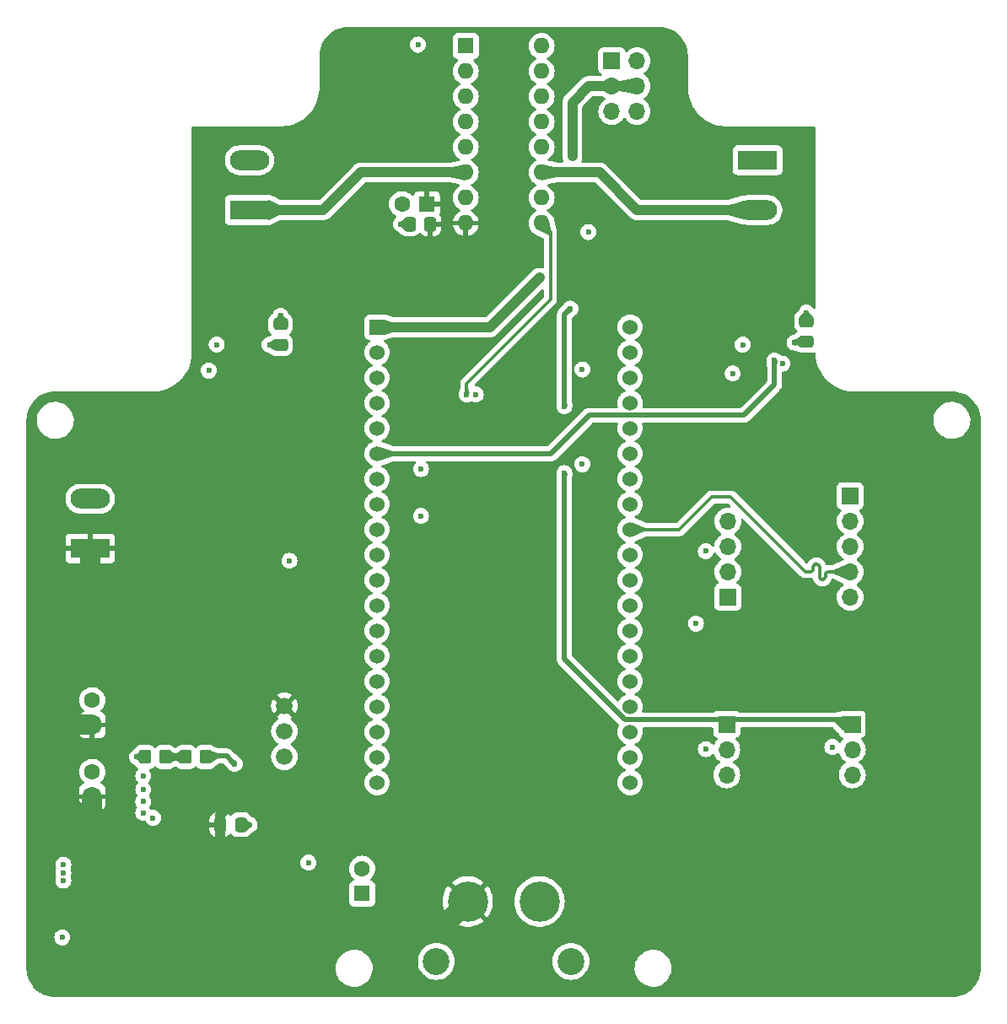
<source format=gbl>
G04 #@! TF.GenerationSoftware,KiCad,Pcbnew,(7.0.0)*
G04 #@! TF.CreationDate,2023-09-27T17:19:24+02:00*
G04 #@! TF.ProjectId,Rover_1,526f7665-725f-4312-9e6b-696361645f70,rev?*
G04 #@! TF.SameCoordinates,Original*
G04 #@! TF.FileFunction,Copper,L4,Bot*
G04 #@! TF.FilePolarity,Positive*
%FSLAX46Y46*%
G04 Gerber Fmt 4.6, Leading zero omitted, Abs format (unit mm)*
G04 Created by KiCad (PCBNEW (7.0.0)) date 2023-09-27 17:19:24*
%MOMM*%
%LPD*%
G01*
G04 APERTURE LIST*
G04 Aperture macros list*
%AMRoundRect*
0 Rectangle with rounded corners*
0 $1 Rounding radius*
0 $2 $3 $4 $5 $6 $7 $8 $9 X,Y pos of 4 corners*
0 Add a 4 corners polygon primitive as box body*
4,1,4,$2,$3,$4,$5,$6,$7,$8,$9,$2,$3,0*
0 Add four circle primitives for the rounded corners*
1,1,$1+$1,$2,$3*
1,1,$1+$1,$4,$5*
1,1,$1+$1,$6,$7*
1,1,$1+$1,$8,$9*
0 Add four rect primitives between the rounded corners*
20,1,$1+$1,$2,$3,$4,$5,0*
20,1,$1+$1,$4,$5,$6,$7,0*
20,1,$1+$1,$6,$7,$8,$9,0*
20,1,$1+$1,$8,$9,$2,$3,0*%
G04 Aperture macros list end*
G04 #@! TA.AperFunction,ComponentPad*
%ADD10R,1.700000X1.700000*%
G04 #@! TD*
G04 #@! TA.AperFunction,ComponentPad*
%ADD11O,1.700000X1.700000*%
G04 #@! TD*
G04 #@! TA.AperFunction,ComponentPad*
%ADD12R,1.600000X1.600000*%
G04 #@! TD*
G04 #@! TA.AperFunction,ComponentPad*
%ADD13C,1.600000*%
G04 #@! TD*
G04 #@! TA.AperFunction,ComponentPad*
%ADD14R,3.960000X1.980000*%
G04 #@! TD*
G04 #@! TA.AperFunction,ComponentPad*
%ADD15O,3.960000X1.980000*%
G04 #@! TD*
G04 #@! TA.AperFunction,ComponentPad*
%ADD16C,1.676400*%
G04 #@! TD*
G04 #@! TA.AperFunction,ComponentPad*
%ADD17R,1.530000X1.530000*%
G04 #@! TD*
G04 #@! TA.AperFunction,ComponentPad*
%ADD18C,1.530000*%
G04 #@! TD*
G04 #@! TA.AperFunction,ComponentPad*
%ADD19O,1.600000X1.600000*%
G04 #@! TD*
G04 #@! TA.AperFunction,ComponentPad*
%ADD20C,4.050000*%
G04 #@! TD*
G04 #@! TA.AperFunction,ComponentPad*
%ADD21C,2.700000*%
G04 #@! TD*
G04 #@! TA.AperFunction,SMDPad,CuDef*
%ADD22RoundRect,0.250000X-0.350000X-0.450000X0.350000X-0.450000X0.350000X0.450000X-0.350000X0.450000X0*%
G04 #@! TD*
G04 #@! TA.AperFunction,SMDPad,CuDef*
%ADD23RoundRect,0.250000X-0.337500X-0.475000X0.337500X-0.475000X0.337500X0.475000X-0.337500X0.475000X0*%
G04 #@! TD*
G04 #@! TA.AperFunction,SMDPad,CuDef*
%ADD24RoundRect,0.250000X0.475000X-0.337500X0.475000X0.337500X-0.475000X0.337500X-0.475000X-0.337500X0*%
G04 #@! TD*
G04 #@! TA.AperFunction,SMDPad,CuDef*
%ADD25RoundRect,0.250000X0.337500X0.475000X-0.337500X0.475000X-0.337500X-0.475000X0.337500X-0.475000X0*%
G04 #@! TD*
G04 #@! TA.AperFunction,ViaPad*
%ADD26C,0.600000*%
G04 #@! TD*
G04 #@! TA.AperFunction,Conductor*
%ADD27C,0.500000*%
G04 #@! TD*
G04 #@! TA.AperFunction,Conductor*
%ADD28C,1.000000*%
G04 #@! TD*
G04 #@! TA.AperFunction,Conductor*
%ADD29C,2.000000*%
G04 #@! TD*
G04 #@! TA.AperFunction,Conductor*
%ADD30C,0.300000*%
G04 #@! TD*
G04 APERTURE END LIST*
D10*
X167399999Y-130504999D03*
D11*
X167399999Y-133044999D03*
X167399999Y-135584999D03*
D12*
X103699999Y-130582378D03*
D13*
X103700000Y-128082379D03*
D14*
X170499999Y-73894999D03*
D15*
X170499999Y-78894999D03*
D12*
X137299999Y-78299999D03*
D13*
X134800000Y-78300000D03*
D16*
X123000000Y-133756000D03*
X123000000Y-131216000D03*
X123000000Y-128676000D03*
D10*
X179999999Y-130504999D03*
D11*
X179999999Y-133044999D03*
X179999999Y-135584999D03*
D14*
X103499999Y-112864999D03*
D15*
X103499999Y-107864999D03*
D10*
X167499999Y-117739999D03*
D11*
X167499999Y-115199999D03*
X167499999Y-112659999D03*
X167499999Y-110119999D03*
D17*
X132299999Y-90649999D03*
D18*
X132300000Y-93190000D03*
X132300000Y-95730000D03*
X132300000Y-98270000D03*
X132300000Y-100810000D03*
X132300000Y-103350000D03*
X132300000Y-105890000D03*
X132300000Y-108430000D03*
X132300000Y-110970000D03*
X132300000Y-113510000D03*
X132300000Y-116050000D03*
X132300000Y-118590000D03*
X132300000Y-121130000D03*
X132300000Y-123670000D03*
X132300000Y-126210000D03*
X132300000Y-128750000D03*
X132300000Y-131290000D03*
X132300000Y-133830000D03*
X132300000Y-136370000D03*
X157700000Y-136370000D03*
X157700000Y-133830000D03*
X157700000Y-131290000D03*
X157700000Y-128750000D03*
X157700000Y-126210000D03*
X157700000Y-123670000D03*
X157700000Y-121130000D03*
X157700000Y-118590000D03*
X157700000Y-116050000D03*
X157700000Y-113510000D03*
X157700000Y-110970000D03*
X157700000Y-108430000D03*
X157700000Y-105890000D03*
X157700000Y-103350000D03*
X157700000Y-100810000D03*
X157700000Y-98270000D03*
X157700000Y-95730000D03*
X157700000Y-93190000D03*
X157700000Y-90650000D03*
D14*
X119499999Y-78894999D03*
D15*
X119499999Y-73894999D03*
D12*
X141199999Y-62424999D03*
D19*
X141199999Y-64964999D03*
X141199999Y-67504999D03*
X141199999Y-70044999D03*
X141199999Y-72584999D03*
X141199999Y-75124999D03*
X141199999Y-77664999D03*
X141199999Y-80204999D03*
X148819999Y-80204999D03*
X148819999Y-77664999D03*
X148819999Y-75124999D03*
X148819999Y-72584999D03*
X148819999Y-70044999D03*
X148819999Y-67504999D03*
X148819999Y-64964999D03*
X148819999Y-62424999D03*
D10*
X179799999Y-107579999D03*
D11*
X179799999Y-110119999D03*
X179799999Y-112659999D03*
X179799999Y-115199999D03*
X179799999Y-117739999D03*
D12*
X103699999Y-137782378D03*
D13*
X103700000Y-135282379D03*
D10*
X155859999Y-63919999D03*
D11*
X158399999Y-63919999D03*
X155859999Y-66459999D03*
X158399999Y-66459999D03*
X155859999Y-68999999D03*
X158399999Y-68999999D03*
D12*
X130799999Y-147499999D03*
D13*
X130800000Y-145000000D03*
D20*
X148600000Y-148300000D03*
X141400000Y-148300000D03*
D21*
X138250000Y-154300000D03*
X151750000Y-154300000D03*
D22*
X109000000Y-133800000D03*
X111000000Y-133800000D03*
D23*
X116562500Y-140600000D03*
X118637500Y-140600000D03*
D24*
X175400000Y-92137500D03*
X175400000Y-90062500D03*
X122600000Y-92437500D03*
X122600000Y-90362500D03*
D22*
X113100000Y-133800000D03*
X115100000Y-133800000D03*
D25*
X137637500Y-80300000D03*
X135562500Y-80300000D03*
D26*
X134700000Y-80300000D03*
X174200000Y-92200000D03*
X151100000Y-105300000D03*
X151700000Y-88800000D03*
X151100000Y-98600000D03*
X151900000Y-73500000D03*
X148600000Y-85700000D03*
X152900000Y-104400000D03*
X152900000Y-94900000D03*
X119500000Y-140600000D03*
X117175000Y-138975000D03*
X117400000Y-136800000D03*
X153500000Y-81100000D03*
X136400000Y-62300000D03*
X142200000Y-97400000D03*
X141300000Y-97400000D03*
X118000000Y-134500000D03*
X175400000Y-89200000D03*
X173000000Y-94300000D03*
X172200000Y-94000000D03*
X164300000Y-120400000D03*
X178000000Y-132800000D03*
X165300000Y-133000000D03*
X165300000Y-113140000D03*
X125400000Y-144400000D03*
X122600000Y-89500000D03*
X121500000Y-92400000D03*
X168000000Y-95300000D03*
X169000000Y-92400000D03*
X115400000Y-95000000D03*
X116200000Y-92400000D03*
X136700000Y-104900000D03*
X136700000Y-109600000D03*
X123500000Y-114100000D03*
X100700000Y-151900000D03*
X108825000Y-135700000D03*
X108825000Y-139400000D03*
X108825000Y-138282378D03*
X100800000Y-146200000D03*
X100800000Y-144600000D03*
X108825000Y-137075000D03*
X100800000Y-145400000D03*
X108200000Y-133800000D03*
X109800000Y-139900000D03*
X111900000Y-133800000D03*
D27*
X135562500Y-80300000D02*
X134700000Y-80300000D01*
X174262500Y-92137500D02*
X174200000Y-92200000D01*
X175400000Y-92137500D02*
X174262500Y-92137500D01*
D28*
X116562500Y-150537500D02*
X116500000Y-150600000D01*
D29*
X116500000Y-150600000D02*
X111500000Y-150600000D01*
D28*
X116562500Y-140600000D02*
X116562500Y-150537500D01*
D29*
X139100000Y-150600000D02*
X116500000Y-150600000D01*
D28*
X116562500Y-139587500D02*
X116562500Y-140600000D01*
X117175000Y-138975000D02*
X116562500Y-139587500D01*
D30*
X149700000Y-87900000D02*
X149700000Y-81085000D01*
X141300000Y-96300000D02*
X149700000Y-87900000D01*
X141300000Y-97400000D02*
X141300000Y-96300000D01*
X149700000Y-81085000D02*
X148820000Y-80205000D01*
D27*
X179570000Y-130075000D02*
X180000000Y-130505000D01*
X157196730Y-130075000D02*
X179570000Y-130075000D01*
X151100000Y-123978270D02*
X157196730Y-130075000D01*
X151100000Y-105300000D02*
X151100000Y-123978270D01*
X151700000Y-88800000D02*
X151100000Y-89400000D01*
X151100000Y-89400000D02*
X151100000Y-98600000D01*
D28*
X153540000Y-66460000D02*
X158400000Y-66460000D01*
X151900000Y-73500000D02*
X151900000Y-68100000D01*
X151900000Y-68100000D02*
X153540000Y-66460000D01*
X143650000Y-90650000D02*
X148600000Y-85700000D01*
X132300000Y-90650000D02*
X143650000Y-90650000D01*
D27*
X118637500Y-140600000D02*
X119500000Y-140600000D01*
X115200000Y-133700000D02*
X117200000Y-133700000D01*
X117200000Y-133700000D02*
X118000000Y-134500000D01*
X115100000Y-133800000D02*
X115200000Y-133700000D01*
X175400000Y-90062500D02*
X175400000Y-89200000D01*
X153600000Y-99500000D02*
X149750000Y-103350000D01*
X169100000Y-99500000D02*
X153600000Y-99500000D01*
X172200000Y-96400000D02*
X169100000Y-99500000D01*
X149750000Y-103350000D02*
X132300000Y-103350000D01*
X172200000Y-94000000D02*
X172200000Y-96400000D01*
D30*
X162630000Y-110970000D02*
X157700000Y-110970000D01*
X165900000Y-107700000D02*
X162630000Y-110970000D01*
X167800000Y-107700000D02*
X165900000Y-107700000D01*
X175300000Y-115200000D02*
X167800000Y-107700000D01*
X175800000Y-115200000D02*
X175300000Y-115200000D01*
X176100000Y-114697132D02*
X176100000Y-114900000D01*
X176700000Y-115500000D02*
X176700000Y-114697132D01*
X176700000Y-115702868D02*
X176700000Y-115500000D01*
X177300000Y-115500000D02*
X177300000Y-115702868D01*
X179800000Y-115200000D02*
X177600000Y-115200000D01*
X176400000Y-114397100D02*
G75*
G03*
X176100000Y-114697132I0J-300000D01*
G01*
X176699968Y-114697132D02*
G75*
G03*
X176400000Y-114397132I-299968J32D01*
G01*
X176700032Y-115702868D02*
G75*
G03*
X177000000Y-116002868I299968J-32D01*
G01*
X177000000Y-116002900D02*
G75*
G03*
X177300000Y-115702868I0J300000D01*
G01*
X175800000Y-115200000D02*
G75*
G03*
X176100000Y-114900000I0J300000D01*
G01*
X177600000Y-115200000D02*
G75*
G03*
X177300000Y-115500000I0J-300000D01*
G01*
D29*
X100182379Y-130582379D02*
X100100000Y-130500000D01*
X103700000Y-130582379D02*
X100182379Y-130582379D01*
X100100000Y-130500000D02*
X100100000Y-127000000D01*
X100100000Y-137300000D02*
X100100000Y-130500000D01*
X103500000Y-123600000D02*
X103500000Y-112865000D01*
X103700000Y-140900000D02*
X103700000Y-137782379D01*
X103700000Y-140900000D02*
X100100000Y-137300000D01*
X100100000Y-127000000D02*
X103500000Y-123600000D01*
X103700000Y-142800000D02*
X103700000Y-140900000D01*
X111500000Y-150600000D02*
X103700000Y-142800000D01*
X141400000Y-148300000D02*
X139100000Y-150600000D01*
D27*
X122600000Y-90362500D02*
X122600000Y-89500000D01*
X122562500Y-92400000D02*
X122600000Y-92437500D01*
X121500000Y-92400000D02*
X122562500Y-92400000D01*
D28*
X154625000Y-75125000D02*
X148820000Y-75125000D01*
X158395000Y-78895000D02*
X154625000Y-75125000D01*
X170500000Y-78895000D02*
X158395000Y-78895000D01*
X126905000Y-78895000D02*
X130675000Y-75125000D01*
X130675000Y-75125000D02*
X141200000Y-75125000D01*
X119500000Y-78895000D02*
X126905000Y-78895000D01*
D27*
X109000000Y-133800000D02*
X108200000Y-133800000D01*
X111900000Y-133800000D02*
X111000000Y-133800000D01*
X111900000Y-133800000D02*
X113100000Y-133800000D01*
G04 #@! TA.AperFunction,Conductor*
G36*
X160603469Y-60500694D02*
G01*
X160917695Y-60518340D01*
X160931498Y-60519896D01*
X161238339Y-60572031D01*
X161251883Y-60575122D01*
X161550952Y-60661282D01*
X161564077Y-60665874D01*
X161851618Y-60784978D01*
X161864132Y-60791004D01*
X162136547Y-60941563D01*
X162148303Y-60948950D01*
X162402129Y-61129050D01*
X162412989Y-61137709D01*
X162588362Y-61294432D01*
X162645063Y-61345103D01*
X162654894Y-61354934D01*
X162861263Y-61585861D01*
X162862285Y-61587004D01*
X162870951Y-61597872D01*
X163030562Y-61822823D01*
X163051043Y-61851687D01*
X163058439Y-61863457D01*
X163106534Y-61950478D01*
X163208991Y-62135860D01*
X163215024Y-62148388D01*
X163334124Y-62435921D01*
X163338717Y-62449047D01*
X163424875Y-62748110D01*
X163427969Y-62761666D01*
X163480102Y-63068493D01*
X163481659Y-63082311D01*
X163499305Y-63396528D01*
X163499500Y-63403481D01*
X163499500Y-66534108D01*
X163499500Y-66600000D01*
X163499500Y-66780331D01*
X163499764Y-66783190D01*
X163499765Y-66783191D01*
X163532512Y-67136591D01*
X163532514Y-67136605D01*
X163532778Y-67139454D01*
X163533303Y-67142267D01*
X163533305Y-67142275D01*
X163598525Y-67491170D01*
X163598528Y-67491183D01*
X163599050Y-67493975D01*
X163599832Y-67496726D01*
X163599833Y-67496727D01*
X163695104Y-67831575D01*
X163697749Y-67840869D01*
X163698780Y-67843532D01*
X163698782Y-67843536D01*
X163827004Y-68174517D01*
X163827008Y-68174526D01*
X163828035Y-68177177D01*
X163988796Y-68500028D01*
X163990302Y-68502460D01*
X163990303Y-68502462D01*
X164177156Y-68804241D01*
X164177162Y-68804250D01*
X164178660Y-68806669D01*
X164180382Y-68808949D01*
X164358604Y-69044953D01*
X164396008Y-69094483D01*
X164638984Y-69361016D01*
X164905517Y-69603992D01*
X165193331Y-69821340D01*
X165195753Y-69822840D01*
X165195758Y-69822843D01*
X165334482Y-69908737D01*
X165499972Y-70011204D01*
X165822823Y-70171965D01*
X166159131Y-70302251D01*
X166506025Y-70400950D01*
X166860546Y-70467222D01*
X167219669Y-70500500D01*
X167364201Y-70500500D01*
X167400000Y-70500500D01*
X167465892Y-70500500D01*
X176175501Y-70500500D01*
X176237501Y-70517113D01*
X176282888Y-70562500D01*
X176299501Y-70624500D01*
X176299500Y-88696523D01*
X176283348Y-88757718D01*
X176239100Y-88802971D01*
X176178283Y-88820492D01*
X176116741Y-88805717D01*
X176070507Y-88762496D01*
X176033525Y-88703640D01*
X176033522Y-88703636D01*
X176029816Y-88697738D01*
X175902262Y-88570184D01*
X175749522Y-88474211D01*
X175742959Y-88471914D01*
X175742956Y-88471913D01*
X175585824Y-88416930D01*
X175585819Y-88416928D01*
X175579255Y-88414632D01*
X175572335Y-88413852D01*
X175572334Y-88413852D01*
X175406923Y-88395215D01*
X175400000Y-88394435D01*
X175393077Y-88395215D01*
X175227665Y-88413852D01*
X175227662Y-88413852D01*
X175220745Y-88414632D01*
X175214182Y-88416928D01*
X175214175Y-88416930D01*
X175057043Y-88471913D01*
X175057036Y-88471915D01*
X175050478Y-88474211D01*
X175044590Y-88477910D01*
X175044587Y-88477912D01*
X174903638Y-88566476D01*
X174903633Y-88566479D01*
X174897738Y-88570184D01*
X174892813Y-88575108D01*
X174892809Y-88575112D01*
X174775112Y-88692809D01*
X174775108Y-88692813D01*
X174770184Y-88697738D01*
X174766479Y-88703633D01*
X174766476Y-88703638D01*
X174677916Y-88844581D01*
X174674211Y-88850478D01*
X174671910Y-88857051D01*
X174671911Y-88857051D01*
X174634334Y-88964437D01*
X174600474Y-89015442D01*
X174511772Y-89095675D01*
X174493691Y-89109251D01*
X174462489Y-89128497D01*
X174462485Y-89128500D01*
X174456344Y-89132288D01*
X174451240Y-89137391D01*
X174451236Y-89137395D01*
X174337393Y-89251238D01*
X174337389Y-89251242D01*
X174332288Y-89256344D01*
X174328503Y-89262480D01*
X174328497Y-89262488D01*
X174244319Y-89398965D01*
X174240186Y-89405666D01*
X174237915Y-89412517D01*
X174237914Y-89412521D01*
X174190256Y-89556344D01*
X174185001Y-89572203D01*
X174184313Y-89578933D01*
X174184312Y-89578940D01*
X174174819Y-89671859D01*
X174174818Y-89671877D01*
X174174500Y-89674991D01*
X174174500Y-89678138D01*
X174174500Y-89678139D01*
X174174500Y-90446858D01*
X174174500Y-90446877D01*
X174174501Y-90450008D01*
X174174820Y-90453140D01*
X174174821Y-90453141D01*
X174184312Y-90546061D01*
X174184313Y-90546069D01*
X174185001Y-90552797D01*
X174187129Y-90559219D01*
X174187130Y-90559223D01*
X174237914Y-90712478D01*
X174240186Y-90719334D01*
X174243977Y-90725480D01*
X174328497Y-90862511D01*
X174328500Y-90862515D01*
X174332288Y-90868656D01*
X174456344Y-90992712D01*
X174462491Y-90996504D01*
X174465531Y-90998907D01*
X174502271Y-91046576D01*
X174512239Y-91105929D01*
X174493086Y-91162985D01*
X174449324Y-91204302D01*
X174115407Y-91391760D01*
X174088627Y-91402214D01*
X174088245Y-91402259D01*
X174081465Y-91404726D01*
X174074450Y-91406390D01*
X174074398Y-91406171D01*
X174054615Y-91410815D01*
X174027664Y-91413852D01*
X174027660Y-91413852D01*
X174020745Y-91414632D01*
X174014176Y-91416930D01*
X174014174Y-91416931D01*
X173857043Y-91471913D01*
X173857036Y-91471915D01*
X173850478Y-91474211D01*
X173844590Y-91477910D01*
X173844587Y-91477912D01*
X173703638Y-91566476D01*
X173703633Y-91566479D01*
X173697738Y-91570184D01*
X173692813Y-91575108D01*
X173692809Y-91575112D01*
X173575112Y-91692809D01*
X173575108Y-91692813D01*
X173570184Y-91697738D01*
X173566479Y-91703633D01*
X173566476Y-91703638D01*
X173477912Y-91844587D01*
X173477910Y-91844590D01*
X173474211Y-91850478D01*
X173471915Y-91857036D01*
X173471913Y-91857043D01*
X173416930Y-92014175D01*
X173416928Y-92014182D01*
X173414632Y-92020745D01*
X173413852Y-92027662D01*
X173413852Y-92027665D01*
X173406394Y-92093856D01*
X173394435Y-92200000D01*
X173395215Y-92206923D01*
X173413545Y-92369613D01*
X173414632Y-92379255D01*
X173416928Y-92385819D01*
X173416930Y-92385824D01*
X173424313Y-92406923D01*
X173474211Y-92549522D01*
X173570184Y-92702262D01*
X173697738Y-92829816D01*
X173850478Y-92925789D01*
X174020745Y-92985368D01*
X174200000Y-93005565D01*
X174224258Y-93002831D01*
X174231555Y-93002264D01*
X174235489Y-93002384D01*
X174304936Y-92994292D01*
X174351243Y-92997647D01*
X174393068Y-93017798D01*
X174437144Y-93050430D01*
X174451034Y-93062402D01*
X174456344Y-93067712D01*
X174462485Y-93071500D01*
X174462488Y-93071502D01*
X174488390Y-93087478D01*
X174605666Y-93159814D01*
X174772203Y-93214999D01*
X174874991Y-93225500D01*
X175925008Y-93225499D01*
X176027797Y-93214999D01*
X176103239Y-93190000D01*
X176136496Y-93178980D01*
X176194363Y-93174129D01*
X176248093Y-93196156D01*
X176285903Y-93240231D01*
X176299500Y-93296686D01*
X176299500Y-93380331D01*
X176299764Y-93383190D01*
X176299765Y-93383191D01*
X176332512Y-93736591D01*
X176332514Y-93736605D01*
X176332778Y-93739454D01*
X176333303Y-93742267D01*
X176333305Y-93742275D01*
X176398525Y-94091170D01*
X176398528Y-94091183D01*
X176399050Y-94093975D01*
X176399832Y-94096726D01*
X176399833Y-94096727D01*
X176484074Y-94392809D01*
X176497749Y-94440869D01*
X176498780Y-94443532D01*
X176498782Y-94443536D01*
X176627004Y-94774517D01*
X176627008Y-94774526D01*
X176628035Y-94777177D01*
X176629306Y-94779729D01*
X176629308Y-94779734D01*
X176698096Y-94917879D01*
X176788796Y-95100028D01*
X176790302Y-95102460D01*
X176790303Y-95102462D01*
X176977156Y-95404241D01*
X176977162Y-95404250D01*
X176978660Y-95406669D01*
X177071657Y-95529816D01*
X177189124Y-95685368D01*
X177196008Y-95694483D01*
X177438984Y-95961016D01*
X177705517Y-96203992D01*
X177993331Y-96421340D01*
X177995753Y-96422840D01*
X177995758Y-96422843D01*
X178030986Y-96444655D01*
X178299972Y-96611204D01*
X178622823Y-96771965D01*
X178959131Y-96902251D01*
X179306025Y-97000950D01*
X179660546Y-97067222D01*
X180019669Y-97100500D01*
X180164201Y-97100500D01*
X180200000Y-97100500D01*
X180265892Y-97100500D01*
X189934108Y-97100500D01*
X189996519Y-97100500D01*
X190003471Y-97100695D01*
X190047099Y-97103144D01*
X190317695Y-97118340D01*
X190331498Y-97119896D01*
X190638339Y-97172031D01*
X190651883Y-97175122D01*
X190834274Y-97227668D01*
X190950952Y-97261282D01*
X190964077Y-97265874D01*
X191251618Y-97384978D01*
X191264132Y-97391004D01*
X191536547Y-97541563D01*
X191548303Y-97548950D01*
X191802129Y-97729050D01*
X191812989Y-97737709D01*
X192033195Y-97934497D01*
X192045063Y-97945103D01*
X192054894Y-97954934D01*
X192228916Y-98149665D01*
X192262285Y-98187004D01*
X192270951Y-98197872D01*
X192430562Y-98422823D01*
X192451043Y-98451687D01*
X192458439Y-98463457D01*
X192561367Y-98649691D01*
X192608991Y-98735860D01*
X192615024Y-98748388D01*
X192734124Y-99035921D01*
X192738717Y-99049047D01*
X192824875Y-99348110D01*
X192827969Y-99361666D01*
X192880102Y-99668493D01*
X192881659Y-99682311D01*
X192899305Y-99996528D01*
X192899500Y-100003481D01*
X192899500Y-154996519D01*
X192899305Y-155003472D01*
X192881659Y-155317688D01*
X192880102Y-155331506D01*
X192827969Y-155638333D01*
X192824875Y-155651889D01*
X192738717Y-155950952D01*
X192734124Y-155964078D01*
X192615024Y-156251611D01*
X192608991Y-156264139D01*
X192458442Y-156536538D01*
X192451043Y-156548312D01*
X192270954Y-156802123D01*
X192262285Y-156812995D01*
X192054896Y-157045063D01*
X192045063Y-157054896D01*
X191812995Y-157262285D01*
X191802123Y-157270954D01*
X191548312Y-157451043D01*
X191536538Y-157458442D01*
X191264139Y-157608991D01*
X191251611Y-157615024D01*
X190964078Y-157734124D01*
X190950952Y-157738717D01*
X190651889Y-157824875D01*
X190638333Y-157827969D01*
X190331506Y-157880102D01*
X190317688Y-157881659D01*
X190003472Y-157899305D01*
X189996519Y-157899500D01*
X100003481Y-157899500D01*
X99996528Y-157899305D01*
X99682311Y-157881659D01*
X99668493Y-157880102D01*
X99361666Y-157827969D01*
X99348110Y-157824875D01*
X99049047Y-157738717D01*
X99035921Y-157734124D01*
X98748388Y-157615024D01*
X98735860Y-157608991D01*
X98528673Y-157494483D01*
X98463457Y-157458439D01*
X98451692Y-157451046D01*
X98197872Y-157270951D01*
X98187004Y-157262285D01*
X97954936Y-157054896D01*
X97945103Y-157045063D01*
X97771231Y-156850500D01*
X97737709Y-156812989D01*
X97729050Y-156802129D01*
X97548950Y-156548303D01*
X97541563Y-156536547D01*
X97391004Y-156264132D01*
X97384978Y-156251618D01*
X97265874Y-155964077D01*
X97261282Y-155950952D01*
X97234519Y-155858055D01*
X97175122Y-155651883D01*
X97172030Y-155638333D01*
X97165362Y-155599088D01*
X97119896Y-155331498D01*
X97118340Y-155317695D01*
X97104305Y-155067765D01*
X128145788Y-155067765D01*
X128146282Y-155072262D01*
X128146283Y-155072267D01*
X128174917Y-155332506D01*
X128174918Y-155332513D01*
X128175414Y-155337018D01*
X128176559Y-155341398D01*
X128176561Y-155341408D01*
X128221922Y-155514915D01*
X128243928Y-155599088D01*
X128245693Y-155603242D01*
X128245696Y-155603250D01*
X128348099Y-155844223D01*
X128349870Y-155848390D01*
X128352226Y-155852251D01*
X128352229Y-155852256D01*
X128433517Y-155985451D01*
X128490982Y-156079610D01*
X128664255Y-156287820D01*
X128667630Y-156290844D01*
X128667631Y-156290845D01*
X128772330Y-156384656D01*
X128865998Y-156468582D01*
X129091910Y-156618044D01*
X129337176Y-156733020D01*
X129596569Y-156811060D01*
X129864561Y-156850500D01*
X130065369Y-156850500D01*
X130067631Y-156850500D01*
X130270156Y-156835677D01*
X130534553Y-156776780D01*
X130787558Y-156680014D01*
X131023777Y-156547441D01*
X131238177Y-156381888D01*
X131426186Y-156186881D01*
X131583799Y-155966579D01*
X131707656Y-155725675D01*
X131795118Y-155469305D01*
X131844319Y-155202933D01*
X131854212Y-154932235D01*
X131824586Y-154662982D01*
X131756072Y-154400912D01*
X131713189Y-154300000D01*
X136394773Y-154300000D01*
X136395089Y-154304418D01*
X136413340Y-154559603D01*
X136413341Y-154559612D01*
X136413657Y-154564026D01*
X136414597Y-154568351D01*
X136414599Y-154568359D01*
X136468980Y-154818344D01*
X136469923Y-154822678D01*
X136471472Y-154826831D01*
X136560878Y-155066540D01*
X136560880Y-155066546D01*
X136562426Y-155070689D01*
X136689284Y-155303011D01*
X136847913Y-155514915D01*
X137035085Y-155702087D01*
X137246989Y-155860716D01*
X137479311Y-155987574D01*
X137727322Y-156080077D01*
X137985974Y-156136343D01*
X138250000Y-156155227D01*
X138514026Y-156136343D01*
X138772678Y-156080077D01*
X139020689Y-155987574D01*
X139253011Y-155860716D01*
X139464915Y-155702087D01*
X139652087Y-155514915D01*
X139810716Y-155303011D01*
X139937574Y-155070689D01*
X140030077Y-154822678D01*
X140086343Y-154564026D01*
X140105227Y-154300000D01*
X149894773Y-154300000D01*
X149895089Y-154304418D01*
X149913340Y-154559603D01*
X149913341Y-154559612D01*
X149913657Y-154564026D01*
X149914597Y-154568351D01*
X149914599Y-154568359D01*
X149968980Y-154818344D01*
X149969923Y-154822678D01*
X149971472Y-154826831D01*
X150060878Y-155066540D01*
X150060880Y-155066546D01*
X150062426Y-155070689D01*
X150189284Y-155303011D01*
X150347913Y-155514915D01*
X150535085Y-155702087D01*
X150746989Y-155860716D01*
X150979311Y-155987574D01*
X151227322Y-156080077D01*
X151485974Y-156136343D01*
X151750000Y-156155227D01*
X152014026Y-156136343D01*
X152272678Y-156080077D01*
X152520689Y-155987574D01*
X152753011Y-155860716D01*
X152964915Y-155702087D01*
X153152087Y-155514915D01*
X153310716Y-155303011D01*
X153437574Y-155070689D01*
X153438665Y-155067765D01*
X158145788Y-155067765D01*
X158146282Y-155072262D01*
X158146283Y-155072267D01*
X158174917Y-155332506D01*
X158174918Y-155332513D01*
X158175414Y-155337018D01*
X158176559Y-155341398D01*
X158176561Y-155341408D01*
X158221922Y-155514915D01*
X158243928Y-155599088D01*
X158245693Y-155603242D01*
X158245696Y-155603250D01*
X158348099Y-155844223D01*
X158349870Y-155848390D01*
X158352226Y-155852251D01*
X158352229Y-155852256D01*
X158433517Y-155985451D01*
X158490982Y-156079610D01*
X158664255Y-156287820D01*
X158667630Y-156290844D01*
X158667631Y-156290845D01*
X158772330Y-156384656D01*
X158865998Y-156468582D01*
X159091910Y-156618044D01*
X159337176Y-156733020D01*
X159596569Y-156811060D01*
X159864561Y-156850500D01*
X160065369Y-156850500D01*
X160067631Y-156850500D01*
X160270156Y-156835677D01*
X160534553Y-156776780D01*
X160787558Y-156680014D01*
X161023777Y-156547441D01*
X161238177Y-156381888D01*
X161426186Y-156186881D01*
X161583799Y-155966579D01*
X161707656Y-155725675D01*
X161795118Y-155469305D01*
X161844319Y-155202933D01*
X161854212Y-154932235D01*
X161824586Y-154662982D01*
X161756072Y-154400912D01*
X161650130Y-154151610D01*
X161509018Y-153920390D01*
X161335745Y-153712180D01*
X161230759Y-153618112D01*
X161137382Y-153534446D01*
X161137378Y-153534442D01*
X161134002Y-153531418D01*
X160908090Y-153381956D01*
X160903996Y-153380036D01*
X160903991Y-153380034D01*
X160666929Y-153268904D01*
X160666925Y-153268902D01*
X160662824Y-153266980D01*
X160658477Y-153265672D01*
X160658474Y-153265671D01*
X160407772Y-153190246D01*
X160407771Y-153190245D01*
X160403431Y-153188940D01*
X160398957Y-153188281D01*
X160398950Y-153188280D01*
X160139913Y-153150158D01*
X160139907Y-153150157D01*
X160135439Y-153149500D01*
X159932369Y-153149500D01*
X159930120Y-153149664D01*
X159930109Y-153149665D01*
X159734363Y-153163992D01*
X159734359Y-153163992D01*
X159729844Y-153164323D01*
X159725426Y-153165307D01*
X159725420Y-153165308D01*
X159469877Y-153222232D01*
X159469861Y-153222236D01*
X159465447Y-153223220D01*
X159461216Y-153224838D01*
X159461210Y-153224840D01*
X159216673Y-153318367D01*
X159216663Y-153318371D01*
X159212442Y-153319986D01*
X159208494Y-153322201D01*
X159208489Y-153322204D01*
X158980176Y-153450340D01*
X158980171Y-153450343D01*
X158976223Y-153452559D01*
X158972639Y-153455325D01*
X158972635Y-153455329D01*
X158765407Y-153615343D01*
X158765394Y-153615354D01*
X158761823Y-153618112D01*
X158758685Y-153621366D01*
X158758678Y-153621373D01*
X158576958Y-153809857D01*
X158576952Y-153809864D01*
X158573814Y-153813119D01*
X158571189Y-153816787D01*
X158571179Y-153816800D01*
X158418834Y-154029740D01*
X158418830Y-154029745D01*
X158416201Y-154033421D01*
X158414132Y-154037444D01*
X158414129Y-154037450D01*
X158294416Y-154270293D01*
X158294411Y-154270304D01*
X158292344Y-154274325D01*
X158290884Y-154278602D01*
X158290879Y-154278616D01*
X158206348Y-154526395D01*
X158206344Y-154526407D01*
X158204882Y-154530695D01*
X158204057Y-154535159D01*
X158204057Y-154535161D01*
X158156504Y-154792606D01*
X158156502Y-154792619D01*
X158155681Y-154797067D01*
X158155515Y-154801593D01*
X158155515Y-154801599D01*
X158148138Y-155003472D01*
X158145788Y-155067765D01*
X153438665Y-155067765D01*
X153530077Y-154822678D01*
X153586343Y-154564026D01*
X153605227Y-154300000D01*
X153586343Y-154035974D01*
X153530077Y-153777322D01*
X153437574Y-153529311D01*
X153310716Y-153296989D01*
X153152087Y-153085085D01*
X152964915Y-152897913D01*
X152753011Y-152739284D01*
X152520689Y-152612426D01*
X152516546Y-152610880D01*
X152516540Y-152610878D01*
X152276831Y-152521472D01*
X152272678Y-152519923D01*
X152268346Y-152518980D01*
X152268344Y-152518980D01*
X152018359Y-152464599D01*
X152018351Y-152464597D01*
X152014026Y-152463657D01*
X152009612Y-152463341D01*
X152009603Y-152463340D01*
X151754418Y-152445089D01*
X151750000Y-152444773D01*
X151745582Y-152445089D01*
X151490396Y-152463340D01*
X151490385Y-152463341D01*
X151485974Y-152463657D01*
X151481650Y-152464597D01*
X151481640Y-152464599D01*
X151231655Y-152518980D01*
X151231649Y-152518981D01*
X151227322Y-152519923D01*
X151223172Y-152521470D01*
X151223168Y-152521472D01*
X150983459Y-152610878D01*
X150983448Y-152610882D01*
X150979311Y-152612426D01*
X150975429Y-152614545D01*
X150975424Y-152614548D01*
X150750883Y-152737157D01*
X150750875Y-152737161D01*
X150746989Y-152739284D01*
X150743439Y-152741941D01*
X150743435Y-152741944D01*
X150538636Y-152895254D01*
X150538629Y-152895259D01*
X150535085Y-152897913D01*
X150531954Y-152901043D01*
X150531947Y-152901050D01*
X150351050Y-153081947D01*
X150351043Y-153081954D01*
X150347913Y-153085085D01*
X150345259Y-153088629D01*
X150345254Y-153088636D01*
X150212728Y-153265671D01*
X150189284Y-153296989D01*
X150187161Y-153300875D01*
X150187157Y-153300883D01*
X150102823Y-153455329D01*
X150062426Y-153529311D01*
X150060882Y-153533448D01*
X150060878Y-153533459D01*
X149992919Y-153715666D01*
X149969923Y-153777322D01*
X149968981Y-153781649D01*
X149968980Y-153781655D01*
X149914599Y-154031640D01*
X149914597Y-154031650D01*
X149913657Y-154035974D01*
X149913341Y-154040385D01*
X149913340Y-154040396D01*
X149905663Y-154147743D01*
X149894773Y-154300000D01*
X140105227Y-154300000D01*
X140086343Y-154035974D01*
X140030077Y-153777322D01*
X139937574Y-153529311D01*
X139810716Y-153296989D01*
X139652087Y-153085085D01*
X139464915Y-152897913D01*
X139253011Y-152739284D01*
X139020689Y-152612426D01*
X139016546Y-152610880D01*
X139016540Y-152610878D01*
X138776831Y-152521472D01*
X138772678Y-152519923D01*
X138768346Y-152518980D01*
X138768344Y-152518980D01*
X138518359Y-152464599D01*
X138518351Y-152464597D01*
X138514026Y-152463657D01*
X138509612Y-152463341D01*
X138509603Y-152463340D01*
X138254418Y-152445089D01*
X138250000Y-152444773D01*
X138245582Y-152445089D01*
X137990396Y-152463340D01*
X137990385Y-152463341D01*
X137985974Y-152463657D01*
X137981650Y-152464597D01*
X137981640Y-152464599D01*
X137731655Y-152518980D01*
X137731649Y-152518981D01*
X137727322Y-152519923D01*
X137723172Y-152521470D01*
X137723168Y-152521472D01*
X137483459Y-152610878D01*
X137483448Y-152610882D01*
X137479311Y-152612426D01*
X137475429Y-152614545D01*
X137475424Y-152614548D01*
X137250883Y-152737157D01*
X137250875Y-152737161D01*
X137246989Y-152739284D01*
X137243439Y-152741941D01*
X137243435Y-152741944D01*
X137038636Y-152895254D01*
X137038629Y-152895259D01*
X137035085Y-152897913D01*
X137031954Y-152901043D01*
X137031947Y-152901050D01*
X136851050Y-153081947D01*
X136851043Y-153081954D01*
X136847913Y-153085085D01*
X136845259Y-153088629D01*
X136845254Y-153088636D01*
X136712728Y-153265671D01*
X136689284Y-153296989D01*
X136687161Y-153300875D01*
X136687157Y-153300883D01*
X136602823Y-153455329D01*
X136562426Y-153529311D01*
X136560882Y-153533448D01*
X136560878Y-153533459D01*
X136492919Y-153715666D01*
X136469923Y-153777322D01*
X136468981Y-153781649D01*
X136468980Y-153781655D01*
X136414599Y-154031640D01*
X136414597Y-154031650D01*
X136413657Y-154035974D01*
X136413341Y-154040385D01*
X136413340Y-154040396D01*
X136405663Y-154147743D01*
X136394773Y-154300000D01*
X131713189Y-154300000D01*
X131650130Y-154151610D01*
X131509018Y-153920390D01*
X131335745Y-153712180D01*
X131230759Y-153618112D01*
X131137382Y-153534446D01*
X131137378Y-153534442D01*
X131134002Y-153531418D01*
X130908090Y-153381956D01*
X130903996Y-153380036D01*
X130903991Y-153380034D01*
X130666929Y-153268904D01*
X130666925Y-153268902D01*
X130662824Y-153266980D01*
X130658477Y-153265672D01*
X130658474Y-153265671D01*
X130407772Y-153190246D01*
X130407771Y-153190245D01*
X130403431Y-153188940D01*
X130398957Y-153188281D01*
X130398950Y-153188280D01*
X130139913Y-153150158D01*
X130139907Y-153150157D01*
X130135439Y-153149500D01*
X129932369Y-153149500D01*
X129930120Y-153149664D01*
X129930109Y-153149665D01*
X129734363Y-153163992D01*
X129734359Y-153163992D01*
X129729844Y-153164323D01*
X129725426Y-153165307D01*
X129725420Y-153165308D01*
X129469877Y-153222232D01*
X129469861Y-153222236D01*
X129465447Y-153223220D01*
X129461216Y-153224838D01*
X129461210Y-153224840D01*
X129216673Y-153318367D01*
X129216663Y-153318371D01*
X129212442Y-153319986D01*
X129208494Y-153322201D01*
X129208489Y-153322204D01*
X128980176Y-153450340D01*
X128980171Y-153450343D01*
X128976223Y-153452559D01*
X128972639Y-153455325D01*
X128972635Y-153455329D01*
X128765407Y-153615343D01*
X128765394Y-153615354D01*
X128761823Y-153618112D01*
X128758685Y-153621366D01*
X128758678Y-153621373D01*
X128576958Y-153809857D01*
X128576952Y-153809864D01*
X128573814Y-153813119D01*
X128571189Y-153816787D01*
X128571179Y-153816800D01*
X128418834Y-154029740D01*
X128418830Y-154029745D01*
X128416201Y-154033421D01*
X128414132Y-154037444D01*
X128414129Y-154037450D01*
X128294416Y-154270293D01*
X128294411Y-154270304D01*
X128292344Y-154274325D01*
X128290884Y-154278602D01*
X128290879Y-154278616D01*
X128206348Y-154526395D01*
X128206344Y-154526407D01*
X128204882Y-154530695D01*
X128204057Y-154535159D01*
X128204057Y-154535161D01*
X128156504Y-154792606D01*
X128156502Y-154792619D01*
X128155681Y-154797067D01*
X128155515Y-154801593D01*
X128155515Y-154801599D01*
X128148138Y-155003472D01*
X128145788Y-155067765D01*
X97104305Y-155067765D01*
X97100695Y-155003471D01*
X97100500Y-154996519D01*
X97100500Y-151900000D01*
X99894435Y-151900000D01*
X99914632Y-152079255D01*
X99916928Y-152085819D01*
X99916930Y-152085824D01*
X99971913Y-152242956D01*
X99974211Y-152249522D01*
X100070184Y-152402262D01*
X100197738Y-152529816D01*
X100350478Y-152625789D01*
X100520745Y-152685368D01*
X100700000Y-152705565D01*
X100879255Y-152685368D01*
X101049522Y-152625789D01*
X101202262Y-152529816D01*
X101329816Y-152402262D01*
X101425789Y-152249522D01*
X101485368Y-152079255D01*
X101505565Y-151900000D01*
X101485368Y-151720745D01*
X101425789Y-151550478D01*
X101329816Y-151397738D01*
X101202262Y-151270184D01*
X101049522Y-151174211D01*
X101042959Y-151171914D01*
X101042956Y-151171913D01*
X100885824Y-151116930D01*
X100885819Y-151116928D01*
X100879255Y-151114632D01*
X100872335Y-151113852D01*
X100872334Y-151113852D01*
X100706923Y-151095215D01*
X100700000Y-151094435D01*
X100693077Y-151095215D01*
X100527665Y-151113852D01*
X100527662Y-151113852D01*
X100520745Y-151114632D01*
X100514182Y-151116928D01*
X100514175Y-151116930D01*
X100357043Y-151171913D01*
X100357036Y-151171915D01*
X100350478Y-151174211D01*
X100344590Y-151177910D01*
X100344587Y-151177912D01*
X100203638Y-151266476D01*
X100203633Y-151266479D01*
X100197738Y-151270184D01*
X100192813Y-151275108D01*
X100192809Y-151275112D01*
X100075112Y-151392809D01*
X100075108Y-151392813D01*
X100070184Y-151397738D01*
X100066479Y-151403633D01*
X100066476Y-151403638D01*
X99977912Y-151544587D01*
X99977910Y-151544590D01*
X99974211Y-151550478D01*
X99971915Y-151557036D01*
X99971913Y-151557043D01*
X99916930Y-151714175D01*
X99916928Y-151714182D01*
X99914632Y-151720745D01*
X99894435Y-151900000D01*
X97100500Y-151900000D01*
X97100500Y-150256194D01*
X139800677Y-150256194D01*
X139807952Y-150264381D01*
X140041198Y-150433844D01*
X140047788Y-150438026D01*
X140319367Y-150587327D01*
X140326406Y-150590640D01*
X140614566Y-150704730D01*
X140621961Y-150707133D01*
X140922144Y-150784207D01*
X140929802Y-150785668D01*
X141237274Y-150824511D01*
X141245035Y-150825000D01*
X141554965Y-150825000D01*
X141562725Y-150824511D01*
X141870197Y-150785668D01*
X141877855Y-150784207D01*
X142178038Y-150707133D01*
X142185433Y-150704730D01*
X142473593Y-150590640D01*
X142480632Y-150587327D01*
X142752220Y-150438021D01*
X142758790Y-150433852D01*
X142992050Y-150264378D01*
X142999321Y-150256195D01*
X142993417Y-150246971D01*
X141411542Y-148665095D01*
X141400000Y-148658431D01*
X141388457Y-148665095D01*
X139806581Y-150246971D01*
X139800677Y-150256194D01*
X97100500Y-150256194D01*
X97100500Y-146200000D01*
X99994435Y-146200000D01*
X99995215Y-146206923D01*
X100010485Y-146342454D01*
X100014632Y-146379255D01*
X100016928Y-146385819D01*
X100016930Y-146385824D01*
X100039585Y-146450568D01*
X100074211Y-146549522D01*
X100077912Y-146555412D01*
X100136603Y-146648819D01*
X100170184Y-146702262D01*
X100297738Y-146829816D01*
X100450478Y-146925789D01*
X100620745Y-146985368D01*
X100800000Y-147005565D01*
X100979255Y-146985368D01*
X101149522Y-146925789D01*
X101302262Y-146829816D01*
X101429816Y-146702262D01*
X101525789Y-146549522D01*
X101585368Y-146379255D01*
X101605565Y-146200000D01*
X101585368Y-146020745D01*
X101525789Y-145850478D01*
X101525754Y-145850423D01*
X101514244Y-145800000D01*
X101525754Y-145749576D01*
X101525789Y-145749522D01*
X101585368Y-145579255D01*
X101605565Y-145400000D01*
X101585368Y-145220745D01*
X101525789Y-145050478D01*
X101525754Y-145050423D01*
X101514244Y-145000000D01*
X101525754Y-144949576D01*
X101525789Y-144949522D01*
X101585368Y-144779255D01*
X101605565Y-144600000D01*
X101585368Y-144420745D01*
X101578109Y-144400000D01*
X124594435Y-144400000D01*
X124595215Y-144406923D01*
X124611730Y-144553504D01*
X124614632Y-144579255D01*
X124616928Y-144585819D01*
X124616930Y-144585824D01*
X124624313Y-144606923D01*
X124674211Y-144749522D01*
X124770184Y-144902262D01*
X124897738Y-145029816D01*
X125050478Y-145125789D01*
X125220745Y-145185368D01*
X125400000Y-145205565D01*
X125579255Y-145185368D01*
X125749522Y-145125789D01*
X125902262Y-145029816D01*
X125932078Y-145000000D01*
X129494532Y-145000000D01*
X129495004Y-145005395D01*
X129513844Y-145220745D01*
X129514365Y-145226692D01*
X129515762Y-145231907D01*
X129515764Y-145231916D01*
X129571858Y-145441263D01*
X129571861Y-145441271D01*
X129573261Y-145446496D01*
X129669432Y-145652734D01*
X129672539Y-145657171D01*
X129672540Y-145657173D01*
X129732606Y-145742957D01*
X129799953Y-145839139D01*
X129803782Y-145842968D01*
X129957891Y-145997077D01*
X129990220Y-146053556D01*
X129989495Y-146118628D01*
X129955914Y-146174372D01*
X129899171Y-146205193D01*
X129892517Y-146205909D01*
X129885254Y-146208617D01*
X129885249Y-146208619D01*
X129765980Y-146253104D01*
X129765978Y-146253104D01*
X129757669Y-146256204D01*
X129750572Y-146261516D01*
X129750568Y-146261519D01*
X129649550Y-146337141D01*
X129649546Y-146337144D01*
X129642454Y-146342454D01*
X129637144Y-146349546D01*
X129637141Y-146349550D01*
X129561519Y-146450568D01*
X129561516Y-146450572D01*
X129556204Y-146457669D01*
X129553104Y-146465978D01*
X129553104Y-146465980D01*
X129508620Y-146585247D01*
X129508619Y-146585250D01*
X129505909Y-146592517D01*
X129505079Y-146600227D01*
X129505079Y-146600232D01*
X129499855Y-146648819D01*
X129499854Y-146648831D01*
X129499500Y-146652127D01*
X129499500Y-146655448D01*
X129499500Y-146655449D01*
X129499500Y-148344560D01*
X129499500Y-148344578D01*
X129499501Y-148347872D01*
X129499853Y-148351150D01*
X129499854Y-148351161D01*
X129505079Y-148399768D01*
X129505080Y-148399773D01*
X129505909Y-148407483D01*
X129508619Y-148414749D01*
X129508620Y-148414753D01*
X129542217Y-148504831D01*
X129556204Y-148542331D01*
X129642454Y-148657546D01*
X129757669Y-148743796D01*
X129892517Y-148794091D01*
X129952127Y-148800500D01*
X131647872Y-148800499D01*
X131707483Y-148794091D01*
X131842331Y-148743796D01*
X131957546Y-148657546D01*
X132043796Y-148542331D01*
X132094091Y-148407483D01*
X132100500Y-148347873D01*
X132100500Y-148303894D01*
X138870253Y-148303894D01*
X138889713Y-148613198D01*
X138890687Y-148620918D01*
X138948761Y-148925353D01*
X138950697Y-148932892D01*
X139046469Y-149227647D01*
X139049329Y-149234871D01*
X139181295Y-149515314D01*
X139185036Y-149522119D01*
X139351102Y-149783798D01*
X139355676Y-149790094D01*
X139435492Y-149886575D01*
X139446790Y-149894340D01*
X139458775Y-149887669D01*
X141034903Y-148311542D01*
X141041567Y-148300000D01*
X141758431Y-148300000D01*
X141765095Y-148311542D01*
X143341224Y-149887670D01*
X143353206Y-149894340D01*
X143364508Y-149886572D01*
X143444320Y-149790097D01*
X143448896Y-149783799D01*
X143614963Y-149522119D01*
X143618704Y-149515314D01*
X143750670Y-149234871D01*
X143753530Y-149227647D01*
X143849302Y-148932892D01*
X143851238Y-148925353D01*
X143909312Y-148620918D01*
X143910286Y-148613198D01*
X143929747Y-148303894D01*
X143929747Y-148300000D01*
X146069507Y-148300000D01*
X146089461Y-148617155D01*
X146090188Y-148620967D01*
X146090190Y-148620981D01*
X146148276Y-148925478D01*
X146149007Y-148929308D01*
X146247207Y-149231537D01*
X146248863Y-149235056D01*
X146380854Y-149515552D01*
X146380858Y-149515560D01*
X146382512Y-149519074D01*
X146384594Y-149522355D01*
X146384597Y-149522360D01*
X146550511Y-149783799D01*
X146552788Y-149787386D01*
X146755350Y-150032242D01*
X146758189Y-150034908D01*
X146758191Y-150034910D01*
X146984160Y-150247109D01*
X146984166Y-150247114D01*
X146987003Y-150249778D01*
X147244094Y-150436566D01*
X147522568Y-150589659D01*
X147818035Y-150706642D01*
X148125833Y-150785671D01*
X148441109Y-150825500D01*
X148754996Y-150825500D01*
X148758891Y-150825500D01*
X149074167Y-150785671D01*
X149381965Y-150706642D01*
X149677432Y-150589659D01*
X149955906Y-150436566D01*
X150212997Y-150249778D01*
X150444650Y-150032242D01*
X150647212Y-149787386D01*
X150817488Y-149519074D01*
X150952793Y-149231537D01*
X151050993Y-148929308D01*
X151110539Y-148617155D01*
X151130493Y-148300000D01*
X151110539Y-147982845D01*
X151050993Y-147670692D01*
X150952793Y-147368463D01*
X150817488Y-147080926D01*
X150647212Y-146812614D01*
X150444650Y-146567758D01*
X150425231Y-146549522D01*
X150215839Y-146352890D01*
X150215831Y-146352884D01*
X150212997Y-146350222D01*
X150204163Y-146343804D01*
X149959055Y-146165722D01*
X149959056Y-146165722D01*
X149955906Y-146163434D01*
X149952503Y-146161563D01*
X149952498Y-146161560D01*
X149680849Y-146012219D01*
X149680842Y-146012215D01*
X149677432Y-146010341D01*
X149673806Y-146008905D01*
X149673801Y-146008903D01*
X149385587Y-145894792D01*
X149385586Y-145894791D01*
X149381965Y-145893358D01*
X149378195Y-145892390D01*
X149378192Y-145892389D01*
X149077950Y-145815300D01*
X149077945Y-145815299D01*
X149074167Y-145814329D01*
X149070296Y-145813840D01*
X149070291Y-145813839D01*
X148762756Y-145774988D01*
X148762751Y-145774987D01*
X148758891Y-145774500D01*
X148441109Y-145774500D01*
X148437249Y-145774987D01*
X148437243Y-145774988D01*
X148129708Y-145813839D01*
X148129700Y-145813840D01*
X148125833Y-145814329D01*
X148122057Y-145815298D01*
X148122049Y-145815300D01*
X147821807Y-145892389D01*
X147821799Y-145892391D01*
X147818035Y-145893358D01*
X147814418Y-145894789D01*
X147814412Y-145894792D01*
X147526198Y-146008903D01*
X147526187Y-146008907D01*
X147522568Y-146010341D01*
X147519163Y-146012212D01*
X147519150Y-146012219D01*
X147247501Y-146161560D01*
X147247489Y-146161567D01*
X147244094Y-146163434D01*
X147240950Y-146165717D01*
X147240944Y-146165722D01*
X146990159Y-146347928D01*
X146990148Y-146347936D01*
X146987003Y-146350222D01*
X146984175Y-146352877D01*
X146984160Y-146352890D01*
X146758191Y-146565089D01*
X146758182Y-146565098D01*
X146755350Y-146567758D01*
X146752871Y-146570754D01*
X146752864Y-146570762D01*
X146634843Y-146713426D01*
X146552788Y-146812614D01*
X146550714Y-146815881D01*
X146550706Y-146815893D01*
X146384597Y-147077639D01*
X146384590Y-147077650D01*
X146382512Y-147080926D01*
X146380861Y-147084432D01*
X146380854Y-147084447D01*
X146248863Y-147364943D01*
X146247207Y-147368463D01*
X146246007Y-147372154D01*
X146246003Y-147372166D01*
X146150212Y-147666981D01*
X146150209Y-147666992D01*
X146149007Y-147670692D01*
X146148278Y-147674512D01*
X146148276Y-147674521D01*
X146090190Y-147979018D01*
X146090187Y-147979034D01*
X146089461Y-147982845D01*
X146069507Y-148300000D01*
X143929747Y-148300000D01*
X143929747Y-148296106D01*
X143910286Y-147986801D01*
X143909312Y-147979081D01*
X143851238Y-147674646D01*
X143849302Y-147667107D01*
X143753530Y-147372352D01*
X143750670Y-147365128D01*
X143618704Y-147084685D01*
X143614963Y-147077880D01*
X143448897Y-146816201D01*
X143444323Y-146809905D01*
X143364506Y-146713423D01*
X143353207Y-146705658D01*
X143341224Y-146712328D01*
X141765095Y-148288457D01*
X141758431Y-148300000D01*
X141041567Y-148300000D01*
X141034903Y-148288457D01*
X139458775Y-146712329D01*
X139446791Y-146705659D01*
X139435490Y-146713426D01*
X139355674Y-146809908D01*
X139351107Y-146816194D01*
X139185036Y-147077880D01*
X139181295Y-147084685D01*
X139049329Y-147365128D01*
X139046469Y-147372352D01*
X138950697Y-147667107D01*
X138948761Y-147674646D01*
X138890687Y-147979081D01*
X138889713Y-147986801D01*
X138870253Y-148296106D01*
X138870253Y-148303894D01*
X132100500Y-148303894D01*
X132100499Y-146652128D01*
X132094091Y-146592517D01*
X132043796Y-146457669D01*
X131958557Y-146343804D01*
X139800677Y-146343804D01*
X139806583Y-146353029D01*
X141388457Y-147934903D01*
X141399999Y-147941567D01*
X141411542Y-147934903D01*
X142993417Y-146353027D01*
X142999321Y-146343804D01*
X142992046Y-146335617D01*
X142758801Y-146166155D01*
X142752211Y-146161973D01*
X142480632Y-146012672D01*
X142473593Y-146009359D01*
X142185433Y-145895269D01*
X142178038Y-145892866D01*
X141877855Y-145815792D01*
X141870197Y-145814331D01*
X141562725Y-145775488D01*
X141554965Y-145775000D01*
X141245035Y-145775000D01*
X141237274Y-145775488D01*
X140929802Y-145814331D01*
X140922144Y-145815792D01*
X140621961Y-145892866D01*
X140614566Y-145895269D01*
X140326406Y-146009359D01*
X140319367Y-146012672D01*
X140047788Y-146161973D01*
X140041198Y-146166155D01*
X139807951Y-146335618D01*
X139800677Y-146343804D01*
X131958557Y-146343804D01*
X131957546Y-146342454D01*
X131948414Y-146335618D01*
X131849431Y-146261519D01*
X131849430Y-146261518D01*
X131842331Y-146256204D01*
X131707483Y-146205909D01*
X131700828Y-146205193D01*
X131644085Y-146174373D01*
X131610505Y-146118629D01*
X131609779Y-146053556D01*
X131642105Y-145997080D01*
X131800047Y-145839139D01*
X131930568Y-145652734D01*
X132026739Y-145446496D01*
X132085635Y-145226692D01*
X132105468Y-145000000D01*
X132085635Y-144773308D01*
X132039198Y-144600000D01*
X132028141Y-144558736D01*
X132028140Y-144558734D01*
X132026739Y-144553504D01*
X131930568Y-144347266D01*
X131800047Y-144160861D01*
X131639139Y-143999953D01*
X131452734Y-143869432D01*
X131293576Y-143795215D01*
X131251405Y-143775550D01*
X131251403Y-143775549D01*
X131246496Y-143773261D01*
X131241271Y-143771861D01*
X131241263Y-143771858D01*
X131031916Y-143715764D01*
X131031907Y-143715762D01*
X131026692Y-143714365D01*
X131021304Y-143713893D01*
X131021301Y-143713893D01*
X130805395Y-143695004D01*
X130800000Y-143694532D01*
X130794605Y-143695004D01*
X130578698Y-143713893D01*
X130578693Y-143713893D01*
X130573308Y-143714365D01*
X130568094Y-143715762D01*
X130568083Y-143715764D01*
X130358736Y-143771858D01*
X130358724Y-143771862D01*
X130353504Y-143773261D01*
X130348599Y-143775547D01*
X130348594Y-143775550D01*
X130152176Y-143867142D01*
X130152172Y-143867144D01*
X130147266Y-143869432D01*
X130142833Y-143872535D01*
X130142826Y-143872540D01*
X129965296Y-143996847D01*
X129965291Y-143996850D01*
X129960861Y-143999953D01*
X129957037Y-144003776D01*
X129957031Y-144003782D01*
X129803782Y-144157031D01*
X129803776Y-144157037D01*
X129799953Y-144160861D01*
X129796850Y-144165291D01*
X129796847Y-144165296D01*
X129672540Y-144342826D01*
X129672535Y-144342833D01*
X129669432Y-144347266D01*
X129667144Y-144352172D01*
X129667142Y-144352176D01*
X129575550Y-144548594D01*
X129575547Y-144548599D01*
X129573261Y-144553504D01*
X129571862Y-144558724D01*
X129571858Y-144558736D01*
X129515764Y-144768083D01*
X129515762Y-144768094D01*
X129514365Y-144773308D01*
X129513893Y-144778693D01*
X129513893Y-144778698D01*
X129499523Y-144942957D01*
X129494532Y-145000000D01*
X125932078Y-145000000D01*
X126029816Y-144902262D01*
X126125789Y-144749522D01*
X126185368Y-144579255D01*
X126205565Y-144400000D01*
X126185368Y-144220745D01*
X126125789Y-144050478D01*
X126029816Y-143897738D01*
X125902262Y-143770184D01*
X125812675Y-143713893D01*
X125755412Y-143677912D01*
X125749522Y-143674211D01*
X125742959Y-143671914D01*
X125742956Y-143671913D01*
X125585824Y-143616930D01*
X125585819Y-143616928D01*
X125579255Y-143614632D01*
X125572335Y-143613852D01*
X125572334Y-143613852D01*
X125406923Y-143595215D01*
X125400000Y-143594435D01*
X125393077Y-143595215D01*
X125227665Y-143613852D01*
X125227662Y-143613852D01*
X125220745Y-143614632D01*
X125214182Y-143616928D01*
X125214175Y-143616930D01*
X125057043Y-143671913D01*
X125057036Y-143671915D01*
X125050478Y-143674211D01*
X125044590Y-143677910D01*
X125044587Y-143677912D01*
X124903638Y-143766476D01*
X124903633Y-143766479D01*
X124897738Y-143770184D01*
X124892813Y-143775108D01*
X124892809Y-143775112D01*
X124775112Y-143892809D01*
X124775108Y-143892813D01*
X124770184Y-143897738D01*
X124766479Y-143903633D01*
X124766476Y-143903638D01*
X124677912Y-144044587D01*
X124677910Y-144044590D01*
X124674211Y-144050478D01*
X124671915Y-144057036D01*
X124671913Y-144057043D01*
X124616930Y-144214175D01*
X124616928Y-144214182D01*
X124614632Y-144220745D01*
X124613852Y-144227662D01*
X124613852Y-144227665D01*
X124611282Y-144250478D01*
X124594435Y-144400000D01*
X101578109Y-144400000D01*
X101525789Y-144250478D01*
X101429816Y-144097738D01*
X101302262Y-143970184D01*
X101149522Y-143874211D01*
X101142959Y-143871914D01*
X101142956Y-143871913D01*
X100985824Y-143816930D01*
X100985819Y-143816928D01*
X100979255Y-143814632D01*
X100972335Y-143813852D01*
X100972334Y-143813852D01*
X100806923Y-143795215D01*
X100800000Y-143794435D01*
X100793077Y-143795215D01*
X100627665Y-143813852D01*
X100627662Y-143813852D01*
X100620745Y-143814632D01*
X100614182Y-143816928D01*
X100614175Y-143816930D01*
X100457043Y-143871913D01*
X100457036Y-143871915D01*
X100450478Y-143874211D01*
X100444590Y-143877910D01*
X100444587Y-143877912D01*
X100303638Y-143966476D01*
X100303633Y-143966479D01*
X100297738Y-143970184D01*
X100292813Y-143975108D01*
X100292809Y-143975112D01*
X100175112Y-144092809D01*
X100175108Y-144092813D01*
X100170184Y-144097738D01*
X100166479Y-144103633D01*
X100166476Y-144103638D01*
X100077912Y-144244587D01*
X100077910Y-144244590D01*
X100074211Y-144250478D01*
X100071915Y-144257036D01*
X100071913Y-144257043D01*
X100016930Y-144414175D01*
X100016928Y-144414182D01*
X100014632Y-144420745D01*
X99994435Y-144600000D01*
X99995215Y-144606923D01*
X100011945Y-144755412D01*
X100014632Y-144779255D01*
X100016928Y-144785819D01*
X100016930Y-144785824D01*
X100071913Y-144942957D01*
X100071915Y-144942963D01*
X100074211Y-144949522D01*
X100074246Y-144949578D01*
X100085755Y-145000000D01*
X100074246Y-145050421D01*
X100074211Y-145050478D01*
X100071917Y-145057033D01*
X100071913Y-145057042D01*
X100016930Y-145214175D01*
X100016928Y-145214182D01*
X100014632Y-145220745D01*
X99994435Y-145400000D01*
X100014632Y-145579255D01*
X100016928Y-145585819D01*
X100016930Y-145585824D01*
X100071913Y-145742957D01*
X100071915Y-145742963D01*
X100074211Y-145749522D01*
X100074246Y-145749578D01*
X100085755Y-145800000D01*
X100074246Y-145850421D01*
X100074211Y-145850478D01*
X100071917Y-145857033D01*
X100071913Y-145857042D01*
X100016930Y-146014175D01*
X100016928Y-146014182D01*
X100014632Y-146020745D01*
X100013852Y-146027662D01*
X100013852Y-146027665D01*
X99997322Y-146174373D01*
X99994435Y-146200000D01*
X97100500Y-146200000D01*
X97100500Y-141121829D01*
X115475001Y-141121829D01*
X115475321Y-141128111D01*
X115484805Y-141220959D01*
X115487623Y-141234122D01*
X115538370Y-141387267D01*
X115544432Y-141400266D01*
X115628890Y-141537194D01*
X115637794Y-141548455D01*
X115751544Y-141662205D01*
X115762805Y-141671109D01*
X115899733Y-141755567D01*
X115912732Y-141761629D01*
X116065874Y-141812375D01*
X116079041Y-141815194D01*
X116171890Y-141824680D01*
X116178168Y-141825000D01*
X116296174Y-141825000D01*
X116309049Y-141821549D01*
X116312500Y-141808674D01*
X116312500Y-141808673D01*
X116812500Y-141808673D01*
X116815950Y-141821548D01*
X116828826Y-141824999D01*
X116946829Y-141824999D01*
X116953111Y-141824678D01*
X117045959Y-141815194D01*
X117059122Y-141812376D01*
X117212267Y-141761629D01*
X117225266Y-141755567D01*
X117362194Y-141671109D01*
X117373455Y-141662205D01*
X117487205Y-141548455D01*
X117500590Y-141531529D01*
X117502119Y-141532738D01*
X117539253Y-141497174D01*
X117599689Y-141481440D01*
X117660129Y-141497157D01*
X117697564Y-141532990D01*
X117699016Y-141531843D01*
X117703498Y-141537511D01*
X117707288Y-141543656D01*
X117831344Y-141667712D01*
X117837485Y-141671500D01*
X117837488Y-141671502D01*
X117894558Y-141706702D01*
X117980666Y-141759814D01*
X118147203Y-141814999D01*
X118249991Y-141825500D01*
X119025008Y-141825499D01*
X119127797Y-141814999D01*
X119294334Y-141759814D01*
X119443656Y-141667712D01*
X119567712Y-141543656D01*
X119590751Y-141506301D01*
X119604328Y-141488218D01*
X119683883Y-141400266D01*
X119684553Y-141399525D01*
X119735557Y-141365666D01*
X119849522Y-141325789D01*
X120002262Y-141229816D01*
X120129816Y-141102262D01*
X120225789Y-140949522D01*
X120285368Y-140779255D01*
X120305565Y-140600000D01*
X120285368Y-140420745D01*
X120225789Y-140250478D01*
X120129816Y-140097738D01*
X120002262Y-139970184D01*
X119849522Y-139874211D01*
X119832020Y-139868086D01*
X119735562Y-139834334D01*
X119684556Y-139800474D01*
X119604322Y-139711771D01*
X119590747Y-139693691D01*
X119567712Y-139656344D01*
X119443656Y-139532288D01*
X119437515Y-139528500D01*
X119437511Y-139528497D01*
X119300480Y-139443977D01*
X119294334Y-139440186D01*
X119127797Y-139385001D01*
X119121064Y-139384313D01*
X119121059Y-139384312D01*
X119028140Y-139374819D01*
X119028123Y-139374818D01*
X119025009Y-139374500D01*
X119021860Y-139374500D01*
X118253141Y-139374500D01*
X118253121Y-139374500D01*
X118249992Y-139374501D01*
X118246860Y-139374820D01*
X118246858Y-139374821D01*
X118153938Y-139384312D01*
X118153928Y-139384313D01*
X118147203Y-139385001D01*
X118140781Y-139387128D01*
X118140776Y-139387130D01*
X117987521Y-139437914D01*
X117987517Y-139437915D01*
X117980666Y-139440186D01*
X117974522Y-139443975D01*
X117974519Y-139443977D01*
X117837488Y-139528497D01*
X117837480Y-139528503D01*
X117831344Y-139532288D01*
X117826242Y-139537389D01*
X117826238Y-139537393D01*
X117712393Y-139651238D01*
X117712389Y-139651242D01*
X117707288Y-139656344D01*
X117703499Y-139662486D01*
X117699016Y-139668157D01*
X117697566Y-139667010D01*
X117660122Y-139702845D01*
X117599689Y-139718559D01*
X117539262Y-139702829D01*
X117502117Y-139667263D01*
X117500590Y-139668471D01*
X117487205Y-139651544D01*
X117373455Y-139537794D01*
X117362194Y-139528890D01*
X117225266Y-139444432D01*
X117212267Y-139438370D01*
X117059125Y-139387624D01*
X117045958Y-139384805D01*
X116953109Y-139375319D01*
X116946832Y-139375000D01*
X116828826Y-139375000D01*
X116815950Y-139378450D01*
X116812500Y-139391326D01*
X116812500Y-141808673D01*
X116312500Y-141808673D01*
X116312500Y-140866326D01*
X116309049Y-140853450D01*
X116296174Y-140850000D01*
X115491327Y-140850000D01*
X115478451Y-140853450D01*
X115475001Y-140866326D01*
X115475001Y-141121829D01*
X97100500Y-141121829D01*
X97100500Y-138626897D01*
X102400000Y-138626897D01*
X102400353Y-138633493D01*
X102405573Y-138682046D01*
X102409111Y-138697020D01*
X102453547Y-138816156D01*
X102461962Y-138831568D01*
X102537498Y-138932471D01*
X102549907Y-138944880D01*
X102650810Y-139020416D01*
X102666222Y-139028831D01*
X102785358Y-139073267D01*
X102800332Y-139076805D01*
X102848885Y-139082025D01*
X102855482Y-139082379D01*
X103433674Y-139082379D01*
X103446549Y-139078928D01*
X103450000Y-139066053D01*
X103950000Y-139066053D01*
X103953450Y-139078928D01*
X103966326Y-139082379D01*
X104544518Y-139082379D01*
X104551114Y-139082025D01*
X104599667Y-139076805D01*
X104614641Y-139073267D01*
X104733777Y-139028831D01*
X104749189Y-139020416D01*
X104850092Y-138944880D01*
X104862501Y-138932471D01*
X104938037Y-138831568D01*
X104946452Y-138816156D01*
X104990888Y-138697020D01*
X104994426Y-138682046D01*
X104999646Y-138633493D01*
X105000000Y-138626897D01*
X105000000Y-138048705D01*
X104996549Y-138035829D01*
X104983674Y-138032379D01*
X103966326Y-138032379D01*
X103953450Y-138035829D01*
X103950000Y-138048705D01*
X103950000Y-139066053D01*
X103450000Y-139066053D01*
X103450000Y-138048705D01*
X103446549Y-138035829D01*
X103433674Y-138032379D01*
X102416326Y-138032379D01*
X102403450Y-138035829D01*
X102400000Y-138048705D01*
X102400000Y-138626897D01*
X97100500Y-138626897D01*
X97100500Y-135282379D01*
X102394532Y-135282379D01*
X102395004Y-135287774D01*
X102404883Y-135400699D01*
X102414365Y-135509071D01*
X102415762Y-135514286D01*
X102415764Y-135514295D01*
X102471858Y-135723642D01*
X102471861Y-135723650D01*
X102473261Y-135728875D01*
X102569432Y-135935113D01*
X102572539Y-135939550D01*
X102572540Y-135939552D01*
X102656600Y-136059603D01*
X102699953Y-136121518D01*
X102703782Y-136125347D01*
X102858310Y-136279875D01*
X102890639Y-136336353D01*
X102889914Y-136401426D01*
X102856334Y-136457170D01*
X102799149Y-136488232D01*
X102785355Y-136491491D01*
X102666222Y-136535926D01*
X102650810Y-136544341D01*
X102549907Y-136619877D01*
X102537498Y-136632286D01*
X102461962Y-136733189D01*
X102453547Y-136748601D01*
X102409111Y-136867737D01*
X102405573Y-136882711D01*
X102400353Y-136931264D01*
X102400000Y-136937861D01*
X102400000Y-137516053D01*
X102403450Y-137528928D01*
X102416326Y-137532379D01*
X104983674Y-137532379D01*
X104996549Y-137528928D01*
X105000000Y-137516053D01*
X105000000Y-136937861D01*
X104999646Y-136931264D01*
X104994426Y-136882711D01*
X104990888Y-136867737D01*
X104946452Y-136748601D01*
X104938037Y-136733189D01*
X104862501Y-136632286D01*
X104850092Y-136619877D01*
X104749189Y-136544341D01*
X104733777Y-136535926D01*
X104614643Y-136491491D01*
X104600851Y-136488232D01*
X104543665Y-136457170D01*
X104510085Y-136401426D01*
X104509360Y-136336353D01*
X104541686Y-136279878D01*
X104700047Y-136121518D01*
X104830568Y-135935113D01*
X104926739Y-135728875D01*
X104985635Y-135509071D01*
X105005468Y-135282379D01*
X104985635Y-135055687D01*
X104973057Y-135008745D01*
X104928141Y-134841115D01*
X104928140Y-134841113D01*
X104926739Y-134835883D01*
X104830568Y-134629645D01*
X104700047Y-134443240D01*
X104539139Y-134282332D01*
X104352734Y-134151811D01*
X104146496Y-134055640D01*
X104141271Y-134054240D01*
X104141263Y-134054237D01*
X103931916Y-133998143D01*
X103931907Y-133998141D01*
X103926692Y-133996744D01*
X103921304Y-133996272D01*
X103921301Y-133996272D01*
X103705395Y-133977383D01*
X103700000Y-133976911D01*
X103694605Y-133977383D01*
X103478698Y-133996272D01*
X103478693Y-133996272D01*
X103473308Y-133996744D01*
X103468094Y-133998141D01*
X103468083Y-133998143D01*
X103258736Y-134054237D01*
X103258724Y-134054241D01*
X103253504Y-134055640D01*
X103248599Y-134057926D01*
X103248594Y-134057929D01*
X103052176Y-134149521D01*
X103052172Y-134149523D01*
X103047266Y-134151811D01*
X103042833Y-134154914D01*
X103042826Y-134154919D01*
X102865296Y-134279226D01*
X102865291Y-134279229D01*
X102860861Y-134282332D01*
X102857037Y-134286155D01*
X102857031Y-134286161D01*
X102703782Y-134439410D01*
X102703776Y-134439416D01*
X102699953Y-134443240D01*
X102696850Y-134447670D01*
X102696847Y-134447675D01*
X102572540Y-134625205D01*
X102572535Y-134625212D01*
X102569432Y-134629645D01*
X102567144Y-134634551D01*
X102567142Y-134634555D01*
X102475550Y-134830973D01*
X102475547Y-134830978D01*
X102473261Y-134835883D01*
X102471862Y-134841103D01*
X102471858Y-134841115D01*
X102415764Y-135050462D01*
X102415762Y-135050473D01*
X102414365Y-135055687D01*
X102413893Y-135061072D01*
X102413893Y-135061077D01*
X102404659Y-135166625D01*
X102394532Y-135282379D01*
X97100500Y-135282379D01*
X97100500Y-133800000D01*
X107394435Y-133800000D01*
X107395215Y-133806923D01*
X107408666Y-133926310D01*
X107414632Y-133979255D01*
X107416928Y-133985819D01*
X107416930Y-133985824D01*
X107440869Y-134054237D01*
X107474211Y-134149522D01*
X107477912Y-134155412D01*
X107555709Y-134279226D01*
X107570184Y-134302262D01*
X107697738Y-134429816D01*
X107850478Y-134525789D01*
X107857043Y-134528086D01*
X107857045Y-134528087D01*
X107909222Y-134546344D01*
X107942177Y-134563820D01*
X107968443Y-134590304D01*
X108028243Y-134672277D01*
X108033594Y-134680242D01*
X108057288Y-134718656D01*
X108181344Y-134842712D01*
X108276015Y-134901105D01*
X108315497Y-134940016D01*
X108334078Y-134992245D01*
X108328044Y-135047353D01*
X108298599Y-135094323D01*
X108195184Y-135197738D01*
X108191479Y-135203633D01*
X108191476Y-135203638D01*
X108102912Y-135344587D01*
X108102910Y-135344590D01*
X108099211Y-135350478D01*
X108096915Y-135357036D01*
X108096913Y-135357043D01*
X108041930Y-135514175D01*
X108041928Y-135514182D01*
X108039632Y-135520745D01*
X108038852Y-135527662D01*
X108038852Y-135527665D01*
X108035448Y-135557879D01*
X108019435Y-135700000D01*
X108020215Y-135706923D01*
X108033001Y-135820408D01*
X108039632Y-135879255D01*
X108041928Y-135885819D01*
X108041930Y-135885824D01*
X108096913Y-136042956D01*
X108099211Y-136049522D01*
X108195184Y-136202262D01*
X108200112Y-136207190D01*
X108292741Y-136299819D01*
X108324835Y-136355406D01*
X108324835Y-136419594D01*
X108292741Y-136475181D01*
X108200112Y-136567809D01*
X108200108Y-136567813D01*
X108195184Y-136572738D01*
X108191479Y-136578633D01*
X108191476Y-136578638D01*
X108102912Y-136719587D01*
X108102910Y-136719590D01*
X108099211Y-136725478D01*
X108096915Y-136732036D01*
X108096913Y-136732043D01*
X108041930Y-136889175D01*
X108041928Y-136889182D01*
X108039632Y-136895745D01*
X108038852Y-136902662D01*
X108038852Y-136902665D01*
X108034571Y-136940659D01*
X108019435Y-137075000D01*
X108039632Y-137254255D01*
X108041928Y-137260819D01*
X108041930Y-137260824D01*
X108096913Y-137417956D01*
X108099211Y-137424522D01*
X108195184Y-137577262D01*
X108200112Y-137582190D01*
X108208930Y-137591008D01*
X108241024Y-137646595D01*
X108241024Y-137710783D01*
X108208930Y-137766370D01*
X108200112Y-137775187D01*
X108200108Y-137775191D01*
X108195184Y-137780116D01*
X108191479Y-137786011D01*
X108191476Y-137786016D01*
X108102912Y-137926965D01*
X108102910Y-137926968D01*
X108099211Y-137932856D01*
X108096915Y-137939414D01*
X108096913Y-137939421D01*
X108041930Y-138096553D01*
X108041928Y-138096560D01*
X108039632Y-138103123D01*
X108019435Y-138282378D01*
X108039632Y-138461633D01*
X108041928Y-138468197D01*
X108041930Y-138468202D01*
X108096913Y-138625334D01*
X108099211Y-138631900D01*
X108102910Y-138637787D01*
X108102912Y-138637791D01*
X108189263Y-138775217D01*
X108208269Y-138841189D01*
X108189263Y-138907161D01*
X108102912Y-139044586D01*
X108102908Y-139044594D01*
X108099211Y-139050478D01*
X108096915Y-139057036D01*
X108096913Y-139057043D01*
X108041930Y-139214175D01*
X108041928Y-139214182D01*
X108039632Y-139220745D01*
X108038852Y-139227662D01*
X108038852Y-139227665D01*
X108033506Y-139275112D01*
X108019435Y-139400000D01*
X108020215Y-139406923D01*
X108036389Y-139550478D01*
X108039632Y-139579255D01*
X108041928Y-139585819D01*
X108041930Y-139585824D01*
X108096913Y-139742956D01*
X108099211Y-139749522D01*
X108102912Y-139755412D01*
X108176112Y-139871910D01*
X108195184Y-139902262D01*
X108322738Y-140029816D01*
X108475478Y-140125789D01*
X108645745Y-140185368D01*
X108825000Y-140205565D01*
X108954700Y-140190951D01*
X109005132Y-140195681D01*
X109049468Y-140220186D01*
X109072702Y-140250469D01*
X109074211Y-140249522D01*
X109137345Y-140350000D01*
X109170184Y-140402262D01*
X109297738Y-140529816D01*
X109450478Y-140625789D01*
X109620745Y-140685368D01*
X109800000Y-140705565D01*
X109979255Y-140685368D01*
X110149522Y-140625789D01*
X110302262Y-140529816D01*
X110429816Y-140402262D01*
X110472913Y-140333674D01*
X115475000Y-140333674D01*
X115478450Y-140346549D01*
X115491326Y-140350000D01*
X116296174Y-140350000D01*
X116309049Y-140346549D01*
X116312500Y-140333674D01*
X116312500Y-139391327D01*
X116309049Y-139378451D01*
X116296174Y-139375001D01*
X116178171Y-139375001D01*
X116171888Y-139375321D01*
X116079040Y-139384805D01*
X116065877Y-139387623D01*
X115912732Y-139438370D01*
X115899733Y-139444432D01*
X115762805Y-139528890D01*
X115751544Y-139537794D01*
X115637794Y-139651544D01*
X115628890Y-139662805D01*
X115544432Y-139799733D01*
X115538370Y-139812732D01*
X115487624Y-139965874D01*
X115484805Y-139979041D01*
X115475319Y-140071890D01*
X115475000Y-140078168D01*
X115475000Y-140333674D01*
X110472913Y-140333674D01*
X110525789Y-140249522D01*
X110585368Y-140079255D01*
X110605565Y-139900000D01*
X110585368Y-139720745D01*
X110525789Y-139550478D01*
X110429816Y-139397738D01*
X110302262Y-139270184D01*
X110234593Y-139227665D01*
X110155412Y-139177912D01*
X110149522Y-139174211D01*
X110142959Y-139171914D01*
X110142956Y-139171913D01*
X109985824Y-139116930D01*
X109985819Y-139116928D01*
X109979255Y-139114632D01*
X109972335Y-139113852D01*
X109972334Y-139113852D01*
X109806923Y-139095215D01*
X109800000Y-139094435D01*
X109793077Y-139095215D01*
X109670302Y-139109048D01*
X109619854Y-139104314D01*
X109575511Y-139079795D01*
X109552301Y-139049528D01*
X109550790Y-139050478D01*
X109460737Y-138907161D01*
X109441730Y-138841189D01*
X109460737Y-138775217D01*
X109547084Y-138637797D01*
X109547087Y-138637791D01*
X109550789Y-138631900D01*
X109610368Y-138461633D01*
X109630565Y-138282378D01*
X109610368Y-138103123D01*
X109550789Y-137932856D01*
X109454816Y-137780116D01*
X109441070Y-137766370D01*
X109408976Y-137710783D01*
X109408976Y-137646595D01*
X109441070Y-137591008D01*
X109441069Y-137591008D01*
X109454816Y-137577262D01*
X109550789Y-137424522D01*
X109610368Y-137254255D01*
X109630565Y-137075000D01*
X109610368Y-136895745D01*
X109550789Y-136725478D01*
X109454816Y-136572738D01*
X109357259Y-136475181D01*
X109325165Y-136419594D01*
X109325165Y-136370000D01*
X131029666Y-136370000D01*
X131030138Y-136375395D01*
X131048492Y-136585192D01*
X131048493Y-136585199D01*
X131048965Y-136590591D01*
X131050364Y-136595812D01*
X131050366Y-136595823D01*
X131104877Y-136799258D01*
X131104879Y-136799265D01*
X131106277Y-136804480D01*
X131108561Y-136809380D01*
X131108563Y-136809383D01*
X131169778Y-136940659D01*
X131199858Y-137005167D01*
X131202965Y-137009604D01*
X131323762Y-137182120D01*
X131323765Y-137182124D01*
X131326868Y-137186555D01*
X131483445Y-137343132D01*
X131664833Y-137470142D01*
X131865520Y-137563723D01*
X131870740Y-137565121D01*
X131870741Y-137565122D01*
X132074176Y-137619633D01*
X132074178Y-137619633D01*
X132079409Y-137621035D01*
X132300000Y-137640334D01*
X132520591Y-137621035D01*
X132734480Y-137563723D01*
X132935167Y-137470142D01*
X133116555Y-137343132D01*
X133273132Y-137186555D01*
X133400142Y-137005167D01*
X133493723Y-136804480D01*
X133551035Y-136590591D01*
X133570334Y-136370000D01*
X133551035Y-136149409D01*
X133493723Y-135935520D01*
X133400142Y-135734833D01*
X133273132Y-135553445D01*
X133116555Y-135396868D01*
X133112124Y-135393765D01*
X133112120Y-135393762D01*
X132978009Y-135299856D01*
X132935167Y-135269858D01*
X132811907Y-135212381D01*
X132759732Y-135166625D01*
X132740312Y-135100000D01*
X132759732Y-135033375D01*
X132811908Y-134987618D01*
X132828601Y-134979834D01*
X132935167Y-134930142D01*
X133116555Y-134803132D01*
X133273132Y-134646555D01*
X133400142Y-134465167D01*
X133493723Y-134264480D01*
X133551035Y-134050591D01*
X133570334Y-133830000D01*
X133551035Y-133609409D01*
X133527787Y-133522649D01*
X133495122Y-133400741D01*
X133495121Y-133400740D01*
X133493723Y-133395520D01*
X133400142Y-133194833D01*
X133311821Y-133068698D01*
X133276237Y-133017879D01*
X133276235Y-133017877D01*
X133273132Y-133013445D01*
X133116555Y-132856868D01*
X133112124Y-132853765D01*
X133112120Y-132853762D01*
X132939604Y-132732965D01*
X132939605Y-132732965D01*
X132935167Y-132729858D01*
X132811907Y-132672381D01*
X132759732Y-132626625D01*
X132740312Y-132560000D01*
X132759732Y-132493375D01*
X132811908Y-132447618D01*
X132818408Y-132444587D01*
X132935167Y-132390142D01*
X133116555Y-132263132D01*
X133273132Y-132106555D01*
X133400142Y-131925167D01*
X133493723Y-131724480D01*
X133551035Y-131510591D01*
X133570334Y-131290000D01*
X133551035Y-131069409D01*
X133527787Y-130982649D01*
X133495122Y-130860741D01*
X133495121Y-130860740D01*
X133493723Y-130855520D01*
X133400142Y-130654833D01*
X133273132Y-130473445D01*
X133116555Y-130316868D01*
X133112124Y-130313765D01*
X133112120Y-130313762D01*
X132939604Y-130192965D01*
X132939605Y-130192965D01*
X132935167Y-130189858D01*
X132811907Y-130132381D01*
X132759732Y-130086625D01*
X132740312Y-130020000D01*
X132759732Y-129953375D01*
X132811908Y-129907618D01*
X132844110Y-129892602D01*
X132935167Y-129850142D01*
X133116555Y-129723132D01*
X133273132Y-129566555D01*
X133400142Y-129385167D01*
X133493723Y-129184480D01*
X133551035Y-128970591D01*
X133570334Y-128750000D01*
X133551035Y-128529409D01*
X133493723Y-128315520D01*
X133400142Y-128114833D01*
X133273132Y-127933445D01*
X133116555Y-127776868D01*
X133112124Y-127773765D01*
X133112120Y-127773762D01*
X132939604Y-127652965D01*
X132939605Y-127652965D01*
X132935167Y-127649858D01*
X132916417Y-127641115D01*
X132811908Y-127592382D01*
X132759732Y-127546625D01*
X132740312Y-127480000D01*
X132759732Y-127413375D01*
X132811908Y-127367618D01*
X132844065Y-127352623D01*
X132935167Y-127310142D01*
X133116555Y-127183132D01*
X133273132Y-127026555D01*
X133400142Y-126845167D01*
X133493723Y-126644480D01*
X133551035Y-126430591D01*
X133570334Y-126210000D01*
X133551035Y-125989409D01*
X133493723Y-125775520D01*
X133400142Y-125574833D01*
X133273132Y-125393445D01*
X133116555Y-125236868D01*
X133112124Y-125233765D01*
X133112120Y-125233762D01*
X132939604Y-125112965D01*
X132939605Y-125112965D01*
X132935167Y-125109858D01*
X132811907Y-125052381D01*
X132759732Y-125006625D01*
X132740312Y-124940000D01*
X132759732Y-124873375D01*
X132811908Y-124827618D01*
X132935167Y-124770142D01*
X133116555Y-124643132D01*
X133273132Y-124486555D01*
X133400142Y-124305167D01*
X133493723Y-124104480D01*
X133551035Y-123890591D01*
X133570334Y-123670000D01*
X133551035Y-123449409D01*
X133493723Y-123235520D01*
X133400142Y-123034833D01*
X133273132Y-122853445D01*
X133116555Y-122696868D01*
X133112124Y-122693765D01*
X133112120Y-122693762D01*
X132939604Y-122572965D01*
X132939605Y-122572965D01*
X132935167Y-122569858D01*
X132926470Y-122565802D01*
X132811907Y-122512381D01*
X132759731Y-122466624D01*
X132740312Y-122399998D01*
X132759732Y-122333373D01*
X132811905Y-122287619D01*
X132935167Y-122230142D01*
X133116555Y-122103132D01*
X133273132Y-121946555D01*
X133400142Y-121765167D01*
X133493723Y-121564480D01*
X133551035Y-121350591D01*
X133570334Y-121130000D01*
X133551035Y-120909409D01*
X133493723Y-120695520D01*
X133400142Y-120494833D01*
X133273132Y-120313445D01*
X133116555Y-120156868D01*
X133112124Y-120153765D01*
X133112120Y-120153762D01*
X132939604Y-120032965D01*
X132939605Y-120032965D01*
X132935167Y-120029858D01*
X132926470Y-120025802D01*
X132811907Y-119972381D01*
X132759731Y-119926624D01*
X132740312Y-119859998D01*
X132759732Y-119793373D01*
X132811905Y-119747619D01*
X132935167Y-119690142D01*
X133116555Y-119563132D01*
X133273132Y-119406555D01*
X133400142Y-119225167D01*
X133493723Y-119024480D01*
X133551035Y-118810591D01*
X133570334Y-118590000D01*
X133551035Y-118369409D01*
X133493723Y-118155520D01*
X133400142Y-117954833D01*
X133273132Y-117773445D01*
X133116555Y-117616868D01*
X133112124Y-117613765D01*
X133112120Y-117613762D01*
X132939604Y-117492965D01*
X132939605Y-117492965D01*
X132935167Y-117489858D01*
X132811907Y-117432381D01*
X132759732Y-117386625D01*
X132740312Y-117320000D01*
X132759732Y-117253375D01*
X132811908Y-117207618D01*
X132935167Y-117150142D01*
X133116555Y-117023132D01*
X133273132Y-116866555D01*
X133400142Y-116685167D01*
X133493723Y-116484480D01*
X133551035Y-116270591D01*
X133570334Y-116050000D01*
X133551035Y-115829409D01*
X133545734Y-115809627D01*
X133495122Y-115620741D01*
X133495121Y-115620740D01*
X133493723Y-115615520D01*
X133400142Y-115414833D01*
X133273132Y-115233445D01*
X133116555Y-115076868D01*
X133112124Y-115073765D01*
X133112120Y-115073762D01*
X132939604Y-114952965D01*
X132939605Y-114952965D01*
X132935167Y-114949858D01*
X132926470Y-114945802D01*
X132811907Y-114892381D01*
X132759731Y-114846624D01*
X132740312Y-114779998D01*
X132759732Y-114713373D01*
X132811905Y-114667619D01*
X132935167Y-114610142D01*
X133116555Y-114483132D01*
X133273132Y-114326555D01*
X133400142Y-114145167D01*
X133493723Y-113944480D01*
X133551035Y-113730591D01*
X133570334Y-113510000D01*
X133551035Y-113289409D01*
X133493723Y-113075520D01*
X133400142Y-112874833D01*
X133273132Y-112693445D01*
X133116555Y-112536868D01*
X133112124Y-112533765D01*
X133112120Y-112533762D01*
X132946669Y-112417912D01*
X132935167Y-112409858D01*
X132811907Y-112352381D01*
X132759732Y-112306625D01*
X132740312Y-112240000D01*
X132759732Y-112173375D01*
X132811908Y-112127618D01*
X132935167Y-112070142D01*
X133116555Y-111943132D01*
X133273132Y-111786555D01*
X133400142Y-111605167D01*
X133493723Y-111404480D01*
X133551035Y-111190591D01*
X133570334Y-110970000D01*
X133551035Y-110749409D01*
X133493723Y-110535520D01*
X133400142Y-110334833D01*
X133273132Y-110153445D01*
X133116555Y-109996868D01*
X133112124Y-109993765D01*
X133112120Y-109993762D01*
X132939604Y-109872965D01*
X132939605Y-109872965D01*
X132935167Y-109869858D01*
X132877565Y-109842998D01*
X132811907Y-109812381D01*
X132759731Y-109766624D01*
X132740312Y-109699998D01*
X132759732Y-109633373D01*
X132797787Y-109600000D01*
X135894435Y-109600000D01*
X135895215Y-109606923D01*
X135913048Y-109765201D01*
X135914632Y-109779255D01*
X135916928Y-109785819D01*
X135916930Y-109785824D01*
X135971913Y-109942956D01*
X135974211Y-109949522D01*
X136070184Y-110102262D01*
X136197738Y-110229816D01*
X136350478Y-110325789D01*
X136520745Y-110385368D01*
X136700000Y-110405565D01*
X136879255Y-110385368D01*
X137049522Y-110325789D01*
X137202262Y-110229816D01*
X137329816Y-110102262D01*
X137425789Y-109949522D01*
X137485368Y-109779255D01*
X137505565Y-109600000D01*
X137485368Y-109420745D01*
X137425789Y-109250478D01*
X137329816Y-109097738D01*
X137202262Y-108970184D01*
X137182535Y-108957789D01*
X137055412Y-108877912D01*
X137049522Y-108874211D01*
X137042959Y-108871914D01*
X137042956Y-108871913D01*
X136885824Y-108816930D01*
X136885819Y-108816928D01*
X136879255Y-108814632D01*
X136872335Y-108813852D01*
X136872334Y-108813852D01*
X136706923Y-108795215D01*
X136700000Y-108794435D01*
X136693077Y-108795215D01*
X136527665Y-108813852D01*
X136527662Y-108813852D01*
X136520745Y-108814632D01*
X136514182Y-108816928D01*
X136514175Y-108816930D01*
X136357043Y-108871913D01*
X136357036Y-108871915D01*
X136350478Y-108874211D01*
X136344590Y-108877910D01*
X136344587Y-108877912D01*
X136203638Y-108966476D01*
X136203633Y-108966479D01*
X136197738Y-108970184D01*
X136192813Y-108975108D01*
X136192809Y-108975112D01*
X136075112Y-109092809D01*
X136075108Y-109092813D01*
X136070184Y-109097738D01*
X136066479Y-109103633D01*
X136066476Y-109103638D01*
X135977912Y-109244587D01*
X135977910Y-109244590D01*
X135974211Y-109250478D01*
X135971915Y-109257036D01*
X135971913Y-109257043D01*
X135916930Y-109414175D01*
X135916928Y-109414182D01*
X135914632Y-109420745D01*
X135913852Y-109427662D01*
X135913852Y-109427665D01*
X135902656Y-109527034D01*
X135894435Y-109600000D01*
X132797787Y-109600000D01*
X132811905Y-109587619D01*
X132935167Y-109530142D01*
X133116555Y-109403132D01*
X133273132Y-109246555D01*
X133400142Y-109065167D01*
X133493723Y-108864480D01*
X133551035Y-108650591D01*
X133570334Y-108430000D01*
X133551035Y-108209409D01*
X133493723Y-107995520D01*
X133400142Y-107794833D01*
X133273132Y-107613445D01*
X133116555Y-107456868D01*
X133112124Y-107453765D01*
X133112120Y-107453762D01*
X132939604Y-107332965D01*
X132939605Y-107332965D01*
X132935167Y-107329858D01*
X132811907Y-107272381D01*
X132759732Y-107226625D01*
X132740312Y-107160000D01*
X132759732Y-107093375D01*
X132811908Y-107047618D01*
X132815650Y-107045873D01*
X132935167Y-106990142D01*
X133116555Y-106863132D01*
X133273132Y-106706555D01*
X133400142Y-106525167D01*
X133493723Y-106324480D01*
X133551035Y-106110591D01*
X133570334Y-105890000D01*
X133551035Y-105669409D01*
X133539962Y-105628086D01*
X133495122Y-105460741D01*
X133495121Y-105460740D01*
X133493723Y-105455520D01*
X133400142Y-105254833D01*
X133311392Y-105128086D01*
X133276237Y-105077879D01*
X133276235Y-105077877D01*
X133273132Y-105073445D01*
X133116555Y-104916868D01*
X133112124Y-104913765D01*
X133112120Y-104913762D01*
X132939604Y-104792965D01*
X132939605Y-104792965D01*
X132935167Y-104789858D01*
X132861297Y-104755412D01*
X132820935Y-104736591D01*
X132775696Y-104700641D01*
X132751661Y-104648093D01*
X132754049Y-104590359D01*
X132782341Y-104539975D01*
X132830393Y-104507883D01*
X133913087Y-104108173D01*
X133956032Y-104100500D01*
X136068060Y-104100500D01*
X136124355Y-104114015D01*
X136168378Y-104151615D01*
X136190533Y-104205102D01*
X136185991Y-104262818D01*
X136155741Y-104312181D01*
X136075112Y-104392809D01*
X136075108Y-104392813D01*
X136070184Y-104397738D01*
X136066479Y-104403633D01*
X136066476Y-104403638D01*
X135977912Y-104544587D01*
X135977910Y-104544590D01*
X135974211Y-104550478D01*
X135971915Y-104557036D01*
X135971913Y-104557043D01*
X135916930Y-104714175D01*
X135916928Y-104714182D01*
X135914632Y-104720745D01*
X135913852Y-104727662D01*
X135913852Y-104727665D01*
X135910726Y-104755412D01*
X135894435Y-104900000D01*
X135895215Y-104906923D01*
X135913545Y-105069613D01*
X135914632Y-105079255D01*
X135916928Y-105085819D01*
X135916930Y-105085824D01*
X135971913Y-105242956D01*
X135974211Y-105249522D01*
X136070184Y-105402262D01*
X136197738Y-105529816D01*
X136350478Y-105625789D01*
X136520745Y-105685368D01*
X136700000Y-105705565D01*
X136879255Y-105685368D01*
X137049522Y-105625789D01*
X137202262Y-105529816D01*
X137329816Y-105402262D01*
X137425789Y-105249522D01*
X137485368Y-105079255D01*
X137505565Y-104900000D01*
X137485368Y-104720745D01*
X137425789Y-104550478D01*
X137331237Y-104400000D01*
X152094435Y-104400000D01*
X152095215Y-104406923D01*
X152111389Y-104550478D01*
X152114632Y-104579255D01*
X152116928Y-104585819D01*
X152116930Y-104585824D01*
X152168213Y-104732381D01*
X152174211Y-104749522D01*
X152270184Y-104902262D01*
X152397738Y-105029816D01*
X152550478Y-105125789D01*
X152720745Y-105185368D01*
X152900000Y-105205565D01*
X153079255Y-105185368D01*
X153249522Y-105125789D01*
X153402262Y-105029816D01*
X153529816Y-104902262D01*
X153625789Y-104749522D01*
X153685368Y-104579255D01*
X153705565Y-104400000D01*
X153685368Y-104220745D01*
X153625789Y-104050478D01*
X153529816Y-103897738D01*
X153402262Y-103770184D01*
X153249522Y-103674211D01*
X153242959Y-103671914D01*
X153242956Y-103671913D01*
X153085824Y-103616930D01*
X153085819Y-103616928D01*
X153079255Y-103614632D01*
X153072335Y-103613852D01*
X153072334Y-103613852D01*
X152906923Y-103595215D01*
X152900000Y-103594435D01*
X152893077Y-103595215D01*
X152727665Y-103613852D01*
X152727662Y-103613852D01*
X152720745Y-103614632D01*
X152714182Y-103616928D01*
X152714175Y-103616930D01*
X152557043Y-103671913D01*
X152557036Y-103671915D01*
X152550478Y-103674211D01*
X152544590Y-103677910D01*
X152544587Y-103677912D01*
X152403638Y-103766476D01*
X152403633Y-103766479D01*
X152397738Y-103770184D01*
X152392813Y-103775108D01*
X152392809Y-103775112D01*
X152275112Y-103892809D01*
X152275108Y-103892813D01*
X152270184Y-103897738D01*
X152266479Y-103903633D01*
X152266476Y-103903638D01*
X152177912Y-104044587D01*
X152177910Y-104044590D01*
X152174211Y-104050478D01*
X152171915Y-104057036D01*
X152171913Y-104057043D01*
X152116930Y-104214175D01*
X152116928Y-104214182D01*
X152114632Y-104220745D01*
X152113852Y-104227662D01*
X152113852Y-104227665D01*
X152103096Y-104323132D01*
X152094435Y-104400000D01*
X137331237Y-104400000D01*
X137329816Y-104397738D01*
X137244258Y-104312180D01*
X137214009Y-104262818D01*
X137209467Y-104205102D01*
X137231622Y-104151615D01*
X137275645Y-104114015D01*
X137331940Y-104100500D01*
X149686293Y-104100500D01*
X149704264Y-104101809D01*
X149708160Y-104102379D01*
X149728023Y-104105289D01*
X149777368Y-104100972D01*
X149788176Y-104100500D01*
X149790100Y-104100500D01*
X149793709Y-104100500D01*
X149824550Y-104096894D01*
X149828031Y-104096539D01*
X149902797Y-104089999D01*
X149909653Y-104087726D01*
X149913043Y-104087027D01*
X149913375Y-104086973D01*
X149913728Y-104086873D01*
X149917071Y-104086080D01*
X149924255Y-104085241D01*
X149994760Y-104059579D01*
X149998118Y-104058412D01*
X150069334Y-104034814D01*
X150075486Y-104031018D01*
X150078607Y-104029564D01*
X150078929Y-104029430D01*
X150079238Y-104029258D01*
X150082315Y-104027712D01*
X150089117Y-104025237D01*
X150151837Y-103983984D01*
X150154732Y-103982140D01*
X150218656Y-103942712D01*
X150223763Y-103937603D01*
X150226476Y-103935459D01*
X150226758Y-103935254D01*
X150227029Y-103935007D01*
X150229658Y-103932800D01*
X150235696Y-103928830D01*
X150287186Y-103874252D01*
X150289631Y-103871735D01*
X153874548Y-100286819D01*
X153914776Y-100259939D01*
X153962229Y-100250500D01*
X156378176Y-100250500D01*
X156433020Y-100263288D01*
X156476552Y-100299014D01*
X156499793Y-100350309D01*
X156497951Y-100406594D01*
X156450366Y-100584176D01*
X156450363Y-100584189D01*
X156448965Y-100589409D01*
X156448493Y-100594798D01*
X156448492Y-100594807D01*
X156430232Y-100803524D01*
X156429666Y-100810000D01*
X156430138Y-100815395D01*
X156448492Y-101025192D01*
X156448493Y-101025199D01*
X156448965Y-101030591D01*
X156450364Y-101035812D01*
X156450366Y-101035823D01*
X156504877Y-101239258D01*
X156504879Y-101239265D01*
X156506277Y-101244480D01*
X156508561Y-101249380D01*
X156508563Y-101249383D01*
X156597566Y-101440252D01*
X156599858Y-101445167D01*
X156618006Y-101471085D01*
X156723762Y-101622120D01*
X156723765Y-101622124D01*
X156726868Y-101626555D01*
X156883445Y-101783132D01*
X156887877Y-101786235D01*
X156887879Y-101786237D01*
X156923330Y-101811060D01*
X157064833Y-101910142D01*
X157179061Y-101963407D01*
X157188092Y-101967618D01*
X157240268Y-102013375D01*
X157259687Y-102080000D01*
X157240268Y-102146625D01*
X157188092Y-102192382D01*
X157069743Y-102247568D01*
X157069738Y-102247570D01*
X157064833Y-102249858D01*
X157060399Y-102252962D01*
X157060395Y-102252965D01*
X156887879Y-102373762D01*
X156887869Y-102373769D01*
X156883445Y-102376868D01*
X156879619Y-102380693D01*
X156879613Y-102380699D01*
X156730699Y-102529613D01*
X156730693Y-102529619D01*
X156726868Y-102533445D01*
X156723769Y-102537869D01*
X156723762Y-102537879D01*
X156602965Y-102710395D01*
X156602962Y-102710399D01*
X156599858Y-102714833D01*
X156597569Y-102719741D01*
X156597566Y-102719747D01*
X156508563Y-102910616D01*
X156508560Y-102910623D01*
X156506277Y-102915520D01*
X156504880Y-102920730D01*
X156504877Y-102920741D01*
X156450366Y-103124176D01*
X156450363Y-103124189D01*
X156448965Y-103129409D01*
X156448493Y-103134798D01*
X156448492Y-103134807D01*
X156430232Y-103343524D01*
X156429666Y-103350000D01*
X156430138Y-103355395D01*
X156448492Y-103565192D01*
X156448493Y-103565199D01*
X156448965Y-103570591D01*
X156450364Y-103575812D01*
X156450366Y-103575823D01*
X156504877Y-103779258D01*
X156504879Y-103779265D01*
X156506277Y-103784480D01*
X156508561Y-103789380D01*
X156508563Y-103789383D01*
X156561841Y-103903638D01*
X156599858Y-103985167D01*
X156602965Y-103989604D01*
X156723762Y-104162120D01*
X156723765Y-104162124D01*
X156726868Y-104166555D01*
X156883445Y-104323132D01*
X157064833Y-104450142D01*
X157188094Y-104507619D01*
X157240267Y-104553373D01*
X157259687Y-104619998D01*
X157240268Y-104686624D01*
X157188092Y-104732381D01*
X157069743Y-104787568D01*
X157069738Y-104787570D01*
X157064833Y-104789858D01*
X157060399Y-104792962D01*
X157060395Y-104792965D01*
X156887879Y-104913762D01*
X156887869Y-104913769D01*
X156883445Y-104916868D01*
X156879619Y-104920693D01*
X156879613Y-104920699D01*
X156730699Y-105069613D01*
X156730693Y-105069619D01*
X156726868Y-105073445D01*
X156723769Y-105077869D01*
X156723762Y-105077879D01*
X156602965Y-105250395D01*
X156602962Y-105250399D01*
X156599858Y-105254833D01*
X156597569Y-105259741D01*
X156597566Y-105259747D01*
X156508563Y-105450616D01*
X156508560Y-105450623D01*
X156506277Y-105455520D01*
X156504880Y-105460730D01*
X156504877Y-105460741D01*
X156450366Y-105664176D01*
X156450363Y-105664189D01*
X156448965Y-105669409D01*
X156448493Y-105674798D01*
X156448492Y-105674807D01*
X156430232Y-105883524D01*
X156429666Y-105890000D01*
X156430138Y-105895395D01*
X156448492Y-106105192D01*
X156448493Y-106105199D01*
X156448965Y-106110591D01*
X156450364Y-106115812D01*
X156450366Y-106115823D01*
X156504877Y-106319258D01*
X156504879Y-106319265D01*
X156506277Y-106324480D01*
X156508561Y-106329380D01*
X156508563Y-106329383D01*
X156586248Y-106495980D01*
X156599858Y-106525167D01*
X156602965Y-106529604D01*
X156723762Y-106702120D01*
X156723765Y-106702124D01*
X156726868Y-106706555D01*
X156883445Y-106863132D01*
X157064833Y-106990142D01*
X157184350Y-107045873D01*
X157188092Y-107047618D01*
X157240268Y-107093375D01*
X157259687Y-107160000D01*
X157240268Y-107226625D01*
X157188092Y-107272382D01*
X157069743Y-107327568D01*
X157069738Y-107327570D01*
X157064833Y-107329858D01*
X157060399Y-107332962D01*
X157060395Y-107332965D01*
X156887879Y-107453762D01*
X156887869Y-107453769D01*
X156883445Y-107456868D01*
X156879619Y-107460693D01*
X156879613Y-107460699D01*
X156730699Y-107609613D01*
X156730693Y-107609619D01*
X156726868Y-107613445D01*
X156723769Y-107617869D01*
X156723762Y-107617879D01*
X156602965Y-107790395D01*
X156602962Y-107790399D01*
X156599858Y-107794833D01*
X156597569Y-107799741D01*
X156597566Y-107799747D01*
X156508563Y-107990616D01*
X156508560Y-107990623D01*
X156506277Y-107995520D01*
X156504880Y-108000730D01*
X156504877Y-108000741D01*
X156450366Y-108204176D01*
X156450363Y-108204189D01*
X156448965Y-108209409D01*
X156448493Y-108214798D01*
X156448492Y-108214807D01*
X156436621Y-108350500D01*
X156429666Y-108430000D01*
X156430138Y-108435395D01*
X156448492Y-108645192D01*
X156448493Y-108645199D01*
X156448965Y-108650591D01*
X156450364Y-108655812D01*
X156450366Y-108655823D01*
X156504877Y-108859258D01*
X156504879Y-108859265D01*
X156506277Y-108864480D01*
X156508561Y-108869380D01*
X156508563Y-108869383D01*
X156523164Y-108900695D01*
X156599858Y-109065167D01*
X156602965Y-109069604D01*
X156723762Y-109242120D01*
X156723765Y-109242124D01*
X156726868Y-109246555D01*
X156883445Y-109403132D01*
X156887877Y-109406235D01*
X156887879Y-109406237D01*
X156932857Y-109437731D01*
X157064833Y-109530142D01*
X157188094Y-109587619D01*
X157240267Y-109633373D01*
X157259687Y-109699998D01*
X157240268Y-109766624D01*
X157188092Y-109812381D01*
X157069743Y-109867568D01*
X157069738Y-109867570D01*
X157064833Y-109869858D01*
X157060399Y-109872962D01*
X157060395Y-109872965D01*
X156887879Y-109993762D01*
X156887869Y-109993769D01*
X156883445Y-109996868D01*
X156879619Y-110000693D01*
X156879613Y-110000699D01*
X156730699Y-110149613D01*
X156730693Y-110149619D01*
X156726868Y-110153445D01*
X156723769Y-110157869D01*
X156723762Y-110157879D01*
X156602965Y-110330395D01*
X156602962Y-110330399D01*
X156599858Y-110334833D01*
X156597569Y-110339741D01*
X156597566Y-110339747D01*
X156508563Y-110530616D01*
X156508560Y-110530623D01*
X156506277Y-110535520D01*
X156504880Y-110540730D01*
X156504877Y-110540741D01*
X156450366Y-110744176D01*
X156450363Y-110744189D01*
X156448965Y-110749409D01*
X156448493Y-110754798D01*
X156448492Y-110754807D01*
X156444341Y-110802259D01*
X156429666Y-110970000D01*
X156430138Y-110975395D01*
X156448492Y-111185192D01*
X156448493Y-111185199D01*
X156448965Y-111190591D01*
X156450364Y-111195812D01*
X156450366Y-111195823D01*
X156504877Y-111399258D01*
X156504879Y-111399265D01*
X156506277Y-111404480D01*
X156508561Y-111409380D01*
X156508563Y-111409383D01*
X156584273Y-111571744D01*
X156599858Y-111605167D01*
X156618242Y-111631422D01*
X156723762Y-111782120D01*
X156723765Y-111782124D01*
X156726868Y-111786555D01*
X156883445Y-111943132D01*
X157064833Y-112070142D01*
X157188092Y-112127618D01*
X157240268Y-112173375D01*
X157259687Y-112240000D01*
X157240268Y-112306625D01*
X157188092Y-112352381D01*
X157183267Y-112354632D01*
X157069743Y-112407568D01*
X157069738Y-112407570D01*
X157064833Y-112409858D01*
X157060399Y-112412962D01*
X157060395Y-112412965D01*
X156887879Y-112533762D01*
X156887869Y-112533769D01*
X156883445Y-112536868D01*
X156879619Y-112540693D01*
X156879613Y-112540699D01*
X156730699Y-112689613D01*
X156730693Y-112689619D01*
X156726868Y-112693445D01*
X156723769Y-112697869D01*
X156723762Y-112697879D01*
X156602965Y-112870395D01*
X156602962Y-112870399D01*
X156599858Y-112874833D01*
X156597569Y-112879741D01*
X156597566Y-112879747D01*
X156508563Y-113070616D01*
X156508560Y-113070623D01*
X156506277Y-113075520D01*
X156504880Y-113080730D01*
X156504877Y-113080741D01*
X156450366Y-113284176D01*
X156450363Y-113284189D01*
X156448965Y-113289409D01*
X156448493Y-113294798D01*
X156448492Y-113294807D01*
X156441222Y-113377912D01*
X156429666Y-113510000D01*
X156430138Y-113515395D01*
X156448492Y-113725192D01*
X156448493Y-113725199D01*
X156448965Y-113730591D01*
X156450364Y-113735812D01*
X156450366Y-113735823D01*
X156504877Y-113939258D01*
X156504879Y-113939265D01*
X156506277Y-113944480D01*
X156508561Y-113949380D01*
X156508563Y-113949383D01*
X156549408Y-114036975D01*
X156599858Y-114145167D01*
X156606456Y-114154590D01*
X156723762Y-114322120D01*
X156723765Y-114322124D01*
X156726868Y-114326555D01*
X156883445Y-114483132D01*
X157064833Y-114610142D01*
X157188094Y-114667619D01*
X157240267Y-114713373D01*
X157259687Y-114779998D01*
X157240268Y-114846624D01*
X157188092Y-114892381D01*
X157069743Y-114947568D01*
X157069738Y-114947570D01*
X157064833Y-114949858D01*
X157060399Y-114952962D01*
X157060395Y-114952965D01*
X156887879Y-115073762D01*
X156887869Y-115073769D01*
X156883445Y-115076868D01*
X156879619Y-115080693D01*
X156879613Y-115080699D01*
X156730699Y-115229613D01*
X156730693Y-115229619D01*
X156726868Y-115233445D01*
X156723769Y-115237869D01*
X156723762Y-115237879D01*
X156602965Y-115410395D01*
X156602962Y-115410399D01*
X156599858Y-115414833D01*
X156597569Y-115419741D01*
X156597566Y-115419747D01*
X156508563Y-115610616D01*
X156508560Y-115610623D01*
X156506277Y-115615520D01*
X156504880Y-115620730D01*
X156504877Y-115620741D01*
X156450366Y-115824176D01*
X156450363Y-115824189D01*
X156448965Y-115829409D01*
X156448493Y-115834798D01*
X156448492Y-115834807D01*
X156439183Y-115941217D01*
X156429666Y-116050000D01*
X156430138Y-116055395D01*
X156448492Y-116265192D01*
X156448493Y-116265199D01*
X156448965Y-116270591D01*
X156450364Y-116275812D01*
X156450366Y-116275823D01*
X156504877Y-116479258D01*
X156504879Y-116479265D01*
X156506277Y-116484480D01*
X156508561Y-116489380D01*
X156508563Y-116489383D01*
X156585030Y-116653368D01*
X156599858Y-116685167D01*
X156609123Y-116698399D01*
X156723762Y-116862120D01*
X156723765Y-116862124D01*
X156726868Y-116866555D01*
X156883445Y-117023132D01*
X157064833Y-117150142D01*
X157188092Y-117207618D01*
X157240268Y-117253375D01*
X157259687Y-117320000D01*
X157240268Y-117386625D01*
X157188092Y-117432382D01*
X157069743Y-117487568D01*
X157069738Y-117487570D01*
X157064833Y-117489858D01*
X157060399Y-117492962D01*
X157060395Y-117492965D01*
X156887879Y-117613762D01*
X156887869Y-117613769D01*
X156883445Y-117616868D01*
X156879619Y-117620693D01*
X156879613Y-117620699D01*
X156730699Y-117769613D01*
X156730693Y-117769619D01*
X156726868Y-117773445D01*
X156723769Y-117777869D01*
X156723762Y-117777879D01*
X156602965Y-117950395D01*
X156602962Y-117950399D01*
X156599858Y-117954833D01*
X156597569Y-117959741D01*
X156597566Y-117959747D01*
X156508563Y-118150616D01*
X156508560Y-118150623D01*
X156506277Y-118155520D01*
X156504880Y-118160730D01*
X156504877Y-118160741D01*
X156450366Y-118364176D01*
X156450363Y-118364189D01*
X156448965Y-118369409D01*
X156448493Y-118374798D01*
X156448492Y-118374807D01*
X156444341Y-118422259D01*
X156429666Y-118590000D01*
X156430138Y-118595395D01*
X156448492Y-118805192D01*
X156448493Y-118805199D01*
X156448965Y-118810591D01*
X156450364Y-118815812D01*
X156450366Y-118815823D01*
X156504877Y-119019258D01*
X156504879Y-119019265D01*
X156506277Y-119024480D01*
X156508561Y-119029380D01*
X156508563Y-119029383D01*
X156532809Y-119081379D01*
X156599858Y-119225167D01*
X156602965Y-119229604D01*
X156723762Y-119402120D01*
X156723765Y-119402124D01*
X156726868Y-119406555D01*
X156883445Y-119563132D01*
X157064833Y-119690142D01*
X157188094Y-119747619D01*
X157240267Y-119793373D01*
X157259687Y-119859998D01*
X157240268Y-119926624D01*
X157188092Y-119972381D01*
X157069743Y-120027568D01*
X157069738Y-120027570D01*
X157064833Y-120029858D01*
X157060399Y-120032962D01*
X157060395Y-120032965D01*
X156887879Y-120153762D01*
X156887869Y-120153769D01*
X156883445Y-120156868D01*
X156879619Y-120160693D01*
X156879613Y-120160699D01*
X156730699Y-120309613D01*
X156730693Y-120309619D01*
X156726868Y-120313445D01*
X156723769Y-120317869D01*
X156723762Y-120317879D01*
X156602965Y-120490395D01*
X156602962Y-120490399D01*
X156599858Y-120494833D01*
X156597569Y-120499741D01*
X156597566Y-120499747D01*
X156508563Y-120690616D01*
X156508560Y-120690623D01*
X156506277Y-120695520D01*
X156504880Y-120700730D01*
X156504877Y-120700741D01*
X156450366Y-120904176D01*
X156450363Y-120904189D01*
X156448965Y-120909409D01*
X156448493Y-120914798D01*
X156448492Y-120914807D01*
X156430358Y-121122087D01*
X156429666Y-121130000D01*
X156430138Y-121135395D01*
X156448492Y-121345192D01*
X156448493Y-121345199D01*
X156448965Y-121350591D01*
X156450364Y-121355812D01*
X156450366Y-121355823D01*
X156504877Y-121559258D01*
X156504879Y-121559265D01*
X156506277Y-121564480D01*
X156599858Y-121765167D01*
X156602965Y-121769604D01*
X156723762Y-121942120D01*
X156723765Y-121942124D01*
X156726868Y-121946555D01*
X156883445Y-122103132D01*
X157064833Y-122230142D01*
X157188088Y-122287616D01*
X157188092Y-122287618D01*
X157240268Y-122333375D01*
X157259687Y-122400000D01*
X157240268Y-122466625D01*
X157188092Y-122512382D01*
X157069743Y-122567568D01*
X157069738Y-122567570D01*
X157064833Y-122569858D01*
X157060399Y-122572962D01*
X157060395Y-122572965D01*
X156887879Y-122693762D01*
X156887869Y-122693769D01*
X156883445Y-122696868D01*
X156879619Y-122700693D01*
X156879613Y-122700699D01*
X156730699Y-122849613D01*
X156730693Y-122849619D01*
X156726868Y-122853445D01*
X156723769Y-122857869D01*
X156723762Y-122857879D01*
X156602965Y-123030395D01*
X156602962Y-123030399D01*
X156599858Y-123034833D01*
X156597569Y-123039741D01*
X156597566Y-123039747D01*
X156508563Y-123230616D01*
X156508560Y-123230623D01*
X156506277Y-123235520D01*
X156504880Y-123240730D01*
X156504877Y-123240741D01*
X156450366Y-123444176D01*
X156450363Y-123444189D01*
X156448965Y-123449409D01*
X156448493Y-123454798D01*
X156448492Y-123454807D01*
X156434387Y-123616040D01*
X156429666Y-123670000D01*
X156430138Y-123675395D01*
X156448492Y-123885192D01*
X156448493Y-123885199D01*
X156448965Y-123890591D01*
X156450364Y-123895812D01*
X156450366Y-123895823D01*
X156504877Y-124099258D01*
X156504879Y-124099265D01*
X156506277Y-124104480D01*
X156508561Y-124109380D01*
X156508563Y-124109383D01*
X156531840Y-124159300D01*
X156599858Y-124305167D01*
X156602965Y-124309604D01*
X156723762Y-124482120D01*
X156723765Y-124482124D01*
X156726868Y-124486555D01*
X156883445Y-124643132D01*
X157064833Y-124770142D01*
X157188092Y-124827618D01*
X157240268Y-124873375D01*
X157259687Y-124940000D01*
X157240268Y-125006625D01*
X157188092Y-125052382D01*
X157069743Y-125107568D01*
X157069738Y-125107570D01*
X157064833Y-125109858D01*
X157060399Y-125112962D01*
X157060395Y-125112965D01*
X156887879Y-125233762D01*
X156887869Y-125233769D01*
X156883445Y-125236868D01*
X156879619Y-125240693D01*
X156879613Y-125240699D01*
X156730699Y-125389613D01*
X156730693Y-125389619D01*
X156726868Y-125393445D01*
X156723769Y-125397869D01*
X156723762Y-125397879D01*
X156602965Y-125570395D01*
X156602962Y-125570399D01*
X156599858Y-125574833D01*
X156597569Y-125579741D01*
X156597566Y-125579747D01*
X156508563Y-125770616D01*
X156508560Y-125770623D01*
X156506277Y-125775520D01*
X156504880Y-125780730D01*
X156504877Y-125780741D01*
X156450366Y-125984176D01*
X156450363Y-125984189D01*
X156448965Y-125989409D01*
X156448493Y-125994798D01*
X156448492Y-125994807D01*
X156430232Y-126203524D01*
X156429666Y-126210000D01*
X156430138Y-126215395D01*
X156448492Y-126425192D01*
X156448493Y-126425199D01*
X156448965Y-126430591D01*
X156450364Y-126435812D01*
X156450366Y-126435823D01*
X156504877Y-126639258D01*
X156504879Y-126639265D01*
X156506277Y-126644480D01*
X156508561Y-126649380D01*
X156508563Y-126649383D01*
X156597566Y-126840252D01*
X156599858Y-126845167D01*
X156602965Y-126849604D01*
X156723762Y-127022120D01*
X156723765Y-127022124D01*
X156726868Y-127026555D01*
X156883445Y-127183132D01*
X157064833Y-127310142D01*
X157155935Y-127352623D01*
X157188092Y-127367618D01*
X157240268Y-127413375D01*
X157259687Y-127480000D01*
X157240268Y-127546625D01*
X157188092Y-127592382D01*
X157069743Y-127647568D01*
X157069738Y-127647570D01*
X157064833Y-127649858D01*
X157060399Y-127652962D01*
X157060395Y-127652965D01*
X156887879Y-127773762D01*
X156887869Y-127773769D01*
X156883445Y-127776868D01*
X156879619Y-127780693D01*
X156879613Y-127780699D01*
X156730699Y-127929613D01*
X156730693Y-127929619D01*
X156726868Y-127933445D01*
X156723769Y-127937869D01*
X156723762Y-127937879D01*
X156602965Y-128110395D01*
X156602962Y-128110399D01*
X156599858Y-128114833D01*
X156597567Y-128119747D01*
X156578682Y-128160246D01*
X156541786Y-128206216D01*
X156487832Y-128229956D01*
X156429012Y-128226101D01*
X156378619Y-128195521D01*
X151886819Y-123703721D01*
X151859939Y-123663493D01*
X151850500Y-123616040D01*
X151850500Y-105965503D01*
X151852417Y-105943785D01*
X151854648Y-105931251D01*
X151902701Y-105354608D01*
X151902192Y-105345269D01*
X151902787Y-105324647D01*
X151905565Y-105300000D01*
X151885368Y-105120745D01*
X151825789Y-104950478D01*
X151729816Y-104797738D01*
X151602262Y-104670184D01*
X151567104Y-104648093D01*
X151455412Y-104577912D01*
X151449522Y-104574211D01*
X151442959Y-104571914D01*
X151442956Y-104571913D01*
X151285824Y-104516930D01*
X151285819Y-104516928D01*
X151279255Y-104514632D01*
X151272335Y-104513852D01*
X151272334Y-104513852D01*
X151106923Y-104495215D01*
X151100000Y-104494435D01*
X151093077Y-104495215D01*
X150927665Y-104513852D01*
X150927662Y-104513852D01*
X150920745Y-104514632D01*
X150914182Y-104516928D01*
X150914175Y-104516930D01*
X150757043Y-104571913D01*
X150757036Y-104571915D01*
X150750478Y-104574211D01*
X150744590Y-104577910D01*
X150744587Y-104577912D01*
X150603638Y-104666476D01*
X150603633Y-104666479D01*
X150597738Y-104670184D01*
X150592813Y-104675108D01*
X150592809Y-104675112D01*
X150475112Y-104792809D01*
X150475108Y-104792813D01*
X150470184Y-104797738D01*
X150466479Y-104803633D01*
X150466476Y-104803638D01*
X150377912Y-104944587D01*
X150377910Y-104944590D01*
X150374211Y-104950478D01*
X150371915Y-104957036D01*
X150371913Y-104957043D01*
X150316930Y-105114175D01*
X150316928Y-105114182D01*
X150314632Y-105120745D01*
X150294435Y-105300000D01*
X150297211Y-105324640D01*
X150297807Y-105345255D01*
X150297529Y-105350354D01*
X150297529Y-105350364D01*
X150297298Y-105354609D01*
X150297650Y-105358843D01*
X150297651Y-105358851D01*
X150341914Y-105890000D01*
X150345352Y-105931252D01*
X150347582Y-105943786D01*
X150349500Y-105965504D01*
X150349500Y-123914563D01*
X150348191Y-123932534D01*
X150344711Y-123956293D01*
X150345340Y-123963484D01*
X150345340Y-123963491D01*
X150349028Y-124005639D01*
X150349500Y-124016446D01*
X150349500Y-124021979D01*
X150349916Y-124025542D01*
X150349917Y-124025552D01*
X150353098Y-124052766D01*
X150353464Y-124056352D01*
X150359371Y-124123874D01*
X150359372Y-124123879D01*
X150360001Y-124131067D01*
X150362271Y-124137919D01*
X150362976Y-124141333D01*
X150363028Y-124141654D01*
X150363120Y-124141979D01*
X150363920Y-124145355D01*
X150364759Y-124152525D01*
X150390413Y-124223012D01*
X150391582Y-124226378D01*
X150412913Y-124290749D01*
X150412917Y-124290759D01*
X150415186Y-124297604D01*
X150418971Y-124303742D01*
X150420443Y-124306898D01*
X150420570Y-124307205D01*
X150420729Y-124307490D01*
X150422295Y-124310608D01*
X150424763Y-124317387D01*
X150428727Y-124323414D01*
X150428729Y-124323418D01*
X150465979Y-124380054D01*
X150467900Y-124383069D01*
X150507288Y-124446926D01*
X150512392Y-124452030D01*
X150514542Y-124454749D01*
X150514739Y-124455022D01*
X150514973Y-124455277D01*
X150517202Y-124457933D01*
X150521170Y-124463966D01*
X150526423Y-124468922D01*
X150526424Y-124468923D01*
X150575709Y-124515421D01*
X150578296Y-124517934D01*
X156575142Y-130514779D01*
X156602700Y-130556678D01*
X156611409Y-130606066D01*
X156599843Y-130654864D01*
X156508563Y-130850616D01*
X156508560Y-130850623D01*
X156506277Y-130855520D01*
X156504880Y-130860730D01*
X156504877Y-130860741D01*
X156450366Y-131064176D01*
X156450363Y-131064189D01*
X156448965Y-131069409D01*
X156448493Y-131074798D01*
X156448492Y-131074807D01*
X156436612Y-131210605D01*
X156429666Y-131290000D01*
X156430138Y-131295395D01*
X156448492Y-131505192D01*
X156448493Y-131505199D01*
X156448965Y-131510591D01*
X156450364Y-131515812D01*
X156450366Y-131515823D01*
X156504877Y-131719258D01*
X156504879Y-131719265D01*
X156506277Y-131724480D01*
X156508561Y-131729380D01*
X156508563Y-131729383D01*
X156584549Y-131892336D01*
X156599858Y-131925167D01*
X156602965Y-131929604D01*
X156723762Y-132102120D01*
X156723765Y-132102124D01*
X156726868Y-132106555D01*
X156883445Y-132263132D01*
X157064833Y-132390142D01*
X157137447Y-132424002D01*
X157188092Y-132447618D01*
X157240268Y-132493375D01*
X157259687Y-132560000D01*
X157240268Y-132626625D01*
X157188092Y-132672382D01*
X157069743Y-132727568D01*
X157069738Y-132727570D01*
X157064833Y-132729858D01*
X157060399Y-132732962D01*
X157060395Y-132732965D01*
X156887879Y-132853762D01*
X156887869Y-132853769D01*
X156883445Y-132856868D01*
X156879619Y-132860693D01*
X156879613Y-132860699D01*
X156730699Y-133009613D01*
X156730693Y-133009619D01*
X156726868Y-133013445D01*
X156723769Y-133017869D01*
X156723762Y-133017879D01*
X156602965Y-133190395D01*
X156602962Y-133190399D01*
X156599858Y-133194833D01*
X156597569Y-133199741D01*
X156597566Y-133199747D01*
X156508563Y-133390616D01*
X156508560Y-133390623D01*
X156506277Y-133395520D01*
X156504880Y-133400730D01*
X156504877Y-133400741D01*
X156450366Y-133604176D01*
X156450363Y-133604189D01*
X156448965Y-133609409D01*
X156448493Y-133614798D01*
X156448492Y-133614807D01*
X156432896Y-133793077D01*
X156429666Y-133830000D01*
X156430138Y-133835395D01*
X156448492Y-134045192D01*
X156448493Y-134045199D01*
X156448965Y-134050591D01*
X156450364Y-134055812D01*
X156450366Y-134055823D01*
X156504877Y-134259258D01*
X156504879Y-134259265D01*
X156506277Y-134264480D01*
X156508561Y-134269380D01*
X156508563Y-134269383D01*
X156583374Y-134429816D01*
X156599858Y-134465167D01*
X156629096Y-134506923D01*
X156723762Y-134642120D01*
X156723765Y-134642124D01*
X156726868Y-134646555D01*
X156883445Y-134803132D01*
X156887877Y-134806235D01*
X156887879Y-134806237D01*
X156923206Y-134830973D01*
X157064833Y-134930142D01*
X157171399Y-134979834D01*
X157188092Y-134987618D01*
X157240268Y-135033375D01*
X157259687Y-135100000D01*
X157240268Y-135166625D01*
X157188092Y-135212382D01*
X157069743Y-135267568D01*
X157069738Y-135267570D01*
X157064833Y-135269858D01*
X157060399Y-135272962D01*
X157060395Y-135272965D01*
X156887879Y-135393762D01*
X156887869Y-135393769D01*
X156883445Y-135396868D01*
X156879619Y-135400693D01*
X156879613Y-135400699D01*
X156730699Y-135549613D01*
X156730693Y-135549619D01*
X156726868Y-135553445D01*
X156723769Y-135557869D01*
X156723762Y-135557879D01*
X156602965Y-135730395D01*
X156602962Y-135730399D01*
X156599858Y-135734833D01*
X156597569Y-135739741D01*
X156597566Y-135739747D01*
X156508563Y-135930616D01*
X156508560Y-135930623D01*
X156506277Y-135935520D01*
X156504880Y-135940730D01*
X156504877Y-135940741D01*
X156450366Y-136144176D01*
X156450363Y-136144189D01*
X156448965Y-136149409D01*
X156448493Y-136154798D01*
X156448492Y-136154807D01*
X156432610Y-136336353D01*
X156429666Y-136370000D01*
X156430138Y-136375395D01*
X156448492Y-136585192D01*
X156448493Y-136585199D01*
X156448965Y-136590591D01*
X156450364Y-136595812D01*
X156450366Y-136595823D01*
X156504877Y-136799258D01*
X156504879Y-136799265D01*
X156506277Y-136804480D01*
X156508561Y-136809380D01*
X156508563Y-136809383D01*
X156569778Y-136940659D01*
X156599858Y-137005167D01*
X156602965Y-137009604D01*
X156723762Y-137182120D01*
X156723765Y-137182124D01*
X156726868Y-137186555D01*
X156883445Y-137343132D01*
X157064833Y-137470142D01*
X157265520Y-137563723D01*
X157270740Y-137565121D01*
X157270741Y-137565122D01*
X157474176Y-137619633D01*
X157474178Y-137619633D01*
X157479409Y-137621035D01*
X157700000Y-137640334D01*
X157920591Y-137621035D01*
X158134480Y-137563723D01*
X158335167Y-137470142D01*
X158516555Y-137343132D01*
X158673132Y-137186555D01*
X158800142Y-137005167D01*
X158893723Y-136804480D01*
X158951035Y-136590591D01*
X158970334Y-136370000D01*
X158951035Y-136149409D01*
X158893723Y-135935520D01*
X158800142Y-135734833D01*
X158673132Y-135553445D01*
X158516555Y-135396868D01*
X158512124Y-135393765D01*
X158512120Y-135393762D01*
X158378009Y-135299856D01*
X158335167Y-135269858D01*
X158211907Y-135212381D01*
X158159732Y-135166625D01*
X158140312Y-135100000D01*
X158159732Y-135033375D01*
X158211908Y-134987618D01*
X158228601Y-134979834D01*
X158335167Y-134930142D01*
X158516555Y-134803132D01*
X158673132Y-134646555D01*
X158800142Y-134465167D01*
X158893723Y-134264480D01*
X158951035Y-134050591D01*
X158970334Y-133830000D01*
X158951035Y-133609409D01*
X158927787Y-133522649D01*
X158895122Y-133400741D01*
X158895121Y-133400740D01*
X158893723Y-133395520D01*
X158800142Y-133194833D01*
X158711821Y-133068698D01*
X158676237Y-133017879D01*
X158676235Y-133017877D01*
X158673132Y-133013445D01*
X158516555Y-132856868D01*
X158512124Y-132853765D01*
X158512120Y-132853762D01*
X158339604Y-132732965D01*
X158339605Y-132732965D01*
X158335167Y-132729858D01*
X158211907Y-132672381D01*
X158159732Y-132626625D01*
X158140312Y-132560000D01*
X158159732Y-132493375D01*
X158211908Y-132447618D01*
X158218408Y-132444587D01*
X158335167Y-132390142D01*
X158516555Y-132263132D01*
X158673132Y-132106555D01*
X158800142Y-131925167D01*
X158893723Y-131724480D01*
X158951035Y-131510591D01*
X158970334Y-131290000D01*
X158951035Y-131069409D01*
X158929232Y-130988039D01*
X158927505Y-130981594D01*
X158925663Y-130925309D01*
X158948904Y-130874014D01*
X158992436Y-130838288D01*
X159047280Y-130825500D01*
X165925501Y-130825500D01*
X165987501Y-130842113D01*
X166032888Y-130887500D01*
X166049501Y-130949500D01*
X166049501Y-131402872D01*
X166049853Y-131406150D01*
X166049854Y-131406161D01*
X166055079Y-131454768D01*
X166055080Y-131454773D01*
X166055909Y-131462483D01*
X166058619Y-131469749D01*
X166058620Y-131469753D01*
X166092217Y-131559831D01*
X166106204Y-131597331D01*
X166192454Y-131712546D01*
X166307669Y-131798796D01*
X166417405Y-131839725D01*
X166439082Y-131847810D01*
X166489462Y-131882789D01*
X166516915Y-131937633D01*
X166514726Y-131998926D01*
X166483431Y-132051672D01*
X166361505Y-132173599D01*
X166358402Y-132178029D01*
X166358399Y-132178034D01*
X166229073Y-132362731D01*
X166229068Y-132362738D01*
X166225965Y-132367171D01*
X166223678Y-132372074D01*
X166223677Y-132372077D01*
X166161091Y-132506292D01*
X166118560Y-132556340D01*
X166056433Y-132577645D01*
X165992139Y-132564230D01*
X165943715Y-132519858D01*
X165933523Y-132503638D01*
X165929816Y-132497738D01*
X165802262Y-132370184D01*
X165649522Y-132274211D01*
X165642959Y-132271914D01*
X165642956Y-132271913D01*
X165485824Y-132216930D01*
X165485819Y-132216928D01*
X165479255Y-132214632D01*
X165472335Y-132213852D01*
X165472334Y-132213852D01*
X165306923Y-132195215D01*
X165300000Y-132194435D01*
X165293077Y-132195215D01*
X165127665Y-132213852D01*
X165127662Y-132213852D01*
X165120745Y-132214632D01*
X165114182Y-132216928D01*
X165114175Y-132216930D01*
X164957043Y-132271913D01*
X164957036Y-132271915D01*
X164950478Y-132274211D01*
X164944590Y-132277910D01*
X164944587Y-132277912D01*
X164803638Y-132366476D01*
X164803633Y-132366479D01*
X164797738Y-132370184D01*
X164792813Y-132375108D01*
X164792809Y-132375112D01*
X164675112Y-132492809D01*
X164675108Y-132492813D01*
X164670184Y-132497738D01*
X164666479Y-132503633D01*
X164666476Y-132503638D01*
X164577912Y-132644587D01*
X164577910Y-132644590D01*
X164574211Y-132650478D01*
X164571915Y-132657036D01*
X164571913Y-132657043D01*
X164516930Y-132814175D01*
X164516928Y-132814182D01*
X164514632Y-132820745D01*
X164513852Y-132827662D01*
X164513852Y-132827665D01*
X164498176Y-132966794D01*
X164494435Y-133000000D01*
X164495215Y-133006923D01*
X164511945Y-133155412D01*
X164514632Y-133179255D01*
X164516928Y-133185819D01*
X164516930Y-133185824D01*
X164557674Y-133302262D01*
X164574211Y-133349522D01*
X164577912Y-133355412D01*
X164654561Y-133477399D01*
X164670184Y-133502262D01*
X164797738Y-133629816D01*
X164950478Y-133725789D01*
X165120745Y-133785368D01*
X165300000Y-133805565D01*
X165479255Y-133785368D01*
X165649522Y-133725789D01*
X165802262Y-133629816D01*
X165929816Y-133502262D01*
X165930009Y-133502455D01*
X165976510Y-133467573D01*
X166038257Y-133459149D01*
X166096304Y-133481826D01*
X166135989Y-133529876D01*
X166223678Y-133717927D01*
X166223681Y-133717933D01*
X166225965Y-133722830D01*
X166229064Y-133727257D01*
X166229066Y-133727259D01*
X166358399Y-133911966D01*
X166358402Y-133911970D01*
X166361505Y-133916401D01*
X166528599Y-134083495D01*
X166533032Y-134086599D01*
X166533038Y-134086604D01*
X166714158Y-134213425D01*
X166753024Y-134257743D01*
X166767035Y-134315000D01*
X166753024Y-134372257D01*
X166714159Y-134416575D01*
X166651782Y-134460252D01*
X166528599Y-134546505D01*
X166524775Y-134550328D01*
X166524769Y-134550334D01*
X166365334Y-134709769D01*
X166365328Y-134709775D01*
X166361505Y-134713599D01*
X166358402Y-134718029D01*
X166358399Y-134718034D01*
X166229073Y-134902731D01*
X166229068Y-134902738D01*
X166225965Y-134907171D01*
X166223677Y-134912077D01*
X166223675Y-134912081D01*
X166128386Y-135116427D01*
X166128383Y-135116432D01*
X166126097Y-135121337D01*
X166124698Y-135126557D01*
X166124694Y-135126569D01*
X166066337Y-135344365D01*
X166066335Y-135344371D01*
X166064937Y-135349592D01*
X166064465Y-135354977D01*
X166064465Y-135354982D01*
X166050527Y-135514295D01*
X166044341Y-135585000D01*
X166044813Y-135590395D01*
X166057061Y-135730395D01*
X166064937Y-135820408D01*
X166066336Y-135825630D01*
X166066337Y-135825634D01*
X166124694Y-136043430D01*
X166124697Y-136043438D01*
X166126097Y-136048663D01*
X166128385Y-136053570D01*
X166128386Y-136053572D01*
X166223678Y-136257927D01*
X166223681Y-136257933D01*
X166225965Y-136262830D01*
X166229064Y-136267257D01*
X166229066Y-136267259D01*
X166358399Y-136451966D01*
X166358402Y-136451970D01*
X166361505Y-136456401D01*
X166528599Y-136623495D01*
X166533031Y-136626598D01*
X166533033Y-136626600D01*
X166665832Y-136719587D01*
X166722170Y-136759035D01*
X166936337Y-136858903D01*
X167164592Y-136920063D01*
X167400000Y-136940659D01*
X167635408Y-136920063D01*
X167863663Y-136858903D01*
X168077830Y-136759035D01*
X168271401Y-136623495D01*
X168438495Y-136456401D01*
X168574035Y-136262830D01*
X168673903Y-136048663D01*
X168735063Y-135820408D01*
X168755659Y-135585000D01*
X168735063Y-135349592D01*
X168673903Y-135121337D01*
X168574035Y-134907171D01*
X168438495Y-134713599D01*
X168271401Y-134546505D01*
X168266970Y-134543402D01*
X168266966Y-134543399D01*
X168085841Y-134416574D01*
X168046976Y-134372256D01*
X168032965Y-134314999D01*
X168046976Y-134257742D01*
X168085839Y-134213426D01*
X168271401Y-134083495D01*
X168438495Y-133916401D01*
X168574035Y-133722830D01*
X168673903Y-133508663D01*
X168735063Y-133280408D01*
X168755659Y-133045000D01*
X168735063Y-132809592D01*
X168673903Y-132581337D01*
X168574035Y-132367171D01*
X168438495Y-132173599D01*
X168316569Y-132051673D01*
X168285273Y-131998927D01*
X168283084Y-131937634D01*
X168310537Y-131882789D01*
X168360916Y-131847810D01*
X168492331Y-131798796D01*
X168607546Y-131712546D01*
X168693796Y-131597331D01*
X168744091Y-131462483D01*
X168750500Y-131402873D01*
X168750500Y-130949500D01*
X168767113Y-130887500D01*
X168812500Y-130842113D01*
X168874500Y-130825500D01*
X178036029Y-130825500D01*
X178083198Y-130834822D01*
X178123272Y-130861384D01*
X178550711Y-131284605D01*
X178615708Y-131348960D01*
X178640187Y-131383282D01*
X178651753Y-131423822D01*
X178655079Y-131454768D01*
X178655080Y-131454773D01*
X178655909Y-131462483D01*
X178658619Y-131469749D01*
X178658620Y-131469753D01*
X178692217Y-131559831D01*
X178706204Y-131597331D01*
X178792454Y-131712546D01*
X178907669Y-131798796D01*
X179017405Y-131839725D01*
X179039082Y-131847810D01*
X179089462Y-131882789D01*
X179116915Y-131937633D01*
X179114726Y-131998926D01*
X179083431Y-132051672D01*
X178961505Y-132173599D01*
X178958403Y-132178028D01*
X178958403Y-132178029D01*
X178852744Y-132328926D01*
X178807050Y-132368497D01*
X178748077Y-132381763D01*
X178689838Y-132365573D01*
X178646176Y-132323775D01*
X178629816Y-132297738D01*
X178502262Y-132170184D01*
X178349522Y-132074211D01*
X178342959Y-132071914D01*
X178342956Y-132071913D01*
X178185824Y-132016930D01*
X178185819Y-132016928D01*
X178179255Y-132014632D01*
X178172335Y-132013852D01*
X178172334Y-132013852D01*
X178006923Y-131995215D01*
X178000000Y-131994435D01*
X177993077Y-131995215D01*
X177827665Y-132013852D01*
X177827662Y-132013852D01*
X177820745Y-132014632D01*
X177814182Y-132016928D01*
X177814175Y-132016930D01*
X177657043Y-132071913D01*
X177657036Y-132071915D01*
X177650478Y-132074211D01*
X177644590Y-132077910D01*
X177644587Y-132077912D01*
X177503638Y-132166476D01*
X177503633Y-132166479D01*
X177497738Y-132170184D01*
X177492813Y-132175108D01*
X177492809Y-132175112D01*
X177375112Y-132292809D01*
X177375108Y-132292813D01*
X177370184Y-132297738D01*
X177366479Y-132303633D01*
X177366476Y-132303638D01*
X177277912Y-132444587D01*
X177277910Y-132444590D01*
X177274211Y-132450478D01*
X177271915Y-132457036D01*
X177271913Y-132457043D01*
X177216930Y-132614175D01*
X177216928Y-132614182D01*
X177214632Y-132620745D01*
X177213852Y-132627662D01*
X177213852Y-132627665D01*
X177199247Y-132757288D01*
X177194435Y-132800000D01*
X177195215Y-132806923D01*
X177213274Y-132967207D01*
X177214632Y-132979255D01*
X177216928Y-132985819D01*
X177216930Y-132985824D01*
X177263590Y-133119170D01*
X177274211Y-133149522D01*
X177370184Y-133302262D01*
X177497738Y-133429816D01*
X177650478Y-133525789D01*
X177820745Y-133585368D01*
X178000000Y-133605565D01*
X178179255Y-133585368D01*
X178349522Y-133525789D01*
X178502262Y-133429816D01*
X178510262Y-133421815D01*
X178565845Y-133389721D01*
X178630034Y-133389718D01*
X178685624Y-133421811D01*
X178717719Y-133477399D01*
X178724692Y-133503424D01*
X178724696Y-133503436D01*
X178726097Y-133508663D01*
X178728385Y-133513570D01*
X178728386Y-133513572D01*
X178823678Y-133717927D01*
X178823681Y-133717933D01*
X178825965Y-133722830D01*
X178829064Y-133727257D01*
X178829066Y-133727259D01*
X178958399Y-133911966D01*
X178958402Y-133911970D01*
X178961505Y-133916401D01*
X179128599Y-134083495D01*
X179133032Y-134086599D01*
X179133038Y-134086604D01*
X179314158Y-134213425D01*
X179353024Y-134257743D01*
X179367035Y-134315000D01*
X179353024Y-134372257D01*
X179314159Y-134416575D01*
X179251782Y-134460252D01*
X179128599Y-134546505D01*
X179124775Y-134550328D01*
X179124769Y-134550334D01*
X178965334Y-134709769D01*
X178965328Y-134709775D01*
X178961505Y-134713599D01*
X178958402Y-134718029D01*
X178958399Y-134718034D01*
X178829073Y-134902731D01*
X178829068Y-134902738D01*
X178825965Y-134907171D01*
X178823677Y-134912077D01*
X178823675Y-134912081D01*
X178728386Y-135116427D01*
X178728383Y-135116432D01*
X178726097Y-135121337D01*
X178724698Y-135126557D01*
X178724694Y-135126569D01*
X178666337Y-135344365D01*
X178666335Y-135344371D01*
X178664937Y-135349592D01*
X178664465Y-135354977D01*
X178664465Y-135354982D01*
X178650527Y-135514295D01*
X178644341Y-135585000D01*
X178644813Y-135590395D01*
X178657061Y-135730395D01*
X178664937Y-135820408D01*
X178666336Y-135825630D01*
X178666337Y-135825634D01*
X178724694Y-136043430D01*
X178724697Y-136043438D01*
X178726097Y-136048663D01*
X178728385Y-136053570D01*
X178728386Y-136053572D01*
X178823678Y-136257927D01*
X178823681Y-136257933D01*
X178825965Y-136262830D01*
X178829064Y-136267257D01*
X178829066Y-136267259D01*
X178958399Y-136451966D01*
X178958402Y-136451970D01*
X178961505Y-136456401D01*
X179128599Y-136623495D01*
X179133031Y-136626598D01*
X179133033Y-136626600D01*
X179265832Y-136719587D01*
X179322170Y-136759035D01*
X179536337Y-136858903D01*
X179764592Y-136920063D01*
X180000000Y-136940659D01*
X180235408Y-136920063D01*
X180463663Y-136858903D01*
X180677830Y-136759035D01*
X180871401Y-136623495D01*
X181038495Y-136456401D01*
X181174035Y-136262830D01*
X181273903Y-136048663D01*
X181335063Y-135820408D01*
X181355659Y-135585000D01*
X181335063Y-135349592D01*
X181273903Y-135121337D01*
X181174035Y-134907171D01*
X181038495Y-134713599D01*
X180871401Y-134546505D01*
X180866970Y-134543402D01*
X180866966Y-134543399D01*
X180685841Y-134416574D01*
X180646976Y-134372256D01*
X180632965Y-134314999D01*
X180646976Y-134257742D01*
X180685839Y-134213426D01*
X180871401Y-134083495D01*
X181038495Y-133916401D01*
X181174035Y-133722830D01*
X181273903Y-133508663D01*
X181335063Y-133280408D01*
X181355659Y-133045000D01*
X181335063Y-132809592D01*
X181273903Y-132581337D01*
X181174035Y-132367171D01*
X181038495Y-132173599D01*
X180916569Y-132051673D01*
X180885273Y-131998927D01*
X180883084Y-131937634D01*
X180910537Y-131882789D01*
X180960916Y-131847810D01*
X181092331Y-131798796D01*
X181207546Y-131712546D01*
X181293796Y-131597331D01*
X181344091Y-131462483D01*
X181350500Y-131402873D01*
X181350499Y-129607128D01*
X181344091Y-129547517D01*
X181293796Y-129412669D01*
X181207546Y-129297454D01*
X181199580Y-129291491D01*
X181099431Y-129216519D01*
X181099430Y-129216518D01*
X181092331Y-129211204D01*
X180957483Y-129160909D01*
X180949770Y-129160079D01*
X180949767Y-129160079D01*
X180901180Y-129154855D01*
X180901169Y-129154854D01*
X180897873Y-129154500D01*
X180894551Y-129154500D01*
X179201391Y-129154500D01*
X179180301Y-129152693D01*
X179177647Y-129152234D01*
X179177619Y-129152231D01*
X179173894Y-129151588D01*
X179168212Y-129151314D01*
X179164426Y-129151596D01*
X179164412Y-129151597D01*
X179130183Y-129154155D01*
X179120952Y-129154500D01*
X179105442Y-129154500D01*
X179105425Y-129154500D01*
X179102128Y-129154501D01*
X179098840Y-129154854D01*
X179098828Y-129154855D01*
X179050637Y-129160034D01*
X179049150Y-129160170D01*
X179048466Y-129160262D01*
X179044727Y-129160543D01*
X179043338Y-129160820D01*
X179042517Y-129160909D01*
X179042077Y-129161072D01*
X179041039Y-129161279D01*
X179041036Y-129161280D01*
X178236982Y-129322092D01*
X178212663Y-129324500D01*
X168684170Y-129324500D01*
X168636717Y-129315061D01*
X168608486Y-129296197D01*
X168607546Y-129297454D01*
X168499431Y-129216519D01*
X168499430Y-129216518D01*
X168492331Y-129211204D01*
X168357483Y-129160909D01*
X168349770Y-129160079D01*
X168349767Y-129160079D01*
X168301180Y-129154855D01*
X168301169Y-129154854D01*
X168297873Y-129154500D01*
X168294550Y-129154500D01*
X166505439Y-129154500D01*
X166505420Y-129154500D01*
X166502128Y-129154501D01*
X166498850Y-129154853D01*
X166498838Y-129154854D01*
X166450231Y-129160079D01*
X166450225Y-129160080D01*
X166442517Y-129160909D01*
X166435252Y-129163618D01*
X166435246Y-129163620D01*
X166315980Y-129208104D01*
X166315978Y-129208104D01*
X166307669Y-129211204D01*
X166300572Y-129216516D01*
X166300568Y-129216519D01*
X166192454Y-129297454D01*
X166191513Y-129296197D01*
X166163283Y-129315061D01*
X166115830Y-129324500D01*
X159017805Y-129324500D01*
X158962961Y-129311712D01*
X158919429Y-129275986D01*
X158896188Y-129224691D01*
X158898030Y-129168406D01*
X158949633Y-128975823D01*
X158949632Y-128975823D01*
X158951035Y-128970591D01*
X158970334Y-128750000D01*
X158951035Y-128529409D01*
X158893723Y-128315520D01*
X158800142Y-128114833D01*
X158673132Y-127933445D01*
X158516555Y-127776868D01*
X158512124Y-127773765D01*
X158512120Y-127773762D01*
X158339604Y-127652965D01*
X158339605Y-127652965D01*
X158335167Y-127649858D01*
X158316417Y-127641115D01*
X158211908Y-127592382D01*
X158159732Y-127546625D01*
X158140312Y-127480000D01*
X158159732Y-127413375D01*
X158211908Y-127367618D01*
X158244065Y-127352623D01*
X158335167Y-127310142D01*
X158516555Y-127183132D01*
X158673132Y-127026555D01*
X158800142Y-126845167D01*
X158893723Y-126644480D01*
X158951035Y-126430591D01*
X158970334Y-126210000D01*
X158951035Y-125989409D01*
X158893723Y-125775520D01*
X158800142Y-125574833D01*
X158673132Y-125393445D01*
X158516555Y-125236868D01*
X158512124Y-125233765D01*
X158512120Y-125233762D01*
X158339604Y-125112965D01*
X158339605Y-125112965D01*
X158335167Y-125109858D01*
X158211907Y-125052381D01*
X158159732Y-125006625D01*
X158140312Y-124940000D01*
X158159732Y-124873375D01*
X158211908Y-124827618D01*
X158335167Y-124770142D01*
X158516555Y-124643132D01*
X158673132Y-124486555D01*
X158800142Y-124305167D01*
X158893723Y-124104480D01*
X158951035Y-123890591D01*
X158970334Y-123670000D01*
X158951035Y-123449409D01*
X158893723Y-123235520D01*
X158800142Y-123034833D01*
X158673132Y-122853445D01*
X158516555Y-122696868D01*
X158512124Y-122693765D01*
X158512120Y-122693762D01*
X158339604Y-122572965D01*
X158339605Y-122572965D01*
X158335167Y-122569858D01*
X158326470Y-122565802D01*
X158211907Y-122512381D01*
X158159731Y-122466624D01*
X158140312Y-122399998D01*
X158159732Y-122333373D01*
X158211905Y-122287619D01*
X158335167Y-122230142D01*
X158516555Y-122103132D01*
X158673132Y-121946555D01*
X158800142Y-121765167D01*
X158893723Y-121564480D01*
X158951035Y-121350591D01*
X158970334Y-121130000D01*
X158951035Y-120909409D01*
X158893723Y-120695520D01*
X158800142Y-120494833D01*
X158733739Y-120400000D01*
X163494435Y-120400000D01*
X163514632Y-120579255D01*
X163516928Y-120585819D01*
X163516930Y-120585824D01*
X163571913Y-120742956D01*
X163574211Y-120749522D01*
X163670184Y-120902262D01*
X163797738Y-121029816D01*
X163950478Y-121125789D01*
X164120745Y-121185368D01*
X164300000Y-121205565D01*
X164479255Y-121185368D01*
X164649522Y-121125789D01*
X164802262Y-121029816D01*
X164929816Y-120902262D01*
X165025789Y-120749522D01*
X165085368Y-120579255D01*
X165105565Y-120400000D01*
X165085368Y-120220745D01*
X165025789Y-120050478D01*
X164929816Y-119897738D01*
X164802262Y-119770184D01*
X164649522Y-119674211D01*
X164642959Y-119671914D01*
X164642956Y-119671913D01*
X164485824Y-119616930D01*
X164485819Y-119616928D01*
X164479255Y-119614632D01*
X164472335Y-119613852D01*
X164472334Y-119613852D01*
X164306923Y-119595215D01*
X164300000Y-119594435D01*
X164293077Y-119595215D01*
X164127665Y-119613852D01*
X164127662Y-119613852D01*
X164120745Y-119614632D01*
X164114182Y-119616928D01*
X164114175Y-119616930D01*
X163957043Y-119671913D01*
X163957036Y-119671915D01*
X163950478Y-119674211D01*
X163944590Y-119677910D01*
X163944587Y-119677912D01*
X163803638Y-119766476D01*
X163803633Y-119766479D01*
X163797738Y-119770184D01*
X163792813Y-119775108D01*
X163792809Y-119775112D01*
X163675112Y-119892809D01*
X163675108Y-119892813D01*
X163670184Y-119897738D01*
X163666479Y-119903633D01*
X163666476Y-119903638D01*
X163577912Y-120044587D01*
X163577910Y-120044590D01*
X163574211Y-120050478D01*
X163571915Y-120057036D01*
X163571913Y-120057043D01*
X163516930Y-120214175D01*
X163516928Y-120214182D01*
X163514632Y-120220745D01*
X163494435Y-120400000D01*
X158733739Y-120400000D01*
X158673132Y-120313445D01*
X158516555Y-120156868D01*
X158512124Y-120153765D01*
X158512120Y-120153762D01*
X158339604Y-120032965D01*
X158339605Y-120032965D01*
X158335167Y-120029858D01*
X158326470Y-120025802D01*
X158211907Y-119972381D01*
X158159731Y-119926624D01*
X158140312Y-119859998D01*
X158159732Y-119793373D01*
X158211905Y-119747619D01*
X158335167Y-119690142D01*
X158516555Y-119563132D01*
X158673132Y-119406555D01*
X158800142Y-119225167D01*
X158893723Y-119024480D01*
X158951035Y-118810591D01*
X158970334Y-118590000D01*
X158951035Y-118369409D01*
X158893723Y-118155520D01*
X158800142Y-117954833D01*
X158673132Y-117773445D01*
X158516555Y-117616868D01*
X158512124Y-117613765D01*
X158512120Y-117613762D01*
X158339604Y-117492965D01*
X158339605Y-117492965D01*
X158335167Y-117489858D01*
X158211907Y-117432381D01*
X158159732Y-117386625D01*
X158140312Y-117320000D01*
X158159732Y-117253375D01*
X158211908Y-117207618D01*
X158335167Y-117150142D01*
X158516555Y-117023132D01*
X158673132Y-116866555D01*
X158800142Y-116685167D01*
X158893723Y-116484480D01*
X158951035Y-116270591D01*
X158970334Y-116050000D01*
X158951035Y-115829409D01*
X158945734Y-115809627D01*
X158895122Y-115620741D01*
X158895121Y-115620740D01*
X158893723Y-115615520D01*
X158800142Y-115414833D01*
X158673132Y-115233445D01*
X158516555Y-115076868D01*
X158512124Y-115073765D01*
X158512120Y-115073762D01*
X158339604Y-114952965D01*
X158339605Y-114952965D01*
X158335167Y-114949858D01*
X158326470Y-114945802D01*
X158211907Y-114892381D01*
X158159731Y-114846624D01*
X158140312Y-114779998D01*
X158159732Y-114713373D01*
X158211905Y-114667619D01*
X158335167Y-114610142D01*
X158516555Y-114483132D01*
X158673132Y-114326555D01*
X158800142Y-114145167D01*
X158893723Y-113944480D01*
X158951035Y-113730591D01*
X158970334Y-113510000D01*
X158951035Y-113289409D01*
X158893723Y-113075520D01*
X158800142Y-112874833D01*
X158673132Y-112693445D01*
X158516555Y-112536868D01*
X158512124Y-112533765D01*
X158512120Y-112533762D01*
X158346669Y-112417912D01*
X158335167Y-112409858D01*
X158308919Y-112397618D01*
X158217216Y-112354857D01*
X158164817Y-112308747D01*
X158145624Y-112241640D01*
X158165719Y-112174796D01*
X158218731Y-112129399D01*
X159325337Y-111631421D01*
X159376223Y-111620500D01*
X162548927Y-111620500D01*
X162560596Y-111621050D01*
X162560681Y-111621058D01*
X162568296Y-111622760D01*
X162638262Y-111620560D01*
X162642157Y-111620500D01*
X162667025Y-111620500D01*
X162670925Y-111620500D01*
X162675294Y-111619947D01*
X162686939Y-111619030D01*
X162732569Y-111617597D01*
X162752951Y-111611674D01*
X162771991Y-111607731D01*
X162793058Y-111605071D01*
X162810306Y-111598241D01*
X162835508Y-111588264D01*
X162846557Y-111584480D01*
X162890398Y-111571744D01*
X162908660Y-111560942D01*
X162926136Y-111552380D01*
X162945871Y-111544568D01*
X162982816Y-111517725D01*
X162992558Y-111511326D01*
X163031865Y-111488081D01*
X163046869Y-111473076D01*
X163061664Y-111460438D01*
X163078837Y-111447963D01*
X163107947Y-111412772D01*
X163115790Y-111404154D01*
X166133126Y-108386819D01*
X166173355Y-108359939D01*
X166220808Y-108350500D01*
X167479192Y-108350500D01*
X167526645Y-108359939D01*
X167566873Y-108386819D01*
X167746100Y-108566046D01*
X167777001Y-108617473D01*
X167780141Y-108677387D01*
X167754785Y-108731763D01*
X167706870Y-108767870D01*
X167647612Y-108777255D01*
X167505396Y-108764813D01*
X167505395Y-108764813D01*
X167500000Y-108764341D01*
X167494605Y-108764813D01*
X167269982Y-108784465D01*
X167269977Y-108784465D01*
X167264592Y-108784937D01*
X167259371Y-108786335D01*
X167259365Y-108786337D01*
X167041569Y-108844694D01*
X167041557Y-108844698D01*
X167036337Y-108846097D01*
X167031432Y-108848383D01*
X167031427Y-108848386D01*
X166827081Y-108943675D01*
X166827077Y-108943677D01*
X166822171Y-108945965D01*
X166817738Y-108949068D01*
X166817731Y-108949073D01*
X166633034Y-109078399D01*
X166633029Y-109078402D01*
X166628599Y-109081505D01*
X166624775Y-109085328D01*
X166624769Y-109085334D01*
X166465334Y-109244769D01*
X166465328Y-109244775D01*
X166461505Y-109248599D01*
X166458402Y-109253029D01*
X166458399Y-109253034D01*
X166329073Y-109437731D01*
X166329068Y-109437738D01*
X166325965Y-109442171D01*
X166323677Y-109447077D01*
X166323675Y-109447081D01*
X166228386Y-109651427D01*
X166228383Y-109651432D01*
X166226097Y-109656337D01*
X166224698Y-109661557D01*
X166224694Y-109661569D01*
X166166337Y-109879365D01*
X166166335Y-109879371D01*
X166164937Y-109884592D01*
X166164465Y-109889977D01*
X166164465Y-109889982D01*
X166155114Y-109996868D01*
X166144341Y-110120000D01*
X166144813Y-110125395D01*
X166163566Y-110339747D01*
X166164937Y-110355408D01*
X166166336Y-110360630D01*
X166166337Y-110360634D01*
X166224694Y-110578430D01*
X166224697Y-110578438D01*
X166226097Y-110583663D01*
X166228385Y-110588570D01*
X166228386Y-110588572D01*
X166323678Y-110792927D01*
X166323681Y-110792933D01*
X166325965Y-110797830D01*
X166329064Y-110802257D01*
X166329066Y-110802259D01*
X166458399Y-110986966D01*
X166458402Y-110986970D01*
X166461505Y-110991401D01*
X166628599Y-111158495D01*
X166633032Y-111161599D01*
X166633038Y-111161604D01*
X166814158Y-111288425D01*
X166853024Y-111332743D01*
X166867035Y-111390000D01*
X166853024Y-111447257D01*
X166814159Y-111491575D01*
X166633041Y-111618395D01*
X166628599Y-111621505D01*
X166624775Y-111625328D01*
X166624769Y-111625334D01*
X166465334Y-111784769D01*
X166465328Y-111784775D01*
X166461505Y-111788599D01*
X166458402Y-111793029D01*
X166458399Y-111793034D01*
X166329073Y-111977731D01*
X166329068Y-111977738D01*
X166325965Y-111982171D01*
X166323677Y-111987077D01*
X166323675Y-111987081D01*
X166228386Y-112191427D01*
X166228383Y-112191432D01*
X166226097Y-112196337D01*
X166224698Y-112201557D01*
X166224694Y-112201569D01*
X166166337Y-112419365D01*
X166166335Y-112419371D01*
X166164937Y-112424592D01*
X166164465Y-112429977D01*
X166164465Y-112429982D01*
X166151829Y-112574412D01*
X166133130Y-112629837D01*
X166091104Y-112670524D01*
X166035101Y-112687417D01*
X165977586Y-112676759D01*
X165932250Y-112641612D01*
X165929816Y-112637738D01*
X165802262Y-112510184D01*
X165649522Y-112414211D01*
X165642959Y-112411914D01*
X165642956Y-112411913D01*
X165485824Y-112356930D01*
X165485819Y-112356928D01*
X165479255Y-112354632D01*
X165472335Y-112353852D01*
X165472334Y-112353852D01*
X165306923Y-112335215D01*
X165300000Y-112334435D01*
X165293077Y-112335215D01*
X165127665Y-112353852D01*
X165127662Y-112353852D01*
X165120745Y-112354632D01*
X165114182Y-112356928D01*
X165114175Y-112356930D01*
X164957043Y-112411913D01*
X164957036Y-112411915D01*
X164950478Y-112414211D01*
X164944590Y-112417910D01*
X164944587Y-112417912D01*
X164803638Y-112506476D01*
X164803633Y-112506479D01*
X164797738Y-112510184D01*
X164792813Y-112515108D01*
X164792809Y-112515112D01*
X164675112Y-112632809D01*
X164675108Y-112632813D01*
X164670184Y-112637738D01*
X164666479Y-112643633D01*
X164666476Y-112643638D01*
X164577912Y-112784587D01*
X164577910Y-112784590D01*
X164574211Y-112790478D01*
X164571915Y-112797036D01*
X164571913Y-112797043D01*
X164516930Y-112954175D01*
X164516928Y-112954182D01*
X164514632Y-112960745D01*
X164513852Y-112967662D01*
X164513852Y-112967665D01*
X164501700Y-113075520D01*
X164494435Y-113140000D01*
X164495215Y-113146923D01*
X164510679Y-113284176D01*
X164514632Y-113319255D01*
X164516928Y-113325819D01*
X164516930Y-113325824D01*
X164571913Y-113482956D01*
X164574211Y-113489522D01*
X164670184Y-113642262D01*
X164797738Y-113769816D01*
X164950478Y-113865789D01*
X165120745Y-113925368D01*
X165300000Y-113945565D01*
X165479255Y-113925368D01*
X165649522Y-113865789D01*
X165802262Y-113769816D01*
X165929816Y-113642262D01*
X166025789Y-113489522D01*
X166084156Y-113322718D01*
X166115728Y-113273835D01*
X166166126Y-113244737D01*
X166224249Y-113241836D01*
X166277294Y-113265770D01*
X166313578Y-113311267D01*
X166325965Y-113337830D01*
X166329064Y-113342257D01*
X166329066Y-113342259D01*
X166458399Y-113526966D01*
X166458402Y-113526970D01*
X166461505Y-113531401D01*
X166628599Y-113698495D01*
X166633032Y-113701599D01*
X166633038Y-113701604D01*
X166814158Y-113828425D01*
X166853024Y-113872743D01*
X166867035Y-113930000D01*
X166853024Y-113987257D01*
X166814159Y-114031575D01*
X166645196Y-114149884D01*
X166628599Y-114161505D01*
X166624775Y-114165328D01*
X166624769Y-114165334D01*
X166465334Y-114324769D01*
X166465328Y-114324775D01*
X166461505Y-114328599D01*
X166458402Y-114333029D01*
X166458399Y-114333034D01*
X166329073Y-114517731D01*
X166329068Y-114517738D01*
X166325965Y-114522171D01*
X166323677Y-114527077D01*
X166323675Y-114527081D01*
X166228386Y-114731427D01*
X166228383Y-114731432D01*
X166226097Y-114736337D01*
X166224698Y-114741557D01*
X166224694Y-114741569D01*
X166166337Y-114959365D01*
X166166335Y-114959371D01*
X166164937Y-114964592D01*
X166164465Y-114969977D01*
X166164465Y-114969982D01*
X166155114Y-115076868D01*
X166144341Y-115200000D01*
X166144813Y-115205395D01*
X166163566Y-115419747D01*
X166164937Y-115435408D01*
X166166336Y-115440630D01*
X166166337Y-115440634D01*
X166224694Y-115658430D01*
X166224697Y-115658438D01*
X166226097Y-115663663D01*
X166228385Y-115668570D01*
X166228386Y-115668572D01*
X166323678Y-115872927D01*
X166323681Y-115872933D01*
X166325965Y-115877830D01*
X166329064Y-115882257D01*
X166329066Y-115882259D01*
X166458399Y-116066966D01*
X166458402Y-116066970D01*
X166461505Y-116071401D01*
X166465336Y-116075232D01*
X166583430Y-116193326D01*
X166614726Y-116246072D01*
X166616915Y-116307365D01*
X166589462Y-116362210D01*
X166539083Y-116397189D01*
X166426815Y-116439063D01*
X166407669Y-116446204D01*
X166400572Y-116451516D01*
X166400568Y-116451519D01*
X166299550Y-116527141D01*
X166299546Y-116527144D01*
X166292454Y-116532454D01*
X166287144Y-116539546D01*
X166287141Y-116539550D01*
X166211519Y-116640568D01*
X166211516Y-116640572D01*
X166206204Y-116647669D01*
X166203104Y-116655978D01*
X166203104Y-116655980D01*
X166158620Y-116775247D01*
X166158619Y-116775250D01*
X166155909Y-116782517D01*
X166155079Y-116790227D01*
X166155079Y-116790232D01*
X166149855Y-116838819D01*
X166149854Y-116838831D01*
X166149500Y-116842127D01*
X166149500Y-116845448D01*
X166149500Y-116845449D01*
X166149500Y-118634560D01*
X166149500Y-118634578D01*
X166149501Y-118637872D01*
X166149853Y-118641150D01*
X166149854Y-118641161D01*
X166155079Y-118689768D01*
X166155080Y-118689773D01*
X166155909Y-118697483D01*
X166158619Y-118704749D01*
X166158620Y-118704753D01*
X166184695Y-118774663D01*
X166206204Y-118832331D01*
X166211518Y-118839430D01*
X166211519Y-118839431D01*
X166267367Y-118914035D01*
X166292454Y-118947546D01*
X166407669Y-119033796D01*
X166542517Y-119084091D01*
X166602127Y-119090500D01*
X168397872Y-119090499D01*
X168457483Y-119084091D01*
X168592331Y-119033796D01*
X168707546Y-118947546D01*
X168793796Y-118832331D01*
X168844091Y-118697483D01*
X168850500Y-118637873D01*
X168850499Y-116842128D01*
X168844091Y-116782517D01*
X168793796Y-116647669D01*
X168707546Y-116532454D01*
X168636485Y-116479258D01*
X168599431Y-116451519D01*
X168599430Y-116451518D01*
X168592331Y-116446204D01*
X168522359Y-116420106D01*
X168460916Y-116397189D01*
X168410537Y-116362210D01*
X168383084Y-116307365D01*
X168385273Y-116246072D01*
X168416566Y-116193329D01*
X168538495Y-116071401D01*
X168674035Y-115877830D01*
X168773903Y-115663663D01*
X168835063Y-115435408D01*
X168855659Y-115200000D01*
X168835063Y-114964592D01*
X168773903Y-114736337D01*
X168674035Y-114522171D01*
X168538495Y-114328599D01*
X168371401Y-114161505D01*
X168366970Y-114158402D01*
X168366966Y-114158399D01*
X168185841Y-114031574D01*
X168146976Y-113987256D01*
X168132965Y-113929999D01*
X168146976Y-113872742D01*
X168185839Y-113828426D01*
X168371401Y-113698495D01*
X168538495Y-113531401D01*
X168674035Y-113337830D01*
X168773903Y-113123663D01*
X168835063Y-112895408D01*
X168855659Y-112660000D01*
X168835063Y-112424592D01*
X168773903Y-112196337D01*
X168674035Y-111982171D01*
X168538495Y-111788599D01*
X168371401Y-111621505D01*
X168366968Y-111618401D01*
X168366961Y-111618395D01*
X168185842Y-111491575D01*
X168146976Y-111447257D01*
X168132965Y-111390000D01*
X168146976Y-111332743D01*
X168185842Y-111288425D01*
X168366961Y-111161604D01*
X168366961Y-111161603D01*
X168371401Y-111158495D01*
X168538495Y-110991401D01*
X168674035Y-110797830D01*
X168773903Y-110583663D01*
X168835063Y-110355408D01*
X168855659Y-110120000D01*
X168842744Y-109972386D01*
X168852129Y-109913130D01*
X168888236Y-109865214D01*
X168942611Y-109839858D01*
X169002526Y-109842998D01*
X169053953Y-109873899D01*
X174782694Y-115602640D01*
X174790554Y-115611277D01*
X174790619Y-115611356D01*
X174794798Y-115617940D01*
X174800481Y-115623277D01*
X174800483Y-115623279D01*
X174845832Y-115665864D01*
X174848626Y-115668572D01*
X174868966Y-115688912D01*
X174872037Y-115691294D01*
X174872438Y-115691605D01*
X174881324Y-115699193D01*
X174914607Y-115730448D01*
X174933201Y-115740669D01*
X174949463Y-115751352D01*
X174960070Y-115759580D01*
X174960074Y-115759582D01*
X174966237Y-115764363D01*
X174973394Y-115767460D01*
X175008138Y-115782495D01*
X175018626Y-115787633D01*
X175058632Y-115809627D01*
X175077957Y-115814588D01*
X175079183Y-115814903D01*
X175097597Y-115821207D01*
X175099176Y-115821890D01*
X175117074Y-115829636D01*
X175124774Y-115830855D01*
X175124776Y-115830856D01*
X175137630Y-115832891D01*
X175162174Y-115836778D01*
X175173605Y-115839146D01*
X175217823Y-115850500D01*
X175239046Y-115850500D01*
X175258443Y-115852026D01*
X175279405Y-115855347D01*
X175324862Y-115851050D01*
X175336532Y-115850500D01*
X175877744Y-115850500D01*
X175883158Y-115850500D01*
X175933415Y-115841638D01*
X175997358Y-115847233D01*
X176049939Y-115884054D01*
X176075691Y-115939289D01*
X176076048Y-115939194D01*
X176076590Y-115941217D01*
X176077062Y-115942231D01*
X176078389Y-115949757D01*
X176080239Y-115954843D01*
X176080240Y-115954844D01*
X176116828Y-116055395D01*
X176135262Y-116106053D01*
X176218412Y-116250098D01*
X176325314Y-116377514D01*
X176452719Y-116484429D01*
X176596755Y-116567595D01*
X176753045Y-116624484D01*
X176916839Y-116653368D01*
X176926706Y-116653368D01*
X176999881Y-116653368D01*
X177000000Y-116653384D01*
X177000000Y-116653400D01*
X177077752Y-116653400D01*
X177083164Y-116653400D01*
X177246964Y-116624515D01*
X177403259Y-116567624D01*
X177547299Y-116484456D01*
X177674708Y-116377537D01*
X177781614Y-116250116D01*
X177864767Y-116106067D01*
X177914562Y-115969219D01*
X177954061Y-115914447D01*
X178016406Y-115888494D01*
X178083105Y-115899060D01*
X179087076Y-116363024D01*
X179136449Y-116404201D01*
X179158567Y-116464566D01*
X179147485Y-116527894D01*
X179106181Y-116577161D01*
X178933034Y-116698399D01*
X178933029Y-116698402D01*
X178928599Y-116701505D01*
X178924775Y-116705328D01*
X178924769Y-116705334D01*
X178765334Y-116864769D01*
X178765328Y-116864775D01*
X178761505Y-116868599D01*
X178758402Y-116873029D01*
X178758399Y-116873034D01*
X178629073Y-117057731D01*
X178629068Y-117057738D01*
X178625965Y-117062171D01*
X178623677Y-117067077D01*
X178623675Y-117067081D01*
X178528386Y-117271427D01*
X178528383Y-117271432D01*
X178526097Y-117276337D01*
X178524698Y-117281557D01*
X178524694Y-117281569D01*
X178466337Y-117499365D01*
X178466335Y-117499371D01*
X178464937Y-117504592D01*
X178464465Y-117509977D01*
X178464465Y-117509982D01*
X178455114Y-117616868D01*
X178444341Y-117740000D01*
X178444813Y-117745395D01*
X178463566Y-117959747D01*
X178464937Y-117975408D01*
X178466336Y-117980630D01*
X178466337Y-117980634D01*
X178524694Y-118198430D01*
X178524697Y-118198438D01*
X178526097Y-118203663D01*
X178528385Y-118208570D01*
X178528386Y-118208572D01*
X178623678Y-118412927D01*
X178623681Y-118412933D01*
X178625965Y-118417830D01*
X178629064Y-118422257D01*
X178629066Y-118422259D01*
X178758399Y-118606966D01*
X178758402Y-118606970D01*
X178761505Y-118611401D01*
X178928599Y-118778495D01*
X178933031Y-118781598D01*
X178933033Y-118781600D01*
X179077260Y-118882589D01*
X179122170Y-118914035D01*
X179336337Y-119013903D01*
X179564592Y-119075063D01*
X179800000Y-119095659D01*
X180035408Y-119075063D01*
X180263663Y-119013903D01*
X180477830Y-118914035D01*
X180671401Y-118778495D01*
X180838495Y-118611401D01*
X180974035Y-118417830D01*
X181073903Y-118203663D01*
X181135063Y-117975408D01*
X181155659Y-117740000D01*
X181135063Y-117504592D01*
X181073903Y-117276337D01*
X180974035Y-117062171D01*
X180838495Y-116868599D01*
X180671401Y-116701505D01*
X180666968Y-116698401D01*
X180666961Y-116698395D01*
X180485842Y-116571575D01*
X180446976Y-116527257D01*
X180432965Y-116470000D01*
X180446976Y-116412743D01*
X180485842Y-116368425D01*
X180666961Y-116241604D01*
X180666961Y-116241603D01*
X180671401Y-116238495D01*
X180838495Y-116071401D01*
X180974035Y-115877830D01*
X181073903Y-115663663D01*
X181135063Y-115435408D01*
X181155659Y-115200000D01*
X181135063Y-114964592D01*
X181073903Y-114736337D01*
X180974035Y-114522171D01*
X180838495Y-114328599D01*
X180671401Y-114161505D01*
X180666970Y-114158402D01*
X180666966Y-114158399D01*
X180485841Y-114031574D01*
X180446976Y-113987256D01*
X180432965Y-113929999D01*
X180446976Y-113872742D01*
X180485839Y-113828426D01*
X180671401Y-113698495D01*
X180838495Y-113531401D01*
X180974035Y-113337830D01*
X181073903Y-113123663D01*
X181135063Y-112895408D01*
X181155659Y-112660000D01*
X181135063Y-112424592D01*
X181073903Y-112196337D01*
X180974035Y-111982171D01*
X180838495Y-111788599D01*
X180671401Y-111621505D01*
X180666968Y-111618401D01*
X180666961Y-111618395D01*
X180485842Y-111491575D01*
X180446976Y-111447257D01*
X180432965Y-111390000D01*
X180446976Y-111332743D01*
X180485842Y-111288425D01*
X180666961Y-111161604D01*
X180666961Y-111161603D01*
X180671401Y-111158495D01*
X180838495Y-110991401D01*
X180974035Y-110797830D01*
X181073903Y-110583663D01*
X181135063Y-110355408D01*
X181155659Y-110120000D01*
X181135063Y-109884592D01*
X181073903Y-109656337D01*
X180974035Y-109442171D01*
X180838495Y-109248599D01*
X180716568Y-109126672D01*
X180685273Y-109073927D01*
X180683084Y-109012634D01*
X180710537Y-108957789D01*
X180760916Y-108922810D01*
X180892331Y-108873796D01*
X181007546Y-108787546D01*
X181093796Y-108672331D01*
X181144091Y-108537483D01*
X181150500Y-108477873D01*
X181150499Y-106682128D01*
X181144091Y-106622517D01*
X181093796Y-106487669D01*
X181007546Y-106372454D01*
X180936485Y-106319258D01*
X180899431Y-106291519D01*
X180899430Y-106291518D01*
X180892331Y-106286204D01*
X180757483Y-106235909D01*
X180749770Y-106235079D01*
X180749767Y-106235079D01*
X180701180Y-106229855D01*
X180701169Y-106229854D01*
X180697873Y-106229500D01*
X180694550Y-106229500D01*
X178905439Y-106229500D01*
X178905420Y-106229500D01*
X178902128Y-106229501D01*
X178898850Y-106229853D01*
X178898838Y-106229854D01*
X178850231Y-106235079D01*
X178850225Y-106235080D01*
X178842517Y-106235909D01*
X178835252Y-106238618D01*
X178835246Y-106238620D01*
X178715980Y-106283104D01*
X178715978Y-106283104D01*
X178707669Y-106286204D01*
X178700572Y-106291516D01*
X178700568Y-106291519D01*
X178599550Y-106367141D01*
X178599546Y-106367144D01*
X178592454Y-106372454D01*
X178587144Y-106379546D01*
X178587141Y-106379550D01*
X178511519Y-106480568D01*
X178511516Y-106480572D01*
X178506204Y-106487669D01*
X178503104Y-106495978D01*
X178503104Y-106495980D01*
X178458620Y-106615247D01*
X178458619Y-106615250D01*
X178455909Y-106622517D01*
X178455079Y-106630227D01*
X178455079Y-106630232D01*
X178449855Y-106678819D01*
X178449854Y-106678831D01*
X178449500Y-106682127D01*
X178449500Y-106685448D01*
X178449500Y-106685449D01*
X178449500Y-108474560D01*
X178449500Y-108474578D01*
X178449501Y-108477872D01*
X178449853Y-108481150D01*
X178449854Y-108481161D01*
X178455079Y-108529768D01*
X178455080Y-108529773D01*
X178455909Y-108537483D01*
X178458619Y-108544749D01*
X178458620Y-108544753D01*
X178466562Y-108566046D01*
X178506204Y-108672331D01*
X178511518Y-108679430D01*
X178511519Y-108679431D01*
X178577724Y-108767870D01*
X178592454Y-108787546D01*
X178707669Y-108873796D01*
X178817405Y-108914725D01*
X178839082Y-108922810D01*
X178889462Y-108957789D01*
X178916915Y-109012633D01*
X178914726Y-109073926D01*
X178883431Y-109126673D01*
X178761505Y-109248599D01*
X178758402Y-109253029D01*
X178758399Y-109253034D01*
X178629073Y-109437731D01*
X178629068Y-109437738D01*
X178625965Y-109442171D01*
X178623677Y-109447077D01*
X178623675Y-109447081D01*
X178528386Y-109651427D01*
X178528383Y-109651432D01*
X178526097Y-109656337D01*
X178524698Y-109661557D01*
X178524694Y-109661569D01*
X178466337Y-109879365D01*
X178466335Y-109879371D01*
X178464937Y-109884592D01*
X178464465Y-109889977D01*
X178464465Y-109889982D01*
X178455114Y-109996868D01*
X178444341Y-110120000D01*
X178444813Y-110125395D01*
X178463566Y-110339747D01*
X178464937Y-110355408D01*
X178466336Y-110360630D01*
X178466337Y-110360634D01*
X178524694Y-110578430D01*
X178524697Y-110578438D01*
X178526097Y-110583663D01*
X178528385Y-110588570D01*
X178528386Y-110588572D01*
X178623678Y-110792927D01*
X178623681Y-110792933D01*
X178625965Y-110797830D01*
X178629064Y-110802257D01*
X178629066Y-110802259D01*
X178758399Y-110986966D01*
X178758402Y-110986970D01*
X178761505Y-110991401D01*
X178928599Y-111158495D01*
X178933032Y-111161599D01*
X178933038Y-111161604D01*
X179114158Y-111288425D01*
X179153024Y-111332743D01*
X179167035Y-111390000D01*
X179153024Y-111447257D01*
X179114159Y-111491575D01*
X178933041Y-111618395D01*
X178928599Y-111621505D01*
X178924775Y-111625328D01*
X178924769Y-111625334D01*
X178765334Y-111784769D01*
X178765328Y-111784775D01*
X178761505Y-111788599D01*
X178758402Y-111793029D01*
X178758399Y-111793034D01*
X178629073Y-111977731D01*
X178629068Y-111977738D01*
X178625965Y-111982171D01*
X178623677Y-111987077D01*
X178623675Y-111987081D01*
X178528386Y-112191427D01*
X178528383Y-112191432D01*
X178526097Y-112196337D01*
X178524698Y-112201557D01*
X178524694Y-112201569D01*
X178466337Y-112419365D01*
X178466335Y-112419371D01*
X178464937Y-112424592D01*
X178464465Y-112429977D01*
X178464465Y-112429982D01*
X178444813Y-112654605D01*
X178444341Y-112660000D01*
X178444813Y-112665395D01*
X178463566Y-112879747D01*
X178464937Y-112895408D01*
X178466336Y-112900630D01*
X178466337Y-112900634D01*
X178524694Y-113118430D01*
X178524697Y-113118438D01*
X178526097Y-113123663D01*
X178528385Y-113128570D01*
X178528386Y-113128572D01*
X178623678Y-113332927D01*
X178623680Y-113332930D01*
X178625965Y-113337830D01*
X178629064Y-113342257D01*
X178629066Y-113342259D01*
X178758399Y-113526966D01*
X178758402Y-113526970D01*
X178761505Y-113531401D01*
X178928599Y-113698495D01*
X178933032Y-113701599D01*
X178933038Y-113701604D01*
X179106179Y-113822838D01*
X179147483Y-113872105D01*
X179158565Y-113935432D01*
X179136447Y-113995798D01*
X179087074Y-114036975D01*
X178137977Y-114475581D01*
X178026539Y-114527081D01*
X178002777Y-114538062D01*
X177950759Y-114549500D01*
X177673294Y-114549500D01*
X177600000Y-114549500D01*
X177516842Y-114549500D01*
X177511514Y-114550439D01*
X177511507Y-114550440D01*
X177466585Y-114558361D01*
X177402636Y-114552764D01*
X177350055Y-114515939D01*
X177324310Y-114460709D01*
X177323951Y-114460806D01*
X177323404Y-114458764D01*
X177322935Y-114457759D01*
X177321611Y-114450243D01*
X177264738Y-114293947D01*
X177181588Y-114149902D01*
X177074686Y-114022486D01*
X176947281Y-113915571D01*
X176872002Y-113872105D01*
X176807932Y-113835111D01*
X176807929Y-113835109D01*
X176803245Y-113832405D01*
X176798161Y-113830554D01*
X176798158Y-113830553D01*
X176652040Y-113777367D01*
X176646955Y-113775516D01*
X176641625Y-113774576D01*
X176488489Y-113747571D01*
X176488482Y-113747570D01*
X176483161Y-113746632D01*
X176477749Y-113746632D01*
X176400119Y-113746632D01*
X176400000Y-113746616D01*
X176400000Y-113746600D01*
X176316836Y-113746600D01*
X176311515Y-113747538D01*
X176311507Y-113747539D01*
X176158365Y-113774545D01*
X176158362Y-113774545D01*
X176153036Y-113775485D01*
X176147953Y-113777335D01*
X176147950Y-113777336D01*
X176001827Y-113830524D01*
X176001820Y-113830527D01*
X175996741Y-113832376D01*
X175992060Y-113835078D01*
X175992053Y-113835082D01*
X175857390Y-113912836D01*
X175857385Y-113912839D01*
X175852701Y-113915544D01*
X175848557Y-113919021D01*
X175848552Y-113919025D01*
X175729442Y-114018979D01*
X175729433Y-114018987D01*
X175725292Y-114022463D01*
X175721810Y-114026612D01*
X175721808Y-114026615D01*
X175621866Y-114145735D01*
X175621860Y-114145742D01*
X175618386Y-114149884D01*
X175615683Y-114154565D01*
X175615679Y-114154572D01*
X175535233Y-114293933D01*
X175533515Y-114292941D01*
X175502976Y-114330844D01*
X175449050Y-114354484D01*
X175390300Y-114350584D01*
X175339971Y-114320025D01*
X168317299Y-107297353D01*
X168309436Y-107288712D01*
X168309382Y-107288647D01*
X168305202Y-107282060D01*
X168254166Y-107234134D01*
X168251369Y-107231423D01*
X168233789Y-107213843D01*
X168231035Y-107211089D01*
X168227956Y-107208701D01*
X168227951Y-107208696D01*
X168227548Y-107208383D01*
X168218669Y-107200799D01*
X168191085Y-107174896D01*
X168191079Y-107174892D01*
X168185393Y-107169552D01*
X168178557Y-107165794D01*
X168178556Y-107165793D01*
X168166794Y-107159327D01*
X168150531Y-107148644D01*
X168139924Y-107140416D01*
X168139922Y-107140415D01*
X168133764Y-107135638D01*
X168126612Y-107132543D01*
X168126607Y-107132540D01*
X168091869Y-107117508D01*
X168081379Y-107112369D01*
X168048207Y-107094132D01*
X168048202Y-107094130D01*
X168041368Y-107090373D01*
X168020796Y-107085090D01*
X168002397Y-107078790D01*
X167990087Y-107073463D01*
X167990081Y-107073461D01*
X167982926Y-107070365D01*
X167975227Y-107069145D01*
X167975222Y-107069144D01*
X167937837Y-107063223D01*
X167926399Y-107060854D01*
X167889735Y-107051440D01*
X167889730Y-107051439D01*
X167882177Y-107049500D01*
X167874375Y-107049500D01*
X167860954Y-107049500D01*
X167841555Y-107047973D01*
X167828302Y-107045873D01*
X167828296Y-107045872D01*
X167820595Y-107044653D01*
X167812829Y-107045387D01*
X167812827Y-107045387D01*
X167775140Y-107048950D01*
X167763470Y-107049500D01*
X165981072Y-107049500D01*
X165969403Y-107048950D01*
X165969316Y-107048941D01*
X165961703Y-107047240D01*
X165953905Y-107047485D01*
X165891737Y-107049439D01*
X165887842Y-107049500D01*
X165859075Y-107049500D01*
X165855207Y-107049988D01*
X165855198Y-107049989D01*
X165854676Y-107050055D01*
X165843059Y-107050968D01*
X165805224Y-107052157D01*
X165805216Y-107052158D01*
X165797430Y-107052403D01*
X165789942Y-107054578D01*
X165789943Y-107054578D01*
X165777048Y-107058324D01*
X165758009Y-107062266D01*
X165744683Y-107063950D01*
X165744676Y-107063951D01*
X165736942Y-107064929D01*
X165729694Y-107067798D01*
X165729692Y-107067799D01*
X165694489Y-107081736D01*
X165683443Y-107085517D01*
X165647098Y-107096077D01*
X165647091Y-107096079D01*
X165639601Y-107098256D01*
X165632888Y-107102225D01*
X165632883Y-107102228D01*
X165621329Y-107109061D01*
X165603866Y-107117616D01*
X165591381Y-107122559D01*
X165591370Y-107122564D01*
X165584129Y-107125432D01*
X165552180Y-107148644D01*
X165547201Y-107152261D01*
X165537444Y-107158670D01*
X165504848Y-107177948D01*
X165504843Y-107177951D01*
X165498135Y-107181919D01*
X165492619Y-107187434D01*
X165492616Y-107187437D01*
X165483122Y-107196930D01*
X165468338Y-107209557D01*
X165457475Y-107217449D01*
X165457466Y-107217457D01*
X165451163Y-107222037D01*
X165446196Y-107228039D01*
X165446185Y-107228051D01*
X165422055Y-107257219D01*
X165414195Y-107265857D01*
X162396873Y-110283181D01*
X162356645Y-110310061D01*
X162309192Y-110319500D01*
X159376226Y-110319500D01*
X159325340Y-110308578D01*
X158218737Y-109810601D01*
X158165721Y-109765201D01*
X158145626Y-109698358D01*
X158164819Y-109631250D01*
X158217215Y-109585143D01*
X158335167Y-109530142D01*
X158516555Y-109403132D01*
X158673132Y-109246555D01*
X158800142Y-109065167D01*
X158893723Y-108864480D01*
X158951035Y-108650591D01*
X158970334Y-108430000D01*
X158951035Y-108209409D01*
X158893723Y-107995520D01*
X158800142Y-107794833D01*
X158673132Y-107613445D01*
X158516555Y-107456868D01*
X158512124Y-107453765D01*
X158512120Y-107453762D01*
X158339604Y-107332965D01*
X158339605Y-107332965D01*
X158335167Y-107329858D01*
X158211907Y-107272381D01*
X158159732Y-107226625D01*
X158140312Y-107160000D01*
X158159732Y-107093375D01*
X158211908Y-107047618D01*
X158215650Y-107045873D01*
X158335167Y-106990142D01*
X158516555Y-106863132D01*
X158673132Y-106706555D01*
X158800142Y-106525167D01*
X158893723Y-106324480D01*
X158951035Y-106110591D01*
X158970334Y-105890000D01*
X158951035Y-105669409D01*
X158939962Y-105628086D01*
X158895122Y-105460741D01*
X158895121Y-105460740D01*
X158893723Y-105455520D01*
X158800142Y-105254833D01*
X158711392Y-105128086D01*
X158676237Y-105077879D01*
X158676235Y-105077877D01*
X158673132Y-105073445D01*
X158516555Y-104916868D01*
X158512124Y-104913765D01*
X158512120Y-104913762D01*
X158339604Y-104792965D01*
X158339605Y-104792965D01*
X158335167Y-104789858D01*
X158261297Y-104755412D01*
X158211907Y-104732381D01*
X158159731Y-104686624D01*
X158140312Y-104619998D01*
X158159732Y-104553373D01*
X158211905Y-104507619D01*
X158335167Y-104450142D01*
X158516555Y-104323132D01*
X158673132Y-104166555D01*
X158800142Y-103985167D01*
X158893723Y-103784480D01*
X158951035Y-103570591D01*
X158970334Y-103350000D01*
X158951035Y-103129409D01*
X158893723Y-102915520D01*
X158800142Y-102714833D01*
X158712775Y-102590061D01*
X158676237Y-102537879D01*
X158676235Y-102537877D01*
X158673132Y-102533445D01*
X158516555Y-102376868D01*
X158512124Y-102373765D01*
X158512120Y-102373762D01*
X158339604Y-102252965D01*
X158339605Y-102252965D01*
X158335167Y-102249858D01*
X158211907Y-102192381D01*
X158159732Y-102146625D01*
X158140312Y-102080000D01*
X158159732Y-102013375D01*
X158211908Y-101967618D01*
X158335167Y-101910142D01*
X158516555Y-101783132D01*
X158673132Y-101626555D01*
X158800142Y-101445167D01*
X158893723Y-101244480D01*
X158951035Y-101030591D01*
X158970334Y-100810000D01*
X158951035Y-100589409D01*
X158902048Y-100406592D01*
X158900207Y-100350309D01*
X158923448Y-100299014D01*
X158966980Y-100263288D01*
X159021824Y-100250500D01*
X169036293Y-100250500D01*
X169054264Y-100251809D01*
X169058160Y-100252379D01*
X169078023Y-100255289D01*
X169127368Y-100250972D01*
X169138176Y-100250500D01*
X169140100Y-100250500D01*
X169143709Y-100250500D01*
X169174550Y-100246894D01*
X169178031Y-100246539D01*
X169252797Y-100239999D01*
X169259653Y-100237726D01*
X169263043Y-100237027D01*
X169263375Y-100236973D01*
X169263728Y-100236873D01*
X169267071Y-100236080D01*
X169274255Y-100235241D01*
X169344760Y-100209579D01*
X169348118Y-100208412D01*
X169419334Y-100184814D01*
X169425486Y-100181018D01*
X169428607Y-100179564D01*
X169428929Y-100179430D01*
X169429238Y-100179258D01*
X169432315Y-100177712D01*
X169439117Y-100175237D01*
X169501837Y-100133984D01*
X169504732Y-100132140D01*
X169568656Y-100092712D01*
X169573763Y-100087603D01*
X169576476Y-100085459D01*
X169576758Y-100085254D01*
X169577029Y-100085007D01*
X169579659Y-100082799D01*
X169585696Y-100078830D01*
X169596135Y-100067765D01*
X188145788Y-100067765D01*
X188146282Y-100072262D01*
X188146283Y-100072267D01*
X188174917Y-100332506D01*
X188174918Y-100332513D01*
X188175414Y-100337018D01*
X188176559Y-100341398D01*
X188176561Y-100341408D01*
X188208830Y-100464838D01*
X188243928Y-100599088D01*
X188245693Y-100603242D01*
X188245696Y-100603250D01*
X188348099Y-100844223D01*
X188349870Y-100848390D01*
X188352226Y-100852251D01*
X188352229Y-100852256D01*
X188457771Y-101025192D01*
X188490982Y-101079610D01*
X188664255Y-101287820D01*
X188667630Y-101290844D01*
X188667631Y-101290845D01*
X188834379Y-101440252D01*
X188865998Y-101468582D01*
X189091910Y-101618044D01*
X189337176Y-101733020D01*
X189596569Y-101811060D01*
X189864561Y-101850500D01*
X190065369Y-101850500D01*
X190067631Y-101850500D01*
X190270156Y-101835677D01*
X190534553Y-101776780D01*
X190787558Y-101680014D01*
X191023777Y-101547441D01*
X191238177Y-101381888D01*
X191426186Y-101186881D01*
X191583799Y-100966579D01*
X191707656Y-100725675D01*
X191795118Y-100469305D01*
X191844319Y-100202933D01*
X191854212Y-99932235D01*
X191824586Y-99662982D01*
X191756072Y-99400912D01*
X191650130Y-99151610D01*
X191509018Y-98920390D01*
X191335745Y-98712180D01*
X191230759Y-98618112D01*
X191137382Y-98534446D01*
X191137378Y-98534442D01*
X191134002Y-98531418D01*
X190908090Y-98381956D01*
X190903996Y-98380036D01*
X190903991Y-98380034D01*
X190666929Y-98268904D01*
X190666925Y-98268902D01*
X190662824Y-98266980D01*
X190658477Y-98265672D01*
X190658474Y-98265671D01*
X190407772Y-98190246D01*
X190407771Y-98190245D01*
X190403431Y-98188940D01*
X190398957Y-98188281D01*
X190398950Y-98188280D01*
X190139913Y-98150158D01*
X190139907Y-98150157D01*
X190135439Y-98149500D01*
X189932369Y-98149500D01*
X189930120Y-98149664D01*
X189930109Y-98149665D01*
X189734363Y-98163992D01*
X189734359Y-98163992D01*
X189729844Y-98164323D01*
X189725426Y-98165307D01*
X189725420Y-98165308D01*
X189469877Y-98222232D01*
X189469861Y-98222236D01*
X189465447Y-98223220D01*
X189461216Y-98224838D01*
X189461210Y-98224840D01*
X189216673Y-98318367D01*
X189216663Y-98318371D01*
X189212442Y-98319986D01*
X189208494Y-98322201D01*
X189208489Y-98322204D01*
X188980176Y-98450340D01*
X188980171Y-98450343D01*
X188976223Y-98452559D01*
X188972639Y-98455325D01*
X188972635Y-98455329D01*
X188765407Y-98615343D01*
X188765394Y-98615354D01*
X188761823Y-98618112D01*
X188758685Y-98621366D01*
X188758678Y-98621373D01*
X188576958Y-98809857D01*
X188576952Y-98809864D01*
X188573814Y-98813119D01*
X188571189Y-98816787D01*
X188571179Y-98816800D01*
X188418834Y-99029740D01*
X188418830Y-99029745D01*
X188416201Y-99033421D01*
X188414132Y-99037444D01*
X188414129Y-99037450D01*
X188294416Y-99270293D01*
X188294411Y-99270304D01*
X188292344Y-99274325D01*
X188290884Y-99278602D01*
X188290879Y-99278616D01*
X188206348Y-99526395D01*
X188206344Y-99526407D01*
X188204882Y-99530695D01*
X188204057Y-99535159D01*
X188204057Y-99535161D01*
X188156504Y-99792606D01*
X188156502Y-99792619D01*
X188155681Y-99797067D01*
X188155515Y-99801593D01*
X188155515Y-99801599D01*
X188147377Y-100024291D01*
X188145788Y-100067765D01*
X169596135Y-100067765D01*
X169637185Y-100024253D01*
X169639630Y-100021736D01*
X172685642Y-96975724D01*
X172699266Y-96963950D01*
X172718530Y-96949610D01*
X172750366Y-96911667D01*
X172757680Y-96903688D01*
X172758332Y-96903036D01*
X172761591Y-96899777D01*
X172780833Y-96875439D01*
X172783090Y-96872670D01*
X172826654Y-96820753D01*
X172826653Y-96820753D01*
X172831302Y-96815214D01*
X172834548Y-96808748D01*
X172836436Y-96805879D01*
X172836645Y-96805589D01*
X172836819Y-96805278D01*
X172838624Y-96802350D01*
X172843111Y-96796677D01*
X172874834Y-96728645D01*
X172876349Y-96725514D01*
X172910040Y-96658433D01*
X172911708Y-96651391D01*
X172912878Y-96648178D01*
X172913022Y-96647830D01*
X172913118Y-96647492D01*
X172914199Y-96644227D01*
X172917257Y-96637673D01*
X172932450Y-96564088D01*
X172933186Y-96560771D01*
X172950500Y-96487721D01*
X172950500Y-96480489D01*
X172950900Y-96477067D01*
X172950957Y-96476714D01*
X172950972Y-96476374D01*
X172951273Y-96472931D01*
X172952734Y-96465856D01*
X172950552Y-96390870D01*
X172950500Y-96387263D01*
X172950500Y-95221955D01*
X172964870Y-95164014D01*
X173004648Y-95119501D01*
X173060616Y-95098735D01*
X173179255Y-95085368D01*
X173349522Y-95025789D01*
X173502262Y-94929816D01*
X173629816Y-94802262D01*
X173725789Y-94649522D01*
X173785368Y-94479255D01*
X173805565Y-94300000D01*
X173785368Y-94120745D01*
X173725789Y-93950478D01*
X173629816Y-93797738D01*
X173502262Y-93670184D01*
X173349522Y-93574211D01*
X173342959Y-93571914D01*
X173342956Y-93571913D01*
X173185824Y-93516930D01*
X173185819Y-93516928D01*
X173179255Y-93514632D01*
X173172335Y-93513852D01*
X173172334Y-93513852D01*
X173006923Y-93495215D01*
X173000000Y-93494435D01*
X172993077Y-93495215D01*
X172993076Y-93495215D01*
X172903418Y-93505316D01*
X172848581Y-93499137D01*
X172801855Y-93469777D01*
X172707190Y-93375112D01*
X172702262Y-93370184D01*
X172683611Y-93358465D01*
X172555412Y-93277912D01*
X172549522Y-93274211D01*
X172542959Y-93271914D01*
X172542956Y-93271913D01*
X172385824Y-93216930D01*
X172385819Y-93216928D01*
X172379255Y-93214632D01*
X172372335Y-93213852D01*
X172372334Y-93213852D01*
X172206923Y-93195215D01*
X172200000Y-93194435D01*
X172193077Y-93195215D01*
X172027665Y-93213852D01*
X172027662Y-93213852D01*
X172020745Y-93214632D01*
X172014182Y-93216928D01*
X172014175Y-93216930D01*
X171857043Y-93271913D01*
X171857036Y-93271915D01*
X171850478Y-93274211D01*
X171844590Y-93277910D01*
X171844587Y-93277912D01*
X171703638Y-93366476D01*
X171703633Y-93366479D01*
X171697738Y-93370184D01*
X171692813Y-93375108D01*
X171692809Y-93375112D01*
X171575112Y-93492809D01*
X171575108Y-93492813D01*
X171570184Y-93497738D01*
X171566479Y-93503633D01*
X171566476Y-93503638D01*
X171477912Y-93644587D01*
X171477910Y-93644590D01*
X171474211Y-93650478D01*
X171471915Y-93657036D01*
X171471913Y-93657043D01*
X171416930Y-93814175D01*
X171416928Y-93814182D01*
X171414632Y-93820745D01*
X171413852Y-93827662D01*
X171413852Y-93827665D01*
X171400678Y-93944587D01*
X171394435Y-94000000D01*
X171397211Y-94024641D01*
X171397807Y-94045255D01*
X171397529Y-94050354D01*
X171397529Y-94050364D01*
X171397298Y-94054609D01*
X171397650Y-94058843D01*
X171397651Y-94058851D01*
X171440907Y-94577912D01*
X171445352Y-94631252D01*
X171447582Y-94643786D01*
X171449500Y-94665504D01*
X171449500Y-96037770D01*
X171440061Y-96085223D01*
X171413181Y-96125451D01*
X168825451Y-98713181D01*
X168785223Y-98740061D01*
X168737770Y-98749500D01*
X159043261Y-98749500D01*
X158988417Y-98736712D01*
X158944885Y-98700987D01*
X158921644Y-98649691D01*
X158923486Y-98593407D01*
X158949632Y-98495826D01*
X158949633Y-98495823D01*
X158951035Y-98490591D01*
X158970334Y-98270000D01*
X158951035Y-98049409D01*
X158910025Y-97896361D01*
X158895122Y-97840741D01*
X158895121Y-97840740D01*
X158893723Y-97835520D01*
X158800142Y-97634833D01*
X158673132Y-97453445D01*
X158516555Y-97296868D01*
X158512124Y-97293765D01*
X158512120Y-97293762D01*
X158348006Y-97178848D01*
X158335167Y-97169858D01*
X158211907Y-97112381D01*
X158159732Y-97066625D01*
X158140312Y-97000000D01*
X158159732Y-96933375D01*
X158211908Y-96887618D01*
X158335167Y-96830142D01*
X158516555Y-96703132D01*
X158673132Y-96546555D01*
X158800142Y-96365167D01*
X158893723Y-96164480D01*
X158951035Y-95950591D01*
X158970334Y-95730000D01*
X158951035Y-95509409D01*
X158944715Y-95485824D01*
X158895122Y-95300741D01*
X158895121Y-95300740D01*
X158894923Y-95300000D01*
X167194435Y-95300000D01*
X167195215Y-95306923D01*
X167206453Y-95406669D01*
X167214632Y-95479255D01*
X167216928Y-95485819D01*
X167216930Y-95485824D01*
X167271913Y-95642956D01*
X167274211Y-95649522D01*
X167277912Y-95655412D01*
X167362828Y-95790556D01*
X167370184Y-95802262D01*
X167497738Y-95929816D01*
X167650478Y-96025789D01*
X167820745Y-96085368D01*
X168000000Y-96105565D01*
X168179255Y-96085368D01*
X168349522Y-96025789D01*
X168502262Y-95929816D01*
X168629816Y-95802262D01*
X168725789Y-95649522D01*
X168785368Y-95479255D01*
X168805565Y-95300000D01*
X168785368Y-95120745D01*
X168725789Y-94950478D01*
X168629816Y-94797738D01*
X168502262Y-94670184D01*
X168477393Y-94654558D01*
X168355412Y-94577912D01*
X168349522Y-94574211D01*
X168342959Y-94571914D01*
X168342956Y-94571913D01*
X168185824Y-94516930D01*
X168185819Y-94516928D01*
X168179255Y-94514632D01*
X168172335Y-94513852D01*
X168172334Y-94513852D01*
X168006923Y-94495215D01*
X168000000Y-94494435D01*
X167993077Y-94495215D01*
X167827665Y-94513852D01*
X167827662Y-94513852D01*
X167820745Y-94514632D01*
X167814182Y-94516928D01*
X167814175Y-94516930D01*
X167657043Y-94571913D01*
X167657036Y-94571915D01*
X167650478Y-94574211D01*
X167644590Y-94577910D01*
X167644587Y-94577912D01*
X167503638Y-94666476D01*
X167503633Y-94666479D01*
X167497738Y-94670184D01*
X167492813Y-94675108D01*
X167492809Y-94675112D01*
X167375112Y-94792809D01*
X167375108Y-94792813D01*
X167370184Y-94797738D01*
X167366479Y-94803633D01*
X167366476Y-94803638D01*
X167277912Y-94944587D01*
X167277910Y-94944590D01*
X167274211Y-94950478D01*
X167271915Y-94957036D01*
X167271913Y-94957043D01*
X167216930Y-95114175D01*
X167216928Y-95114182D01*
X167214632Y-95120745D01*
X167213852Y-95127662D01*
X167213852Y-95127665D01*
X167207299Y-95185824D01*
X167194435Y-95300000D01*
X158894923Y-95300000D01*
X158893723Y-95295520D01*
X158800142Y-95094833D01*
X158694938Y-94944587D01*
X158676237Y-94917879D01*
X158676235Y-94917877D01*
X158673132Y-94913445D01*
X158516555Y-94756868D01*
X158512124Y-94753765D01*
X158512120Y-94753762D01*
X158339604Y-94632965D01*
X158339605Y-94632965D01*
X158335167Y-94629858D01*
X158326470Y-94625802D01*
X158211907Y-94572381D01*
X158159731Y-94526624D01*
X158140312Y-94459998D01*
X158159732Y-94393373D01*
X158211905Y-94347619D01*
X158335167Y-94290142D01*
X158516555Y-94163132D01*
X158673132Y-94006555D01*
X158800142Y-93825167D01*
X158893723Y-93624480D01*
X158951035Y-93410591D01*
X158970334Y-93190000D01*
X158951035Y-92969409D01*
X158941607Y-92934225D01*
X158895122Y-92760741D01*
X158895121Y-92760740D01*
X158893723Y-92755520D01*
X158800142Y-92554833D01*
X158691726Y-92400000D01*
X168194435Y-92400000D01*
X168195215Y-92406923D01*
X168211945Y-92555412D01*
X168214632Y-92579255D01*
X168216928Y-92585819D01*
X168216930Y-92585824D01*
X168255609Y-92696361D01*
X168274211Y-92749522D01*
X168370184Y-92902262D01*
X168497738Y-93029816D01*
X168650478Y-93125789D01*
X168820745Y-93185368D01*
X169000000Y-93205565D01*
X169179255Y-93185368D01*
X169349522Y-93125789D01*
X169502262Y-93029816D01*
X169629816Y-92902262D01*
X169725789Y-92749522D01*
X169785368Y-92579255D01*
X169805565Y-92400000D01*
X169785368Y-92220745D01*
X169725789Y-92050478D01*
X169629816Y-91897738D01*
X169502262Y-91770184D01*
X169494726Y-91765449D01*
X169386965Y-91697738D01*
X169349522Y-91674211D01*
X169342959Y-91671914D01*
X169342956Y-91671913D01*
X169185824Y-91616930D01*
X169185819Y-91616928D01*
X169179255Y-91614632D01*
X169172335Y-91613852D01*
X169172334Y-91613852D01*
X169006923Y-91595215D01*
X169000000Y-91594435D01*
X168993077Y-91595215D01*
X168827665Y-91613852D01*
X168827662Y-91613852D01*
X168820745Y-91614632D01*
X168814182Y-91616928D01*
X168814175Y-91616930D01*
X168657043Y-91671913D01*
X168657036Y-91671915D01*
X168650478Y-91674211D01*
X168644590Y-91677910D01*
X168644587Y-91677912D01*
X168503638Y-91766476D01*
X168503633Y-91766479D01*
X168497738Y-91770184D01*
X168492813Y-91775108D01*
X168492809Y-91775112D01*
X168375112Y-91892809D01*
X168375108Y-91892813D01*
X168370184Y-91897738D01*
X168366479Y-91903633D01*
X168366476Y-91903638D01*
X168277912Y-92044587D01*
X168277910Y-92044590D01*
X168274211Y-92050478D01*
X168271915Y-92057036D01*
X168271913Y-92057043D01*
X168216930Y-92214175D01*
X168216928Y-92214182D01*
X168214632Y-92220745D01*
X168194435Y-92400000D01*
X158691726Y-92400000D01*
X158673132Y-92373445D01*
X158516555Y-92216868D01*
X158512124Y-92213765D01*
X158512120Y-92213762D01*
X158378009Y-92119856D01*
X158335167Y-92089858D01*
X158211907Y-92032381D01*
X158159732Y-91986625D01*
X158140312Y-91920000D01*
X158159732Y-91853375D01*
X158211908Y-91807618D01*
X158335167Y-91750142D01*
X158516555Y-91623132D01*
X158673132Y-91466555D01*
X158800142Y-91285167D01*
X158893723Y-91084480D01*
X158951035Y-90870591D01*
X158970334Y-90650000D01*
X158951035Y-90429409D01*
X158893723Y-90215520D01*
X158800142Y-90014833D01*
X158695769Y-89865774D01*
X158676237Y-89837879D01*
X158676235Y-89837877D01*
X158673132Y-89833445D01*
X158516555Y-89676868D01*
X158512124Y-89673765D01*
X158512120Y-89673762D01*
X158339604Y-89552965D01*
X158339605Y-89552965D01*
X158335167Y-89549858D01*
X158275727Y-89522141D01*
X158139383Y-89458563D01*
X158139380Y-89458561D01*
X158134480Y-89456277D01*
X158129265Y-89454879D01*
X158129258Y-89454877D01*
X157925823Y-89400366D01*
X157925812Y-89400364D01*
X157920591Y-89398965D01*
X157915199Y-89398493D01*
X157915192Y-89398492D01*
X157705395Y-89380138D01*
X157700000Y-89379666D01*
X157694605Y-89380138D01*
X157484807Y-89398492D01*
X157484798Y-89398493D01*
X157479409Y-89398965D01*
X157474189Y-89400363D01*
X157474176Y-89400366D01*
X157270741Y-89454877D01*
X157270730Y-89454880D01*
X157265520Y-89456277D01*
X157260623Y-89458560D01*
X157260616Y-89458563D01*
X157069747Y-89547566D01*
X157069741Y-89547569D01*
X157064833Y-89549858D01*
X157060399Y-89552962D01*
X157060395Y-89552965D01*
X156887879Y-89673762D01*
X156887869Y-89673769D01*
X156883445Y-89676868D01*
X156879619Y-89680693D01*
X156879613Y-89680699D01*
X156730699Y-89829613D01*
X156730693Y-89829619D01*
X156726868Y-89833445D01*
X156723769Y-89837869D01*
X156723762Y-89837879D01*
X156602965Y-90010395D01*
X156602962Y-90010399D01*
X156599858Y-90014833D01*
X156597569Y-90019741D01*
X156597566Y-90019747D01*
X156508563Y-90210616D01*
X156508560Y-90210623D01*
X156506277Y-90215520D01*
X156504880Y-90220730D01*
X156504877Y-90220741D01*
X156450366Y-90424176D01*
X156450363Y-90424189D01*
X156448965Y-90429409D01*
X156448493Y-90434798D01*
X156448492Y-90434807D01*
X156438759Y-90546061D01*
X156429666Y-90650000D01*
X156430138Y-90655395D01*
X156448492Y-90865192D01*
X156448493Y-90865199D01*
X156448965Y-90870591D01*
X156450364Y-90875812D01*
X156450366Y-90875823D01*
X156504877Y-91079258D01*
X156504879Y-91079265D01*
X156506277Y-91084480D01*
X156508561Y-91089380D01*
X156508563Y-91089383D01*
X156562150Y-91204302D01*
X156599858Y-91285167D01*
X156602965Y-91289604D01*
X156723762Y-91462120D01*
X156723765Y-91462124D01*
X156726868Y-91466555D01*
X156883445Y-91623132D01*
X156887877Y-91626235D01*
X156887879Y-91626237D01*
X156932286Y-91657331D01*
X157064833Y-91750142D01*
X157188092Y-91807618D01*
X157240268Y-91853375D01*
X157259687Y-91920000D01*
X157240268Y-91986625D01*
X157188092Y-92032382D01*
X157069743Y-92087568D01*
X157069738Y-92087570D01*
X157064833Y-92089858D01*
X157060399Y-92092962D01*
X157060395Y-92092965D01*
X156887879Y-92213762D01*
X156887869Y-92213769D01*
X156883445Y-92216868D01*
X156879619Y-92220693D01*
X156879613Y-92220699D01*
X156730699Y-92369613D01*
X156730693Y-92369619D01*
X156726868Y-92373445D01*
X156723769Y-92377869D01*
X156723762Y-92377879D01*
X156602965Y-92550395D01*
X156602962Y-92550399D01*
X156599858Y-92554833D01*
X156597569Y-92559741D01*
X156597566Y-92559747D01*
X156508563Y-92750616D01*
X156508560Y-92750623D01*
X156506277Y-92755520D01*
X156504880Y-92760730D01*
X156504877Y-92760741D01*
X156450366Y-92964176D01*
X156450363Y-92964189D01*
X156448965Y-92969409D01*
X156448493Y-92974798D01*
X156448492Y-92974807D01*
X156430630Y-93178980D01*
X156429666Y-93190000D01*
X156430138Y-93195395D01*
X156448492Y-93405192D01*
X156448493Y-93405199D01*
X156448965Y-93410591D01*
X156450364Y-93415812D01*
X156450366Y-93415823D01*
X156504877Y-93619258D01*
X156504879Y-93619265D01*
X156506277Y-93624480D01*
X156599858Y-93825167D01*
X156602965Y-93829604D01*
X156723762Y-94002120D01*
X156723765Y-94002124D01*
X156726868Y-94006555D01*
X156883445Y-94163132D01*
X157064833Y-94290142D01*
X157188094Y-94347619D01*
X157240267Y-94393373D01*
X157259687Y-94459998D01*
X157240268Y-94526624D01*
X157188092Y-94572381D01*
X157069743Y-94627568D01*
X157069738Y-94627570D01*
X157064833Y-94629858D01*
X157060399Y-94632962D01*
X157060395Y-94632965D01*
X156887879Y-94753762D01*
X156887869Y-94753769D01*
X156883445Y-94756868D01*
X156879619Y-94760693D01*
X156879613Y-94760699D01*
X156730699Y-94909613D01*
X156730693Y-94909619D01*
X156726868Y-94913445D01*
X156723769Y-94917869D01*
X156723762Y-94917879D01*
X156602965Y-95090395D01*
X156602962Y-95090399D01*
X156599858Y-95094833D01*
X156597569Y-95099741D01*
X156597566Y-95099747D01*
X156508563Y-95290616D01*
X156508560Y-95290623D01*
X156506277Y-95295520D01*
X156504880Y-95300730D01*
X156504877Y-95300741D01*
X156450366Y-95504176D01*
X156450363Y-95504189D01*
X156448965Y-95509409D01*
X156448493Y-95514798D01*
X156448492Y-95514807D01*
X156432973Y-95692195D01*
X156429666Y-95730000D01*
X156430138Y-95735395D01*
X156448492Y-95945192D01*
X156448493Y-95945199D01*
X156448965Y-95950591D01*
X156450364Y-95955812D01*
X156450366Y-95955823D01*
X156504877Y-96159258D01*
X156504879Y-96159265D01*
X156506277Y-96164480D01*
X156508561Y-96169380D01*
X156508563Y-96169383D01*
X156568421Y-96297749D01*
X156599858Y-96365167D01*
X156602965Y-96369604D01*
X156723762Y-96542120D01*
X156723765Y-96542124D01*
X156726868Y-96546555D01*
X156883445Y-96703132D01*
X157064833Y-96830142D01*
X157188092Y-96887618D01*
X157240268Y-96933375D01*
X157259687Y-97000000D01*
X157240268Y-97066625D01*
X157188092Y-97112382D01*
X157069743Y-97167568D01*
X157069738Y-97167570D01*
X157064833Y-97169858D01*
X157060399Y-97172962D01*
X157060395Y-97172965D01*
X156887879Y-97293762D01*
X156887869Y-97293769D01*
X156883445Y-97296868D01*
X156879619Y-97300693D01*
X156879613Y-97300699D01*
X156730699Y-97449613D01*
X156730693Y-97449619D01*
X156726868Y-97453445D01*
X156723769Y-97457869D01*
X156723762Y-97457879D01*
X156602965Y-97630395D01*
X156602962Y-97630399D01*
X156599858Y-97634833D01*
X156597569Y-97639741D01*
X156597566Y-97639747D01*
X156508563Y-97830616D01*
X156508560Y-97830623D01*
X156506277Y-97835520D01*
X156504880Y-97840730D01*
X156504877Y-97840741D01*
X156450366Y-98044176D01*
X156450363Y-98044189D01*
X156448965Y-98049409D01*
X156448493Y-98054798D01*
X156448492Y-98054807D01*
X156435303Y-98205565D01*
X156429666Y-98270000D01*
X156430138Y-98275395D01*
X156448492Y-98485192D01*
X156448493Y-98485199D01*
X156448965Y-98490591D01*
X156450365Y-98495818D01*
X156450367Y-98495826D01*
X156476514Y-98593407D01*
X156478356Y-98649691D01*
X156455115Y-98700987D01*
X156411583Y-98736712D01*
X156356739Y-98749500D01*
X153663707Y-98749500D01*
X153645736Y-98748191D01*
X153629126Y-98745758D01*
X153629124Y-98745757D01*
X153621977Y-98744711D01*
X153614785Y-98745340D01*
X153614778Y-98745340D01*
X153572634Y-98749028D01*
X153561827Y-98749500D01*
X153556291Y-98749500D01*
X153552717Y-98749917D01*
X153552711Y-98749918D01*
X153525487Y-98753099D01*
X153521906Y-98753465D01*
X153454397Y-98759372D01*
X153454392Y-98759372D01*
X153447203Y-98760002D01*
X153440351Y-98762271D01*
X153436951Y-98762974D01*
X153436611Y-98763029D01*
X153436304Y-98763116D01*
X153432904Y-98763921D01*
X153425745Y-98764759D01*
X153418971Y-98767224D01*
X153418964Y-98767226D01*
X153355245Y-98790417D01*
X153351842Y-98791600D01*
X153287511Y-98812917D01*
X153287507Y-98812918D01*
X153280665Y-98815186D01*
X153274528Y-98818970D01*
X153271357Y-98820449D01*
X153271062Y-98820571D01*
X153270772Y-98820733D01*
X153267662Y-98822294D01*
X153260883Y-98824763D01*
X153254852Y-98828729D01*
X153254853Y-98828729D01*
X153198235Y-98865966D01*
X153195197Y-98867901D01*
X153137487Y-98903498D01*
X153137481Y-98903502D01*
X153131344Y-98907288D01*
X153126246Y-98912385D01*
X153123503Y-98914554D01*
X153123247Y-98914739D01*
X153122997Y-98914968D01*
X153120330Y-98917205D01*
X153114304Y-98921170D01*
X153109352Y-98926419D01*
X153062849Y-98975708D01*
X153060337Y-98978293D01*
X149475451Y-102563181D01*
X149435223Y-102590061D01*
X149387770Y-102599500D01*
X133956030Y-102599500D01*
X133913085Y-102591826D01*
X133908304Y-102590061D01*
X133584918Y-102470672D01*
X132830393Y-102192116D01*
X132782340Y-102160024D01*
X132754048Y-102109640D01*
X132751660Y-102051905D01*
X132775696Y-101999357D01*
X132820929Y-101963411D01*
X132935167Y-101910142D01*
X133116555Y-101783132D01*
X133273132Y-101626555D01*
X133400142Y-101445167D01*
X133493723Y-101244480D01*
X133551035Y-101030591D01*
X133570334Y-100810000D01*
X133551035Y-100589409D01*
X133493723Y-100375520D01*
X133400142Y-100174833D01*
X133292918Y-100021702D01*
X133276237Y-99997879D01*
X133276235Y-99997877D01*
X133273132Y-99993445D01*
X133116555Y-99836868D01*
X133112124Y-99833765D01*
X133112120Y-99833762D01*
X132939604Y-99712965D01*
X132939605Y-99712965D01*
X132935167Y-99709858D01*
X132876092Y-99682311D01*
X132811907Y-99652381D01*
X132759731Y-99606624D01*
X132740312Y-99539998D01*
X132759732Y-99473373D01*
X132811905Y-99427619D01*
X132935167Y-99370142D01*
X133116555Y-99243132D01*
X133273132Y-99086555D01*
X133400142Y-98905167D01*
X133493723Y-98704480D01*
X133521719Y-98600000D01*
X150294435Y-98600000D01*
X150295215Y-98606923D01*
X150313276Y-98767226D01*
X150314632Y-98779255D01*
X150316928Y-98785819D01*
X150316930Y-98785824D01*
X150371913Y-98942956D01*
X150374211Y-98949522D01*
X150377912Y-98955412D01*
X150460314Y-99086555D01*
X150470184Y-99102262D01*
X150597738Y-99229816D01*
X150750478Y-99325789D01*
X150920745Y-99385368D01*
X151100000Y-99405565D01*
X151279255Y-99385368D01*
X151449522Y-99325789D01*
X151602262Y-99229816D01*
X151729816Y-99102262D01*
X151825789Y-98949522D01*
X151885368Y-98779255D01*
X151905565Y-98600000D01*
X151902787Y-98575352D01*
X151902192Y-98554729D01*
X151902701Y-98545391D01*
X151854648Y-97968749D01*
X151852417Y-97956214D01*
X151850500Y-97934497D01*
X151850500Y-94943038D01*
X151861601Y-94900000D01*
X152086591Y-94900000D01*
X152097719Y-94929154D01*
X152114632Y-95079255D01*
X152116928Y-95085819D01*
X152116930Y-95085824D01*
X152171913Y-95242956D01*
X152174211Y-95249522D01*
X152177912Y-95255412D01*
X152232919Y-95342956D01*
X152270184Y-95402262D01*
X152397738Y-95529816D01*
X152550478Y-95625789D01*
X152720745Y-95685368D01*
X152900000Y-95705565D01*
X153079255Y-95685368D01*
X153249522Y-95625789D01*
X153402262Y-95529816D01*
X153529816Y-95402262D01*
X153625789Y-95249522D01*
X153685368Y-95079255D01*
X153705565Y-94900000D01*
X153685368Y-94720745D01*
X153625789Y-94550478D01*
X153529816Y-94397738D01*
X153402262Y-94270184D01*
X153249522Y-94174211D01*
X153242959Y-94171914D01*
X153242956Y-94171913D01*
X153085824Y-94116930D01*
X153085819Y-94116928D01*
X153079255Y-94114632D01*
X153072335Y-94113852D01*
X153072334Y-94113852D01*
X152906923Y-94095215D01*
X152900000Y-94094435D01*
X152893077Y-94095215D01*
X152727665Y-94113852D01*
X152727662Y-94113852D01*
X152720745Y-94114632D01*
X152714182Y-94116928D01*
X152714175Y-94116930D01*
X152557043Y-94171913D01*
X152557036Y-94171915D01*
X152550478Y-94174211D01*
X152544590Y-94177910D01*
X152544587Y-94177912D01*
X152403638Y-94266476D01*
X152403633Y-94266479D01*
X152397738Y-94270184D01*
X152392813Y-94275108D01*
X152392809Y-94275112D01*
X152275112Y-94392809D01*
X152275108Y-94392813D01*
X152270184Y-94397738D01*
X152266479Y-94403633D01*
X152266476Y-94403638D01*
X152177912Y-94544587D01*
X152177910Y-94544590D01*
X152174211Y-94550478D01*
X152171915Y-94557036D01*
X152171913Y-94557043D01*
X152116930Y-94714175D01*
X152116928Y-94714182D01*
X152114632Y-94720745D01*
X152113852Y-94727662D01*
X152113852Y-94727665D01*
X152097720Y-94870845D01*
X152086591Y-94900000D01*
X151861601Y-94900000D01*
X151850500Y-94856962D01*
X151850500Y-89783974D01*
X151862010Y-89731801D01*
X151894403Y-89689314D01*
X152197681Y-89432693D01*
X152198201Y-89433308D01*
X152199470Y-89431568D01*
X152202262Y-89429816D01*
X152207197Y-89424879D01*
X152208554Y-89423798D01*
X152212679Y-89420002D01*
X152228981Y-89406210D01*
X152253729Y-89378605D01*
X152258356Y-89373721D01*
X152324893Y-89307185D01*
X152324893Y-89307184D01*
X152329816Y-89302262D01*
X152425789Y-89149522D01*
X152485368Y-88979255D01*
X152505565Y-88800000D01*
X152485368Y-88620745D01*
X152425789Y-88450478D01*
X152329816Y-88297738D01*
X152202262Y-88170184D01*
X152049522Y-88074211D01*
X152042959Y-88071914D01*
X152042956Y-88071913D01*
X151885824Y-88016930D01*
X151885819Y-88016928D01*
X151879255Y-88014632D01*
X151872335Y-88013852D01*
X151872334Y-88013852D01*
X151706923Y-87995215D01*
X151700000Y-87994435D01*
X151693077Y-87995215D01*
X151527665Y-88013852D01*
X151527662Y-88013852D01*
X151520745Y-88014632D01*
X151514182Y-88016928D01*
X151514175Y-88016930D01*
X151357043Y-88071913D01*
X151357036Y-88071915D01*
X151350478Y-88074211D01*
X151344590Y-88077910D01*
X151344587Y-88077912D01*
X151255620Y-88133814D01*
X151197738Y-88170184D01*
X151192818Y-88175103D01*
X151192809Y-88175111D01*
X151126268Y-88241651D01*
X151121364Y-88246295D01*
X151096976Y-88268159D01*
X151096964Y-88268170D01*
X151093792Y-88271015D01*
X151091043Y-88274263D01*
X151091030Y-88274277D01*
X151079980Y-88287336D01*
X151076185Y-88291460D01*
X151075097Y-88292823D01*
X151070184Y-88297738D01*
X151068429Y-88300529D01*
X151066700Y-88301794D01*
X151067310Y-88302311D01*
X150721882Y-88710544D01*
X150721871Y-88710557D01*
X150720019Y-88712747D01*
X150718375Y-88715102D01*
X150718358Y-88715125D01*
X150712732Y-88723187D01*
X150698729Y-88739901D01*
X150614358Y-88824272D01*
X150600730Y-88836050D01*
X150587263Y-88846076D01*
X150587257Y-88846081D01*
X150581470Y-88850390D01*
X150576832Y-88855916D01*
X150576830Y-88855919D01*
X150549633Y-88888330D01*
X150542350Y-88896280D01*
X150540969Y-88897661D01*
X150540955Y-88897676D01*
X150538409Y-88900223D01*
X150536173Y-88903050D01*
X150536171Y-88903053D01*
X150519176Y-88924546D01*
X150516902Y-88927337D01*
X150473339Y-88979254D01*
X150473335Y-88979258D01*
X150468698Y-88984786D01*
X150465460Y-88991230D01*
X150463537Y-88994155D01*
X150463352Y-88994411D01*
X150463192Y-88994698D01*
X150461363Y-88997663D01*
X150456889Y-89003323D01*
X150453839Y-89009862D01*
X150453838Y-89009865D01*
X150425192Y-89071294D01*
X150423623Y-89074536D01*
X150393196Y-89135122D01*
X150393194Y-89135127D01*
X150389960Y-89141567D01*
X150388296Y-89148584D01*
X150387109Y-89151847D01*
X150386977Y-89152163D01*
X150386888Y-89152480D01*
X150385791Y-89155787D01*
X150382743Y-89162327D01*
X150381284Y-89169390D01*
X150381283Y-89169395D01*
X150367574Y-89235787D01*
X150366794Y-89239306D01*
X150351164Y-89305255D01*
X150351163Y-89305260D01*
X150349500Y-89312279D01*
X150349500Y-89319491D01*
X150349097Y-89322939D01*
X150349043Y-89323273D01*
X150349028Y-89323626D01*
X150348726Y-89327070D01*
X150347266Y-89334144D01*
X150347476Y-89341360D01*
X150347476Y-89341361D01*
X150349448Y-89409130D01*
X150349500Y-89412737D01*
X150349500Y-97934496D01*
X150347582Y-97956213D01*
X150345352Y-97968748D01*
X150345114Y-97971602D01*
X150345113Y-97971611D01*
X150297651Y-98541145D01*
X150297650Y-98541155D01*
X150297298Y-98545390D01*
X150297529Y-98549635D01*
X150297529Y-98549651D01*
X150297807Y-98554747D01*
X150297211Y-98575355D01*
X150297211Y-98575357D01*
X150294435Y-98600000D01*
X133521719Y-98600000D01*
X133551035Y-98490591D01*
X133570334Y-98270000D01*
X133551035Y-98049409D01*
X133510025Y-97896361D01*
X133495122Y-97840741D01*
X133495121Y-97840740D01*
X133493723Y-97835520D01*
X133400142Y-97634833D01*
X133273132Y-97453445D01*
X133116555Y-97296868D01*
X133112124Y-97293765D01*
X133112120Y-97293762D01*
X132948006Y-97178848D01*
X132935167Y-97169858D01*
X132811907Y-97112381D01*
X132759732Y-97066625D01*
X132740312Y-97000000D01*
X132759732Y-96933375D01*
X132811908Y-96887618D01*
X132935167Y-96830142D01*
X133116555Y-96703132D01*
X133273132Y-96546555D01*
X133400142Y-96365167D01*
X133493723Y-96164480D01*
X133551035Y-95950591D01*
X133570334Y-95730000D01*
X133551035Y-95509409D01*
X133544715Y-95485824D01*
X133495122Y-95300741D01*
X133495121Y-95300740D01*
X133493723Y-95295520D01*
X133400142Y-95094833D01*
X133294938Y-94944587D01*
X133276237Y-94917879D01*
X133276235Y-94917877D01*
X133273132Y-94913445D01*
X133116555Y-94756868D01*
X133112124Y-94753765D01*
X133112120Y-94753762D01*
X132939604Y-94632965D01*
X132939605Y-94632965D01*
X132935167Y-94629858D01*
X132926470Y-94625802D01*
X132811907Y-94572381D01*
X132759731Y-94526624D01*
X132740312Y-94459998D01*
X132759732Y-94393373D01*
X132811905Y-94347619D01*
X132935167Y-94290142D01*
X133116555Y-94163132D01*
X133273132Y-94006555D01*
X133400142Y-93825167D01*
X133493723Y-93624480D01*
X133551035Y-93410591D01*
X133570334Y-93190000D01*
X133551035Y-92969409D01*
X133541607Y-92934225D01*
X133495122Y-92760741D01*
X133495121Y-92760740D01*
X133493723Y-92755520D01*
X133400142Y-92554833D01*
X133273132Y-92373445D01*
X133116555Y-92216868D01*
X133112124Y-92213765D01*
X133112120Y-92213762D01*
X133010806Y-92142821D01*
X132969506Y-92093561D01*
X132958419Y-92030242D01*
X132980526Y-91969880D01*
X133029884Y-91928697D01*
X133084026Y-91919350D01*
X133084060Y-91917276D01*
X133088401Y-91917345D01*
X133092712Y-91917716D01*
X133099160Y-91917368D01*
X133103420Y-91916532D01*
X133107714Y-91915998D01*
X133107746Y-91916257D01*
X133112884Y-91915617D01*
X133112872Y-91915499D01*
X133172483Y-91909091D01*
X133197502Y-91899758D01*
X133216974Y-91894258D01*
X133224362Y-91892809D01*
X133237379Y-91890256D01*
X133909786Y-91657330D01*
X133950374Y-91650500D01*
X143635722Y-91650500D01*
X143638862Y-91650539D01*
X143726363Y-91652757D01*
X143784458Y-91642344D01*
X143793739Y-91641042D01*
X143852438Y-91635074D01*
X143881464Y-91625966D01*
X143896713Y-91622224D01*
X143926653Y-91616858D01*
X143971499Y-91598944D01*
X143981423Y-91594980D01*
X143990303Y-91591818D01*
X144046588Y-91574159D01*
X144073194Y-91559390D01*
X144087362Y-91552662D01*
X144115617Y-91541377D01*
X144164891Y-91508902D01*
X144172910Y-91504043D01*
X144224502Y-91475409D01*
X144242963Y-91459560D01*
X144247583Y-91455594D01*
X144260125Y-91446137D01*
X144285519Y-91429402D01*
X144327238Y-91387681D01*
X144334122Y-91381301D01*
X144378895Y-91342866D01*
X144397524Y-91318798D01*
X144407884Y-91307035D01*
X148837819Y-86877100D01*
X148887182Y-86846851D01*
X148944898Y-86842309D01*
X148998385Y-86864464D01*
X149035985Y-86908487D01*
X149049500Y-86964782D01*
X149049500Y-87579192D01*
X149040061Y-87626645D01*
X149013181Y-87666873D01*
X140897354Y-95782698D01*
X140888719Y-95790556D01*
X140888639Y-95790621D01*
X140882060Y-95794798D01*
X140876727Y-95800476D01*
X140876722Y-95800481D01*
X140834132Y-95845834D01*
X140831428Y-95848625D01*
X140811089Y-95868965D01*
X140808712Y-95872028D01*
X140808688Y-95872056D01*
X140808363Y-95872476D01*
X140800807Y-95881321D01*
X140774892Y-95908919D01*
X140774887Y-95908924D01*
X140769552Y-95914607D01*
X140765797Y-95921436D01*
X140765789Y-95921448D01*
X140759321Y-95933213D01*
X140748647Y-95949464D01*
X140735638Y-95966236D01*
X140732541Y-95973391D01*
X140732540Y-95973394D01*
X140717506Y-96008133D01*
X140712370Y-96018616D01*
X140694130Y-96051796D01*
X140694127Y-96051802D01*
X140690373Y-96058632D01*
X140688434Y-96066180D01*
X140688431Y-96066190D01*
X140685089Y-96079204D01*
X140678792Y-96097596D01*
X140673464Y-96109910D01*
X140673462Y-96109916D01*
X140670365Y-96117074D01*
X140669145Y-96124772D01*
X140669144Y-96124778D01*
X140663223Y-96162162D01*
X140660855Y-96173593D01*
X140649500Y-96217823D01*
X140649500Y-96225625D01*
X140649500Y-96239046D01*
X140647973Y-96258445D01*
X140645873Y-96271697D01*
X140645872Y-96271704D01*
X140644653Y-96279405D01*
X140645387Y-96287170D01*
X140645387Y-96287172D01*
X140648950Y-96324860D01*
X140649500Y-96336530D01*
X140649500Y-96699798D01*
X140645449Y-96731235D01*
X140537132Y-97144515D01*
X140537128Y-97144529D01*
X140536430Y-97147196D01*
X140535973Y-97149907D01*
X140535970Y-97149923D01*
X140534528Y-97158490D01*
X140529292Y-97178848D01*
X140514632Y-97220745D01*
X140513852Y-97227659D01*
X140513851Y-97227668D01*
X140495448Y-97391008D01*
X140494435Y-97400000D01*
X140514632Y-97579255D01*
X140516928Y-97585819D01*
X140516930Y-97585824D01*
X140570079Y-97737714D01*
X140574211Y-97749522D01*
X140670184Y-97902262D01*
X140797738Y-98029816D01*
X140950478Y-98125789D01*
X141120745Y-98185368D01*
X141300000Y-98205565D01*
X141479255Y-98185368D01*
X141649522Y-98125789D01*
X141684026Y-98104108D01*
X141750000Y-98085101D01*
X141815973Y-98104108D01*
X141844584Y-98122086D01*
X141844587Y-98122087D01*
X141850478Y-98125789D01*
X142020745Y-98185368D01*
X142200000Y-98205565D01*
X142379255Y-98185368D01*
X142549522Y-98125789D01*
X142702262Y-98029816D01*
X142829816Y-97902262D01*
X142925789Y-97749522D01*
X142985368Y-97579255D01*
X143005565Y-97400000D01*
X142985368Y-97220745D01*
X142925789Y-97050478D01*
X142829816Y-96897738D01*
X142702262Y-96770184D01*
X142549522Y-96674211D01*
X142542959Y-96671914D01*
X142542956Y-96671913D01*
X142385824Y-96616930D01*
X142385819Y-96616928D01*
X142379255Y-96614632D01*
X142372337Y-96613852D01*
X142372335Y-96613852D01*
X142209175Y-96595468D01*
X142145746Y-96569195D01*
X142106017Y-96513202D01*
X142102168Y-96444655D01*
X142135376Y-96384569D01*
X150102656Y-88417288D01*
X150111291Y-88409432D01*
X150111347Y-88409385D01*
X150117940Y-88405202D01*
X150165897Y-88354131D01*
X150168515Y-88351429D01*
X150188911Y-88331035D01*
X150191610Y-88327554D01*
X150199174Y-88318695D01*
X150230448Y-88285393D01*
X150240674Y-88266790D01*
X150251346Y-88250542D01*
X150264362Y-88233764D01*
X150282492Y-88191866D01*
X150287632Y-88181375D01*
X150291076Y-88175111D01*
X150309627Y-88141368D01*
X150314906Y-88120803D01*
X150321208Y-88102399D01*
X150329636Y-88082926D01*
X150336778Y-88037824D01*
X150339148Y-88026387D01*
X150348559Y-87989735D01*
X150350500Y-87982177D01*
X150350500Y-87960954D01*
X150352027Y-87941556D01*
X150354126Y-87928303D01*
X150355347Y-87920595D01*
X150351050Y-87875140D01*
X150350500Y-87863470D01*
X150350500Y-81468114D01*
X150350577Y-81463737D01*
X150350716Y-81459814D01*
X150352562Y-81407538D01*
X150351262Y-81395867D01*
X150350500Y-81382139D01*
X150350500Y-81166073D01*
X150351050Y-81154404D01*
X150351058Y-81154318D01*
X150352760Y-81146704D01*
X150351291Y-81100000D01*
X152694435Y-81100000D01*
X152695215Y-81106923D01*
X152709390Y-81232735D01*
X152714632Y-81279255D01*
X152716928Y-81285819D01*
X152716930Y-81285824D01*
X152771913Y-81442956D01*
X152774211Y-81449522D01*
X152870184Y-81602262D01*
X152997738Y-81729816D01*
X153150478Y-81825789D01*
X153320745Y-81885368D01*
X153500000Y-81905565D01*
X153679255Y-81885368D01*
X153849522Y-81825789D01*
X154002262Y-81729816D01*
X154129816Y-81602262D01*
X154225789Y-81449522D01*
X154285368Y-81279255D01*
X154305565Y-81100000D01*
X154285368Y-80920745D01*
X154225789Y-80750478D01*
X154129816Y-80597738D01*
X154002262Y-80470184D01*
X153983587Y-80458450D01*
X153855412Y-80377912D01*
X153849522Y-80374211D01*
X153842959Y-80371914D01*
X153842956Y-80371913D01*
X153685824Y-80316930D01*
X153685819Y-80316928D01*
X153679255Y-80314632D01*
X153672335Y-80313852D01*
X153672334Y-80313852D01*
X153506923Y-80295215D01*
X153500000Y-80294435D01*
X153493077Y-80295215D01*
X153327665Y-80313852D01*
X153327662Y-80313852D01*
X153320745Y-80314632D01*
X153314182Y-80316928D01*
X153314175Y-80316930D01*
X153157043Y-80371913D01*
X153157036Y-80371915D01*
X153150478Y-80374211D01*
X153144590Y-80377910D01*
X153144587Y-80377912D01*
X153003638Y-80466476D01*
X153003633Y-80466479D01*
X152997738Y-80470184D01*
X152992813Y-80475108D01*
X152992809Y-80475112D01*
X152875112Y-80592809D01*
X152875108Y-80592813D01*
X152870184Y-80597738D01*
X152866479Y-80603633D01*
X152866476Y-80603638D01*
X152777912Y-80744587D01*
X152777910Y-80744590D01*
X152774211Y-80750478D01*
X152771915Y-80757036D01*
X152771913Y-80757043D01*
X152716930Y-80914175D01*
X152716928Y-80914182D01*
X152714632Y-80920745D01*
X152713852Y-80927662D01*
X152713852Y-80927665D01*
X152700297Y-81047976D01*
X152694435Y-81100000D01*
X150351291Y-81100000D01*
X150350560Y-81076737D01*
X150350500Y-81072843D01*
X150350500Y-81047976D01*
X150350500Y-81044075D01*
X150349948Y-81039709D01*
X150349030Y-81028055D01*
X150348959Y-81025789D01*
X150347597Y-80982431D01*
X150341673Y-80962043D01*
X150337732Y-80943009D01*
X150335071Y-80921942D01*
X150318263Y-80879491D01*
X150314480Y-80868441D01*
X150303921Y-80832095D01*
X150303920Y-80832093D01*
X150301744Y-80824602D01*
X150290940Y-80806334D01*
X150282378Y-80788856D01*
X150277439Y-80776381D01*
X150274568Y-80769129D01*
X150265787Y-80757043D01*
X150247734Y-80732194D01*
X150241324Y-80722436D01*
X150236706Y-80714628D01*
X150221530Y-80674197D01*
X150217304Y-80651496D01*
X150118836Y-80122553D01*
X150117215Y-80110672D01*
X150114361Y-80078046D01*
X150105635Y-79978308D01*
X150087713Y-79911421D01*
X150048141Y-79763736D01*
X150048140Y-79763734D01*
X150046739Y-79758504D01*
X149950568Y-79552266D01*
X149820047Y-79365861D01*
X149659139Y-79204953D01*
X149572828Y-79144518D01*
X149477173Y-79077540D01*
X149477171Y-79077539D01*
X149472734Y-79074432D01*
X149414724Y-79047381D01*
X149362549Y-79001625D01*
X149343130Y-78935000D01*
X149362549Y-78868375D01*
X149414725Y-78822618D01*
X149472734Y-78795568D01*
X149659139Y-78665047D01*
X149820047Y-78504139D01*
X149950568Y-78317734D01*
X150046739Y-78111496D01*
X150105635Y-77891692D01*
X150125468Y-77665000D01*
X150105635Y-77438308D01*
X150104235Y-77433083D01*
X150048141Y-77223736D01*
X150048140Y-77223734D01*
X150046739Y-77218504D01*
X149950568Y-77012266D01*
X149820047Y-76825861D01*
X149659139Y-76664953D01*
X149472734Y-76534432D01*
X149473321Y-76533592D01*
X149434770Y-76496440D01*
X149416129Y-76439688D01*
X149426186Y-76380806D01*
X149462606Y-76333458D01*
X149516933Y-76308633D01*
X150482318Y-76127624D01*
X150505171Y-76125500D01*
X154159217Y-76125500D01*
X154206670Y-76134939D01*
X154246898Y-76161819D01*
X157677431Y-79592351D01*
X157679624Y-79594600D01*
X157739941Y-79658053D01*
X157745100Y-79661644D01*
X157745104Y-79661647D01*
X157788362Y-79691755D01*
X157795871Y-79697416D01*
X157841593Y-79734698D01*
X157847171Y-79737611D01*
X157847170Y-79737611D01*
X157868556Y-79748782D01*
X157881980Y-79756915D01*
X157906951Y-79774295D01*
X157950094Y-79792809D01*
X157961163Y-79797559D01*
X157969673Y-79801601D01*
X158021951Y-79828909D01*
X158051195Y-79837276D01*
X158065979Y-79842539D01*
X158093942Y-79854540D01*
X158151727Y-79866414D01*
X158160869Y-79868657D01*
X158217582Y-79884886D01*
X158223857Y-79885363D01*
X158223858Y-79885364D01*
X158227331Y-79885628D01*
X158247915Y-79887195D01*
X158263459Y-79889376D01*
X158287096Y-79894234D01*
X158287100Y-79894234D01*
X158293259Y-79895500D01*
X158352244Y-79895500D01*
X158361660Y-79895858D01*
X158420476Y-79900337D01*
X158450651Y-79896493D01*
X158466317Y-79895500D01*
X167430509Y-79895500D01*
X167461594Y-79899459D01*
X168984674Y-80293884D01*
X169003392Y-80300367D01*
X169024377Y-80309572D01*
X169263831Y-80370210D01*
X169448355Y-80385500D01*
X171549075Y-80385500D01*
X171551645Y-80385500D01*
X171736169Y-80370210D01*
X171975623Y-80309572D01*
X172201831Y-80210348D01*
X172408621Y-80075245D01*
X172590355Y-79907948D01*
X172742073Y-79713020D01*
X172859638Y-79495779D01*
X172939843Y-79262150D01*
X172980500Y-79018506D01*
X172980500Y-78771494D01*
X172939843Y-78527850D01*
X172859638Y-78294221D01*
X172742073Y-78076980D01*
X172735148Y-78068083D01*
X172593505Y-77886099D01*
X172593504Y-77886098D01*
X172590355Y-77882052D01*
X172408621Y-77714755D01*
X172404337Y-77711956D01*
X172404333Y-77711953D01*
X172298526Y-77642826D01*
X172201831Y-77579652D01*
X172197141Y-77577595D01*
X172197136Y-77577592D01*
X171980319Y-77482488D01*
X171980320Y-77482488D01*
X171975623Y-77480428D01*
X171970653Y-77479169D01*
X171970652Y-77479169D01*
X171741143Y-77421049D01*
X171741136Y-77421047D01*
X171736169Y-77419790D01*
X171731057Y-77419366D01*
X171731049Y-77419365D01*
X171554211Y-77404712D01*
X171554196Y-77404711D01*
X171551645Y-77404500D01*
X169448355Y-77404500D01*
X169445804Y-77404711D01*
X169445788Y-77404712D01*
X169268950Y-77419365D01*
X169268940Y-77419366D01*
X169263831Y-77419790D01*
X169258865Y-77421047D01*
X169258856Y-77421049D01*
X169029342Y-77479170D01*
X169029334Y-77479172D01*
X169024377Y-77480428D01*
X169019696Y-77482481D01*
X169019679Y-77482487D01*
X169003398Y-77489629D01*
X168984677Y-77496112D01*
X168341518Y-77662669D01*
X167477964Y-77886301D01*
X167461595Y-77890540D01*
X167430509Y-77894500D01*
X158860783Y-77894500D01*
X158813330Y-77885061D01*
X158773102Y-77858181D01*
X155844498Y-74929578D01*
X168019500Y-74929578D01*
X168019501Y-74932872D01*
X168019853Y-74936150D01*
X168019854Y-74936161D01*
X168025079Y-74984768D01*
X168025080Y-74984773D01*
X168025909Y-74992483D01*
X168028619Y-74999749D01*
X168028620Y-74999753D01*
X168056777Y-75075245D01*
X168076204Y-75127331D01*
X168081518Y-75134430D01*
X168081519Y-75134431D01*
X168138350Y-75210348D01*
X168162454Y-75242546D01*
X168277669Y-75328796D01*
X168412517Y-75379091D01*
X168472127Y-75385500D01*
X172527872Y-75385499D01*
X172587483Y-75379091D01*
X172722331Y-75328796D01*
X172837546Y-75242546D01*
X172923796Y-75127331D01*
X172974091Y-74992483D01*
X172980500Y-74932873D01*
X172980499Y-72857128D01*
X172974091Y-72797517D01*
X172923796Y-72662669D01*
X172837546Y-72547454D01*
X172722331Y-72461204D01*
X172614670Y-72421049D01*
X172594752Y-72413620D01*
X172594750Y-72413619D01*
X172587483Y-72410909D01*
X172579770Y-72410079D01*
X172579767Y-72410079D01*
X172531180Y-72404855D01*
X172531169Y-72404854D01*
X172527873Y-72404500D01*
X172524550Y-72404500D01*
X168475439Y-72404500D01*
X168475420Y-72404500D01*
X16
... [150715 chars truncated]
</source>
